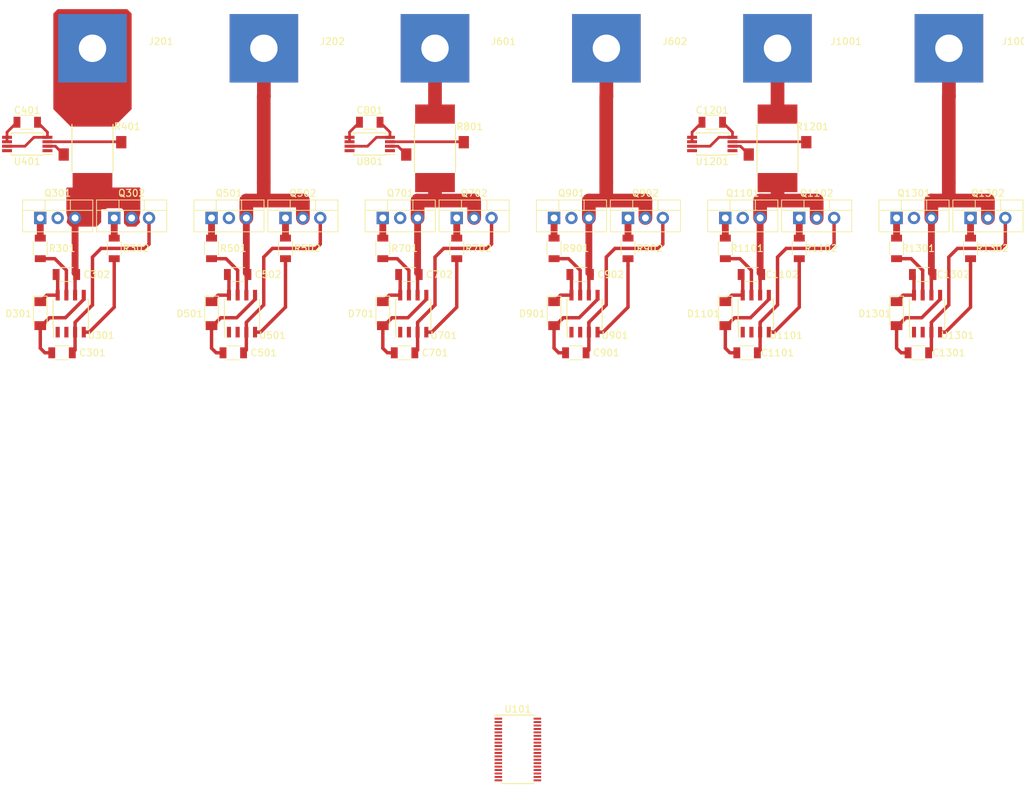
<source format=kicad_pcb>
(kicad_pcb (version 20171130) (host pcbnew "(5.0.0)")

  (general
    (thickness 1.6)
    (drawings 0)
    (tracks 294)
    (zones 0)
    (modules 64)
    (nets 86)
  )

  (page A4)
  (layers
    (0 F.Cu signal)
    (31 B.Cu signal)
    (32 B.Adhes user)
    (33 F.Adhes user)
    (34 B.Paste user)
    (35 F.Paste user)
    (36 B.SilkS user)
    (37 F.SilkS user hide)
    (38 B.Mask user)
    (39 F.Mask user)
    (40 Dwgs.User user)
    (41 Cmts.User user)
    (42 Eco1.User user)
    (43 Eco2.User user)
    (44 Edge.Cuts user)
    (45 Margin user)
    (46 B.CrtYd user)
    (47 F.CrtYd user)
    (48 B.Fab user)
    (49 F.Fab user hide)
  )

  (setup
    (last_trace_width 0.25)
    (user_trace_width 0.4)
    (user_trace_width 0.5)
    (user_trace_width 1)
    (user_trace_width 2)
    (trace_clearance 0.2)
    (zone_clearance 0.508)
    (zone_45_only no)
    (trace_min 0.2)
    (segment_width 0.2)
    (edge_width 0.15)
    (via_size 0.8)
    (via_drill 0.4)
    (via_min_size 0.6)
    (via_min_drill 0.3)
    (user_via 0.6 0.3)
    (user_via 1 0.5)
    (uvia_size 0.3)
    (uvia_drill 0.1)
    (uvias_allowed no)
    (uvia_min_size 0.2)
    (uvia_min_drill 0.1)
    (pcb_text_width 0.3)
    (pcb_text_size 1.5 1.5)
    (mod_edge_width 0.15)
    (mod_text_size 1 1)
    (mod_text_width 0.15)
    (pad_size 1.524 1.524)
    (pad_drill 0.762)
    (pad_to_mask_clearance 0.2)
    (solder_mask_min_width 0.25)
    (aux_axis_origin 0 0)
    (visible_elements 7FFFFF7F)
    (pcbplotparams
      (layerselection 0x010fc_ffffffff)
      (usegerberextensions false)
      (usegerberattributes false)
      (usegerberadvancedattributes false)
      (creategerberjobfile false)
      (excludeedgelayer true)
      (linewidth 0.100000)
      (plotframeref false)
      (viasonmask false)
      (mode 1)
      (useauxorigin false)
      (hpglpennumber 1)
      (hpglpenspeed 20)
      (hpglpendiameter 15.000000)
      (psnegative false)
      (psa4output false)
      (plotreference true)
      (plotvalue true)
      (plotinvisibletext false)
      (padsonsilk false)
      (subtractmaskfromsilk false)
      (outputformat 1)
      (mirror false)
      (drillshape 1)
      (scaleselection 1)
      (outputdirectory ""))
  )

  (net 0 "")
  (net 1 +15V)
  (net 2 "Net-(C302-Pad1)")
  (net 3 /Leg1/Sensor/IN)
  (net 4 +3V3)
  (net 5 /Leg2/Sensor/IN)
  (net 6 /Leg3/Sensor/IN)
  (net 7 "Net-(C902-Pad1)")
  (net 8 /Leg1/Sensor/OUT)
  (net 9 /Leg2/Sensor/OUT)
  (net 10 /Leg3/Sensor/OUT)
  (net 11 +VDC)
  (net 12 "Net-(Q301-Pad1)")
  (net 13 "Net-(Q302-Pad1)")
  (net 14 -VDC)
  (net 15 "Net-(Q901-Pad1)")
  (net 16 "Net-(Q902-Pad1)")
  (net 17 "Net-(R301-Pad1)")
  (net 18 "Net-(R302-Pad1)")
  (net 19 "Net-(R401-Pad2)")
  (net 20 "Net-(R401-Pad3)")
  (net 21 "Net-(R901-Pad1)")
  (net 22 "Net-(R902-Pad1)")
  (net 23 "Net-(U101-Pad1)")
  (net 24 "Net-(U101-Pad3)")
  (net 25 /Leg2/QH)
  (net 26 /Leg2/QL)
  (net 27 /Leg3/QH)
  (net 28 /Leg3/QL)
  (net 29 "Net-(U101-Pad9)")
  (net 30 "Net-(U101-Pad10)")
  (net 31 "Net-(U101-Pad11)")
  (net 32 "Net-(U101-Pad13)")
  (net 33 "Net-(U101-Pad14)")
  (net 34 "Net-(U101-Pad15)")
  (net 35 "Net-(U101-Pad16)")
  (net 36 "Net-(U101-Pad17)")
  (net 37 "Net-(U101-Pad18)")
  (net 38 /Leg3/Current)
  (net 39 /Leg2/Current)
  (net 40 /Leg1/Current)
  (net 41 "Net-(U101-Pad24)")
  (net 42 "Net-(U101-Pad25)")
  (net 43 "Net-(U101-Pad26)")
  (net 44 "Net-(U101-Pad27)")
  (net 45 "Net-(U101-Pad28)")
  (net 46 "Net-(U101-Pad29)")
  (net 47 "Net-(U101-Pad30)")
  (net 48 "Net-(U101-Pad31)")
  (net 49 "Net-(U101-Pad32)")
  (net 50 "Net-(U101-Pad33)")
  (net 51 "Net-(U101-Pad34)")
  (net 52 "Net-(U101-Pad35)")
  (net 53 /Leg1/QL)
  (net 54 /Leg1/QH)
  (net 55 "Net-(U101-Pad38)")
  (net 56 "Net-(U401-Pad1)")
  (net 57 "Net-(C502-Pad1)")
  (net 58 /Leg1/Power-/OUT)
  (net 59 "Net-(C702-Pad1)")
  (net 60 /Leg2/Power-/OUT)
  (net 61 "Net-(C1102-Pad1)")
  (net 62 /Leg3/Power-/OUT)
  (net 63 "Net-(C1302-Pad1)")
  (net 64 "Net-(Q501-Pad1)")
  (net 65 "Net-(Q502-Pad1)")
  (net 66 "Net-(Q701-Pad1)")
  (net 67 "Net-(Q702-Pad1)")
  (net 68 "Net-(Q1101-Pad1)")
  (net 69 "Net-(Q1102-Pad1)")
  (net 70 "Net-(Q1301-Pad1)")
  (net 71 "Net-(Q1302-Pad1)")
  (net 72 "Net-(R501-Pad1)")
  (net 73 "Net-(R502-Pad1)")
  (net 74 "Net-(R701-Pad1)")
  (net 75 "Net-(R702-Pad1)")
  (net 76 "Net-(R801-Pad3)")
  (net 77 "Net-(R801-Pad2)")
  (net 78 "Net-(R1101-Pad1)")
  (net 79 "Net-(R1102-Pad1)")
  (net 80 "Net-(R1201-Pad2)")
  (net 81 "Net-(R1201-Pad3)")
  (net 82 "Net-(R1301-Pad1)")
  (net 83 "Net-(R1302-Pad1)")
  (net 84 "Net-(U801-Pad1)")
  (net 85 "Net-(U1201-Pad1)")

  (net_class Default "This is the default net class."
    (clearance 0.2)
    (trace_width 0.25)
    (via_dia 0.8)
    (via_drill 0.4)
    (uvia_dia 0.3)
    (uvia_drill 0.1)
    (add_net +15V)
    (add_net +3V3)
    (add_net +VDC)
    (add_net -VDC)
    (add_net /Leg1/Current)
    (add_net /Leg1/Power-/OUT)
    (add_net /Leg1/QH)
    (add_net /Leg1/QL)
    (add_net /Leg1/Sensor/IN)
    (add_net /Leg1/Sensor/OUT)
    (add_net /Leg2/Current)
    (add_net /Leg2/Power-/OUT)
    (add_net /Leg2/QH)
    (add_net /Leg2/QL)
    (add_net /Leg2/Sensor/IN)
    (add_net /Leg2/Sensor/OUT)
    (add_net /Leg3/Current)
    (add_net /Leg3/Power-/OUT)
    (add_net /Leg3/QH)
    (add_net /Leg3/QL)
    (add_net /Leg3/Sensor/IN)
    (add_net /Leg3/Sensor/OUT)
    (add_net "Net-(C1102-Pad1)")
    (add_net "Net-(C1302-Pad1)")
    (add_net "Net-(C302-Pad1)")
    (add_net "Net-(C502-Pad1)")
    (add_net "Net-(C702-Pad1)")
    (add_net "Net-(C902-Pad1)")
    (add_net "Net-(Q1101-Pad1)")
    (add_net "Net-(Q1102-Pad1)")
    (add_net "Net-(Q1301-Pad1)")
    (add_net "Net-(Q1302-Pad1)")
    (add_net "Net-(Q301-Pad1)")
    (add_net "Net-(Q302-Pad1)")
    (add_net "Net-(Q501-Pad1)")
    (add_net "Net-(Q502-Pad1)")
    (add_net "Net-(Q701-Pad1)")
    (add_net "Net-(Q702-Pad1)")
    (add_net "Net-(Q901-Pad1)")
    (add_net "Net-(Q902-Pad1)")
    (add_net "Net-(R1101-Pad1)")
    (add_net "Net-(R1102-Pad1)")
    (add_net "Net-(R1201-Pad2)")
    (add_net "Net-(R1201-Pad3)")
    (add_net "Net-(R1301-Pad1)")
    (add_net "Net-(R1302-Pad1)")
    (add_net "Net-(R301-Pad1)")
    (add_net "Net-(R302-Pad1)")
    (add_net "Net-(R401-Pad2)")
    (add_net "Net-(R401-Pad3)")
    (add_net "Net-(R501-Pad1)")
    (add_net "Net-(R502-Pad1)")
    (add_net "Net-(R701-Pad1)")
    (add_net "Net-(R702-Pad1)")
    (add_net "Net-(R801-Pad2)")
    (add_net "Net-(R801-Pad3)")
    (add_net "Net-(R901-Pad1)")
    (add_net "Net-(R902-Pad1)")
    (add_net "Net-(U101-Pad1)")
    (add_net "Net-(U101-Pad10)")
    (add_net "Net-(U101-Pad11)")
    (add_net "Net-(U101-Pad13)")
    (add_net "Net-(U101-Pad14)")
    (add_net "Net-(U101-Pad15)")
    (add_net "Net-(U101-Pad16)")
    (add_net "Net-(U101-Pad17)")
    (add_net "Net-(U101-Pad18)")
    (add_net "Net-(U101-Pad24)")
    (add_net "Net-(U101-Pad25)")
    (add_net "Net-(U101-Pad26)")
    (add_net "Net-(U101-Pad27)")
    (add_net "Net-(U101-Pad28)")
    (add_net "Net-(U101-Pad29)")
    (add_net "Net-(U101-Pad3)")
    (add_net "Net-(U101-Pad30)")
    (add_net "Net-(U101-Pad31)")
    (add_net "Net-(U101-Pad32)")
    (add_net "Net-(U101-Pad33)")
    (add_net "Net-(U101-Pad34)")
    (add_net "Net-(U101-Pad35)")
    (add_net "Net-(U101-Pad38)")
    (add_net "Net-(U101-Pad9)")
    (add_net "Net-(U1201-Pad1)")
    (add_net "Net-(U401-Pad1)")
    (add_net "Net-(U801-Pad1)")
  )

  (module Passives:C1206M (layer F.Cu) (tedit 5A956631) (tstamp 5B77579B)
    (at 88.9 73.025)
    (descr "Capacitor SMD 1206, reflow soldering, AVX (see smccp.pdf)")
    (tags "capacitor 1206")
    (path /5B767FE4/5B767FF2/5B7685DA)
    (attr smd)
    (fp_text reference C301 (at 4.445 0) (layer F.SilkS)
      (effects (font (size 1 1) (thickness 0.15)))
    )
    (fp_text value 100n (at 0 2) (layer F.Fab) hide
      (effects (font (size 1 1) (thickness 0.15)))
    )
    (fp_line (start 2.25 1.05) (end -2.25 1.05) (layer F.CrtYd) (width 0.05))
    (fp_line (start 2.25 1.05) (end 2.25 -1.05) (layer F.CrtYd) (width 0.05))
    (fp_line (start -2.25 -1.05) (end -2.25 1.05) (layer F.CrtYd) (width 0.05))
    (fp_line (start -2.25 -1.05) (end 2.25 -1.05) (layer F.CrtYd) (width 0.05))
    (fp_line (start -1 1.02) (end 1 1.02) (layer F.SilkS) (width 0.12))
    (fp_line (start 1 -1.02) (end -1 -1.02) (layer F.SilkS) (width 0.12))
    (fp_line (start -1.6 -0.8) (end 1.6 -0.8) (layer F.Fab) (width 0.1))
    (fp_line (start 1.6 -0.8) (end 1.6 0.8) (layer F.Fab) (width 0.1))
    (fp_line (start 1.6 0.8) (end -1.6 0.8) (layer F.Fab) (width 0.1))
    (fp_line (start -1.6 0.8) (end -1.6 -0.8) (layer F.Fab) (width 0.1))
    (fp_text user %R (at 0 0) (layer F.Fab)
      (effects (font (size 0.5 0.5) (thickness 0.07)))
    )
    (pad 2 smd rect (at 1.5 0) (size 1 1.6) (layers F.Cu F.Paste F.Mask)
      (net 14 -VDC))
    (pad 1 smd rect (at -1.5 0) (size 1 1.6) (layers F.Cu F.Paste F.Mask)
      (net 1 +15V))
    (model ${KISYS3DMOD}/Capacitor_SMD.3dshapes/C_1206_3216Metric.wrl
      (at (xyz 0 0 0))
      (scale (xyz 1 1 1))
      (rotate (xyz 0 0 0))
    )
  )

  (module Passives:C1206M (layer F.Cu) (tedit 5A956631) (tstamp 5B773F7E)
    (at 89.535 61.595)
    (descr "Capacitor SMD 1206, reflow soldering, AVX (see smccp.pdf)")
    (tags "capacitor 1206")
    (path /5B767FE4/5B767FF2/5B7686C7)
    (attr smd)
    (fp_text reference C302 (at 4.445 0) (layer F.SilkS)
      (effects (font (size 1 1) (thickness 0.15)))
    )
    (fp_text value 100n (at 0 2) (layer F.Fab) hide
      (effects (font (size 1 1) (thickness 0.15)))
    )
    (fp_text user %R (at 0 0) (layer F.Fab)
      (effects (font (size 0.5 0.5) (thickness 0.07)))
    )
    (fp_line (start -1.6 0.8) (end -1.6 -0.8) (layer F.Fab) (width 0.1))
    (fp_line (start 1.6 0.8) (end -1.6 0.8) (layer F.Fab) (width 0.1))
    (fp_line (start 1.6 -0.8) (end 1.6 0.8) (layer F.Fab) (width 0.1))
    (fp_line (start -1.6 -0.8) (end 1.6 -0.8) (layer F.Fab) (width 0.1))
    (fp_line (start 1 -1.02) (end -1 -1.02) (layer F.SilkS) (width 0.12))
    (fp_line (start -1 1.02) (end 1 1.02) (layer F.SilkS) (width 0.12))
    (fp_line (start -2.25 -1.05) (end 2.25 -1.05) (layer F.CrtYd) (width 0.05))
    (fp_line (start -2.25 -1.05) (end -2.25 1.05) (layer F.CrtYd) (width 0.05))
    (fp_line (start 2.25 1.05) (end 2.25 -1.05) (layer F.CrtYd) (width 0.05))
    (fp_line (start 2.25 1.05) (end -2.25 1.05) (layer F.CrtYd) (width 0.05))
    (pad 1 smd rect (at -1.5 0) (size 1 1.6) (layers F.Cu F.Paste F.Mask)
      (net 2 "Net-(C302-Pad1)"))
    (pad 2 smd rect (at 1.5 0) (size 1 1.6) (layers F.Cu F.Paste F.Mask)
      (net 3 /Leg1/Sensor/IN))
    (model ${KISYS3DMOD}/Capacitor_SMD.3dshapes/C_1206_3216Metric.wrl
      (at (xyz 0 0 0))
      (scale (xyz 1 1 1))
      (rotate (xyz 0 0 0))
    )
  )

  (module Passives:C1206M (layer F.Cu) (tedit 5A956631) (tstamp 5B773F8F)
    (at 83.82 39.37)
    (descr "Capacitor SMD 1206, reflow soldering, AVX (see smccp.pdf)")
    (tags "capacitor 1206")
    (path /5B767FE4/5B767FF5/5B76C4AF)
    (attr smd)
    (fp_text reference C401 (at 0 -1.75) (layer F.SilkS)
      (effects (font (size 1 1) (thickness 0.15)))
    )
    (fp_text value C1206 (at 0 2) (layer F.Fab) hide
      (effects (font (size 1 1) (thickness 0.15)))
    )
    (fp_text user %R (at 0 0) (layer F.Fab)
      (effects (font (size 0.5 0.5) (thickness 0.07)))
    )
    (fp_line (start -1.6 0.8) (end -1.6 -0.8) (layer F.Fab) (width 0.1))
    (fp_line (start 1.6 0.8) (end -1.6 0.8) (layer F.Fab) (width 0.1))
    (fp_line (start 1.6 -0.8) (end 1.6 0.8) (layer F.Fab) (width 0.1))
    (fp_line (start -1.6 -0.8) (end 1.6 -0.8) (layer F.Fab) (width 0.1))
    (fp_line (start 1 -1.02) (end -1 -1.02) (layer F.SilkS) (width 0.12))
    (fp_line (start -1 1.02) (end 1 1.02) (layer F.SilkS) (width 0.12))
    (fp_line (start -2.25 -1.05) (end 2.25 -1.05) (layer F.CrtYd) (width 0.05))
    (fp_line (start -2.25 -1.05) (end -2.25 1.05) (layer F.CrtYd) (width 0.05))
    (fp_line (start 2.25 1.05) (end 2.25 -1.05) (layer F.CrtYd) (width 0.05))
    (fp_line (start 2.25 1.05) (end -2.25 1.05) (layer F.CrtYd) (width 0.05))
    (pad 1 smd rect (at -1.5 0) (size 1 1.6) (layers F.Cu F.Paste F.Mask)
      (net 4 +3V3))
    (pad 2 smd rect (at 1.5 0) (size 1 1.6) (layers F.Cu F.Paste F.Mask)
      (net 14 -VDC))
    (model ${KISYS3DMOD}/Capacitor_SMD.3dshapes/C_1206_3216Metric.wrl
      (at (xyz 0 0 0))
      (scale (xyz 1 1 1))
      (rotate (xyz 0 0 0))
    )
  )

  (module Passives:C1206M (layer F.Cu) (tedit 5A956631) (tstamp 5B773FA0)
    (at 113.9 73.025)
    (descr "Capacitor SMD 1206, reflow soldering, AVX (see smccp.pdf)")
    (tags "capacitor 1206")
    (path /5B767FE4/5B772791/5B7685DA)
    (attr smd)
    (fp_text reference C501 (at 4.445 0) (layer F.SilkS)
      (effects (font (size 1 1) (thickness 0.15)))
    )
    (fp_text value 100n (at 0 2) (layer F.Fab) hide
      (effects (font (size 1 1) (thickness 0.15)))
    )
    (fp_line (start 2.25 1.05) (end -2.25 1.05) (layer F.CrtYd) (width 0.05))
    (fp_line (start 2.25 1.05) (end 2.25 -1.05) (layer F.CrtYd) (width 0.05))
    (fp_line (start -2.25 -1.05) (end -2.25 1.05) (layer F.CrtYd) (width 0.05))
    (fp_line (start -2.25 -1.05) (end 2.25 -1.05) (layer F.CrtYd) (width 0.05))
    (fp_line (start -1 1.02) (end 1 1.02) (layer F.SilkS) (width 0.12))
    (fp_line (start 1 -1.02) (end -1 -1.02) (layer F.SilkS) (width 0.12))
    (fp_line (start -1.6 -0.8) (end 1.6 -0.8) (layer F.Fab) (width 0.1))
    (fp_line (start 1.6 -0.8) (end 1.6 0.8) (layer F.Fab) (width 0.1))
    (fp_line (start 1.6 0.8) (end -1.6 0.8) (layer F.Fab) (width 0.1))
    (fp_line (start -1.6 0.8) (end -1.6 -0.8) (layer F.Fab) (width 0.1))
    (fp_text user %R (at 0 0) (layer F.Fab)
      (effects (font (size 0.5 0.5) (thickness 0.07)))
    )
    (pad 2 smd rect (at 1.5 0) (size 1 1.6) (layers F.Cu F.Paste F.Mask)
      (net 14 -VDC))
    (pad 1 smd rect (at -1.5 0) (size 1 1.6) (layers F.Cu F.Paste F.Mask)
      (net 1 +15V))
    (model ${KISYS3DMOD}/Capacitor_SMD.3dshapes/C_1206_3216Metric.wrl
      (at (xyz 0 0 0))
      (scale (xyz 1 1 1))
      (rotate (xyz 0 0 0))
    )
  )

  (module Passives:C1206M (layer F.Cu) (tedit 5A956631) (tstamp 5B773FB1)
    (at 114.535 61.595)
    (descr "Capacitor SMD 1206, reflow soldering, AVX (see smccp.pdf)")
    (tags "capacitor 1206")
    (path /5B767FE4/5B772791/5B7686C7)
    (attr smd)
    (fp_text reference C502 (at 4.445 0) (layer F.SilkS)
      (effects (font (size 1 1) (thickness 0.15)))
    )
    (fp_text value 100n (at 0 2) (layer F.Fab) hide
      (effects (font (size 1 1) (thickness 0.15)))
    )
    (fp_text user %R (at 0 0) (layer F.Fab)
      (effects (font (size 0.5 0.5) (thickness 0.07)))
    )
    (fp_line (start -1.6 0.8) (end -1.6 -0.8) (layer F.Fab) (width 0.1))
    (fp_line (start 1.6 0.8) (end -1.6 0.8) (layer F.Fab) (width 0.1))
    (fp_line (start 1.6 -0.8) (end 1.6 0.8) (layer F.Fab) (width 0.1))
    (fp_line (start -1.6 -0.8) (end 1.6 -0.8) (layer F.Fab) (width 0.1))
    (fp_line (start 1 -1.02) (end -1 -1.02) (layer F.SilkS) (width 0.12))
    (fp_line (start -1 1.02) (end 1 1.02) (layer F.SilkS) (width 0.12))
    (fp_line (start -2.25 -1.05) (end 2.25 -1.05) (layer F.CrtYd) (width 0.05))
    (fp_line (start -2.25 -1.05) (end -2.25 1.05) (layer F.CrtYd) (width 0.05))
    (fp_line (start 2.25 1.05) (end 2.25 -1.05) (layer F.CrtYd) (width 0.05))
    (fp_line (start 2.25 1.05) (end -2.25 1.05) (layer F.CrtYd) (width 0.05))
    (pad 1 smd rect (at -1.5 0) (size 1 1.6) (layers F.Cu F.Paste F.Mask)
      (net 57 "Net-(C502-Pad1)"))
    (pad 2 smd rect (at 1.5 0) (size 1 1.6) (layers F.Cu F.Paste F.Mask)
      (net 58 /Leg1/Power-/OUT))
    (model ${KISYS3DMOD}/Capacitor_SMD.3dshapes/C_1206_3216Metric.wrl
      (at (xyz 0 0 0))
      (scale (xyz 1 1 1))
      (rotate (xyz 0 0 0))
    )
  )

  (module Passives:C1206M (layer F.Cu) (tedit 5A956631) (tstamp 5B773FC2)
    (at 138.9 73.025)
    (descr "Capacitor SMD 1206, reflow soldering, AVX (see smccp.pdf)")
    (tags "capacitor 1206")
    (path /5B76D023/5B767FF2/5B7685DA)
    (attr smd)
    (fp_text reference C701 (at 4.445 0) (layer F.SilkS)
      (effects (font (size 1 1) (thickness 0.15)))
    )
    (fp_text value 100n (at 0 2) (layer F.Fab) hide
      (effects (font (size 1 1) (thickness 0.15)))
    )
    (fp_text user %R (at 0 0) (layer F.Fab)
      (effects (font (size 0.5 0.5) (thickness 0.07)))
    )
    (fp_line (start -1.6 0.8) (end -1.6 -0.8) (layer F.Fab) (width 0.1))
    (fp_line (start 1.6 0.8) (end -1.6 0.8) (layer F.Fab) (width 0.1))
    (fp_line (start 1.6 -0.8) (end 1.6 0.8) (layer F.Fab) (width 0.1))
    (fp_line (start -1.6 -0.8) (end 1.6 -0.8) (layer F.Fab) (width 0.1))
    (fp_line (start 1 -1.02) (end -1 -1.02) (layer F.SilkS) (width 0.12))
    (fp_line (start -1 1.02) (end 1 1.02) (layer F.SilkS) (width 0.12))
    (fp_line (start -2.25 -1.05) (end 2.25 -1.05) (layer F.CrtYd) (width 0.05))
    (fp_line (start -2.25 -1.05) (end -2.25 1.05) (layer F.CrtYd) (width 0.05))
    (fp_line (start 2.25 1.05) (end 2.25 -1.05) (layer F.CrtYd) (width 0.05))
    (fp_line (start 2.25 1.05) (end -2.25 1.05) (layer F.CrtYd) (width 0.05))
    (pad 1 smd rect (at -1.5 0) (size 1 1.6) (layers F.Cu F.Paste F.Mask)
      (net 1 +15V))
    (pad 2 smd rect (at 1.5 0) (size 1 1.6) (layers F.Cu F.Paste F.Mask)
      (net 14 -VDC))
    (model ${KISYS3DMOD}/Capacitor_SMD.3dshapes/C_1206_3216Metric.wrl
      (at (xyz 0 0 0))
      (scale (xyz 1 1 1))
      (rotate (xyz 0 0 0))
    )
  )

  (module Passives:C1206M (layer F.Cu) (tedit 5A956631) (tstamp 5B773FD3)
    (at 139.535 61.595)
    (descr "Capacitor SMD 1206, reflow soldering, AVX (see smccp.pdf)")
    (tags "capacitor 1206")
    (path /5B76D023/5B767FF2/5B7686C7)
    (attr smd)
    (fp_text reference C702 (at 4.445 0) (layer F.SilkS)
      (effects (font (size 1 1) (thickness 0.15)))
    )
    (fp_text value 100n (at 0 2) (layer F.Fab) hide
      (effects (font (size 1 1) (thickness 0.15)))
    )
    (fp_line (start 2.25 1.05) (end -2.25 1.05) (layer F.CrtYd) (width 0.05))
    (fp_line (start 2.25 1.05) (end 2.25 -1.05) (layer F.CrtYd) (width 0.05))
    (fp_line (start -2.25 -1.05) (end -2.25 1.05) (layer F.CrtYd) (width 0.05))
    (fp_line (start -2.25 -1.05) (end 2.25 -1.05) (layer F.CrtYd) (width 0.05))
    (fp_line (start -1 1.02) (end 1 1.02) (layer F.SilkS) (width 0.12))
    (fp_line (start 1 -1.02) (end -1 -1.02) (layer F.SilkS) (width 0.12))
    (fp_line (start -1.6 -0.8) (end 1.6 -0.8) (layer F.Fab) (width 0.1))
    (fp_line (start 1.6 -0.8) (end 1.6 0.8) (layer F.Fab) (width 0.1))
    (fp_line (start 1.6 0.8) (end -1.6 0.8) (layer F.Fab) (width 0.1))
    (fp_line (start -1.6 0.8) (end -1.6 -0.8) (layer F.Fab) (width 0.1))
    (fp_text user %R (at 0 0) (layer F.Fab)
      (effects (font (size 0.5 0.5) (thickness 0.07)))
    )
    (pad 2 smd rect (at 1.5 0) (size 1 1.6) (layers F.Cu F.Paste F.Mask)
      (net 5 /Leg2/Sensor/IN))
    (pad 1 smd rect (at -1.5 0) (size 1 1.6) (layers F.Cu F.Paste F.Mask)
      (net 59 "Net-(C702-Pad1)"))
    (model ${KISYS3DMOD}/Capacitor_SMD.3dshapes/C_1206_3216Metric.wrl
      (at (xyz 0 0 0))
      (scale (xyz 1 1 1))
      (rotate (xyz 0 0 0))
    )
  )

  (module Passives:C1206M (layer F.Cu) (tedit 5A956631) (tstamp 5B773FE4)
    (at 133.82 39.37)
    (descr "Capacitor SMD 1206, reflow soldering, AVX (see smccp.pdf)")
    (tags "capacitor 1206")
    (path /5B76D023/5B767FF5/5B76C4AF)
    (attr smd)
    (fp_text reference C801 (at 0 -1.75) (layer F.SilkS)
      (effects (font (size 1 1) (thickness 0.15)))
    )
    (fp_text value C1206 (at 0 2) (layer F.Fab) hide
      (effects (font (size 1 1) (thickness 0.15)))
    )
    (fp_text user %R (at 0 0) (layer F.Fab)
      (effects (font (size 0.5 0.5) (thickness 0.07)))
    )
    (fp_line (start -1.6 0.8) (end -1.6 -0.8) (layer F.Fab) (width 0.1))
    (fp_line (start 1.6 0.8) (end -1.6 0.8) (layer F.Fab) (width 0.1))
    (fp_line (start 1.6 -0.8) (end 1.6 0.8) (layer F.Fab) (width 0.1))
    (fp_line (start -1.6 -0.8) (end 1.6 -0.8) (layer F.Fab) (width 0.1))
    (fp_line (start 1 -1.02) (end -1 -1.02) (layer F.SilkS) (width 0.12))
    (fp_line (start -1 1.02) (end 1 1.02) (layer F.SilkS) (width 0.12))
    (fp_line (start -2.25 -1.05) (end 2.25 -1.05) (layer F.CrtYd) (width 0.05))
    (fp_line (start -2.25 -1.05) (end -2.25 1.05) (layer F.CrtYd) (width 0.05))
    (fp_line (start 2.25 1.05) (end 2.25 -1.05) (layer F.CrtYd) (width 0.05))
    (fp_line (start 2.25 1.05) (end -2.25 1.05) (layer F.CrtYd) (width 0.05))
    (pad 1 smd rect (at -1.5 0) (size 1 1.6) (layers F.Cu F.Paste F.Mask)
      (net 4 +3V3))
    (pad 2 smd rect (at 1.5 0) (size 1 1.6) (layers F.Cu F.Paste F.Mask)
      (net 14 -VDC))
    (model ${KISYS3DMOD}/Capacitor_SMD.3dshapes/C_1206_3216Metric.wrl
      (at (xyz 0 0 0))
      (scale (xyz 1 1 1))
      (rotate (xyz 0 0 0))
    )
  )

  (module Passives:C1206M (layer F.Cu) (tedit 5A956631) (tstamp 5B773FF5)
    (at 163.9 73.025)
    (descr "Capacitor SMD 1206, reflow soldering, AVX (see smccp.pdf)")
    (tags "capacitor 1206")
    (path /5B76D023/5B772791/5B7685DA)
    (attr smd)
    (fp_text reference C901 (at 4.445 0) (layer F.SilkS)
      (effects (font (size 1 1) (thickness 0.15)))
    )
    (fp_text value 100n (at 0 2) (layer F.Fab) hide
      (effects (font (size 1 1) (thickness 0.15)))
    )
    (fp_line (start 2.25 1.05) (end -2.25 1.05) (layer F.CrtYd) (width 0.05))
    (fp_line (start 2.25 1.05) (end 2.25 -1.05) (layer F.CrtYd) (width 0.05))
    (fp_line (start -2.25 -1.05) (end -2.25 1.05) (layer F.CrtYd) (width 0.05))
    (fp_line (start -2.25 -1.05) (end 2.25 -1.05) (layer F.CrtYd) (width 0.05))
    (fp_line (start -1 1.02) (end 1 1.02) (layer F.SilkS) (width 0.12))
    (fp_line (start 1 -1.02) (end -1 -1.02) (layer F.SilkS) (width 0.12))
    (fp_line (start -1.6 -0.8) (end 1.6 -0.8) (layer F.Fab) (width 0.1))
    (fp_line (start 1.6 -0.8) (end 1.6 0.8) (layer F.Fab) (width 0.1))
    (fp_line (start 1.6 0.8) (end -1.6 0.8) (layer F.Fab) (width 0.1))
    (fp_line (start -1.6 0.8) (end -1.6 -0.8) (layer F.Fab) (width 0.1))
    (fp_text user %R (at 0 0) (layer F.Fab)
      (effects (font (size 0.5 0.5) (thickness 0.07)))
    )
    (pad 2 smd rect (at 1.5 0) (size 1 1.6) (layers F.Cu F.Paste F.Mask)
      (net 14 -VDC))
    (pad 1 smd rect (at -1.5 0) (size 1 1.6) (layers F.Cu F.Paste F.Mask)
      (net 1 +15V))
    (model ${KISYS3DMOD}/Capacitor_SMD.3dshapes/C_1206_3216Metric.wrl
      (at (xyz 0 0 0))
      (scale (xyz 1 1 1))
      (rotate (xyz 0 0 0))
    )
  )

  (module Passives:C1206M (layer F.Cu) (tedit 5A956631) (tstamp 5B774006)
    (at 164.535 61.595)
    (descr "Capacitor SMD 1206, reflow soldering, AVX (see smccp.pdf)")
    (tags "capacitor 1206")
    (path /5B76D023/5B772791/5B7686C7)
    (attr smd)
    (fp_text reference C902 (at 4.445 0) (layer F.SilkS)
      (effects (font (size 1 1) (thickness 0.15)))
    )
    (fp_text value 100n (at 0 2) (layer F.Fab) hide
      (effects (font (size 1 1) (thickness 0.15)))
    )
    (fp_text user %R (at 0 0) (layer F.Fab)
      (effects (font (size 0.5 0.5) (thickness 0.07)))
    )
    (fp_line (start -1.6 0.8) (end -1.6 -0.8) (layer F.Fab) (width 0.1))
    (fp_line (start 1.6 0.8) (end -1.6 0.8) (layer F.Fab) (width 0.1))
    (fp_line (start 1.6 -0.8) (end 1.6 0.8) (layer F.Fab) (width 0.1))
    (fp_line (start -1.6 -0.8) (end 1.6 -0.8) (layer F.Fab) (width 0.1))
    (fp_line (start 1 -1.02) (end -1 -1.02) (layer F.SilkS) (width 0.12))
    (fp_line (start -1 1.02) (end 1 1.02) (layer F.SilkS) (width 0.12))
    (fp_line (start -2.25 -1.05) (end 2.25 -1.05) (layer F.CrtYd) (width 0.05))
    (fp_line (start -2.25 -1.05) (end -2.25 1.05) (layer F.CrtYd) (width 0.05))
    (fp_line (start 2.25 1.05) (end 2.25 -1.05) (layer F.CrtYd) (width 0.05))
    (fp_line (start 2.25 1.05) (end -2.25 1.05) (layer F.CrtYd) (width 0.05))
    (pad 1 smd rect (at -1.5 0) (size 1 1.6) (layers F.Cu F.Paste F.Mask)
      (net 7 "Net-(C902-Pad1)"))
    (pad 2 smd rect (at 1.5 0) (size 1 1.6) (layers F.Cu F.Paste F.Mask)
      (net 60 /Leg2/Power-/OUT))
    (model ${KISYS3DMOD}/Capacitor_SMD.3dshapes/C_1206_3216Metric.wrl
      (at (xyz 0 0 0))
      (scale (xyz 1 1 1))
      (rotate (xyz 0 0 0))
    )
  )

  (module Passives:C1206M (layer F.Cu) (tedit 5A956631) (tstamp 5B774017)
    (at 188.9 73.025)
    (descr "Capacitor SMD 1206, reflow soldering, AVX (see smccp.pdf)")
    (tags "capacitor 1206")
    (path /5B76D031/5B767FF2/5B7685DA)
    (attr smd)
    (fp_text reference C1101 (at 4.445 0) (layer F.SilkS)
      (effects (font (size 1 1) (thickness 0.15)))
    )
    (fp_text value 100n (at 0 2) (layer F.Fab) hide
      (effects (font (size 1 1) (thickness 0.15)))
    )
    (fp_text user %R (at 0 0) (layer F.Fab)
      (effects (font (size 0.5 0.5) (thickness 0.07)))
    )
    (fp_line (start -1.6 0.8) (end -1.6 -0.8) (layer F.Fab) (width 0.1))
    (fp_line (start 1.6 0.8) (end -1.6 0.8) (layer F.Fab) (width 0.1))
    (fp_line (start 1.6 -0.8) (end 1.6 0.8) (layer F.Fab) (width 0.1))
    (fp_line (start -1.6 -0.8) (end 1.6 -0.8) (layer F.Fab) (width 0.1))
    (fp_line (start 1 -1.02) (end -1 -1.02) (layer F.SilkS) (width 0.12))
    (fp_line (start -1 1.02) (end 1 1.02) (layer F.SilkS) (width 0.12))
    (fp_line (start -2.25 -1.05) (end 2.25 -1.05) (layer F.CrtYd) (width 0.05))
    (fp_line (start -2.25 -1.05) (end -2.25 1.05) (layer F.CrtYd) (width 0.05))
    (fp_line (start 2.25 1.05) (end 2.25 -1.05) (layer F.CrtYd) (width 0.05))
    (fp_line (start 2.25 1.05) (end -2.25 1.05) (layer F.CrtYd) (width 0.05))
    (pad 1 smd rect (at -1.5 0) (size 1 1.6) (layers F.Cu F.Paste F.Mask)
      (net 1 +15V))
    (pad 2 smd rect (at 1.5 0) (size 1 1.6) (layers F.Cu F.Paste F.Mask)
      (net 14 -VDC))
    (model ${KISYS3DMOD}/Capacitor_SMD.3dshapes/C_1206_3216Metric.wrl
      (at (xyz 0 0 0))
      (scale (xyz 1 1 1))
      (rotate (xyz 0 0 0))
    )
  )

  (module Passives:C1206M (layer F.Cu) (tedit 5A956631) (tstamp 5B774028)
    (at 189.535 61.595)
    (descr "Capacitor SMD 1206, reflow soldering, AVX (see smccp.pdf)")
    (tags "capacitor 1206")
    (path /5B76D031/5B767FF2/5B7686C7)
    (attr smd)
    (fp_text reference C1102 (at 4.445 0) (layer F.SilkS)
      (effects (font (size 1 1) (thickness 0.15)))
    )
    (fp_text value 100n (at 0 2) (layer F.Fab) hide
      (effects (font (size 1 1) (thickness 0.15)))
    )
    (fp_line (start 2.25 1.05) (end -2.25 1.05) (layer F.CrtYd) (width 0.05))
    (fp_line (start 2.25 1.05) (end 2.25 -1.05) (layer F.CrtYd) (width 0.05))
    (fp_line (start -2.25 -1.05) (end -2.25 1.05) (layer F.CrtYd) (width 0.05))
    (fp_line (start -2.25 -1.05) (end 2.25 -1.05) (layer F.CrtYd) (width 0.05))
    (fp_line (start -1 1.02) (end 1 1.02) (layer F.SilkS) (width 0.12))
    (fp_line (start 1 -1.02) (end -1 -1.02) (layer F.SilkS) (width 0.12))
    (fp_line (start -1.6 -0.8) (end 1.6 -0.8) (layer F.Fab) (width 0.1))
    (fp_line (start 1.6 -0.8) (end 1.6 0.8) (layer F.Fab) (width 0.1))
    (fp_line (start 1.6 0.8) (end -1.6 0.8) (layer F.Fab) (width 0.1))
    (fp_line (start -1.6 0.8) (end -1.6 -0.8) (layer F.Fab) (width 0.1))
    (fp_text user %R (at 0 0) (layer F.Fab)
      (effects (font (size 0.5 0.5) (thickness 0.07)))
    )
    (pad 2 smd rect (at 1.5 0) (size 1 1.6) (layers F.Cu F.Paste F.Mask)
      (net 6 /Leg3/Sensor/IN))
    (pad 1 smd rect (at -1.5 0) (size 1 1.6) (layers F.Cu F.Paste F.Mask)
      (net 61 "Net-(C1102-Pad1)"))
    (model ${KISYS3DMOD}/Capacitor_SMD.3dshapes/C_1206_3216Metric.wrl
      (at (xyz 0 0 0))
      (scale (xyz 1 1 1))
      (rotate (xyz 0 0 0))
    )
  )

  (module Passives:C1206M (layer F.Cu) (tedit 5A956631) (tstamp 5B774039)
    (at 183.82 39.37)
    (descr "Capacitor SMD 1206, reflow soldering, AVX (see smccp.pdf)")
    (tags "capacitor 1206")
    (path /5B76D031/5B767FF5/5B76C4AF)
    (attr smd)
    (fp_text reference C1201 (at 0 -1.75) (layer F.SilkS)
      (effects (font (size 1 1) (thickness 0.15)))
    )
    (fp_text value C1206 (at 0 2) (layer F.Fab) hide
      (effects (font (size 1 1) (thickness 0.15)))
    )
    (fp_line (start 2.25 1.05) (end -2.25 1.05) (layer F.CrtYd) (width 0.05))
    (fp_line (start 2.25 1.05) (end 2.25 -1.05) (layer F.CrtYd) (width 0.05))
    (fp_line (start -2.25 -1.05) (end -2.25 1.05) (layer F.CrtYd) (width 0.05))
    (fp_line (start -2.25 -1.05) (end 2.25 -1.05) (layer F.CrtYd) (width 0.05))
    (fp_line (start -1 1.02) (end 1 1.02) (layer F.SilkS) (width 0.12))
    (fp_line (start 1 -1.02) (end -1 -1.02) (layer F.SilkS) (width 0.12))
    (fp_line (start -1.6 -0.8) (end 1.6 -0.8) (layer F.Fab) (width 0.1))
    (fp_line (start 1.6 -0.8) (end 1.6 0.8) (layer F.Fab) (width 0.1))
    (fp_line (start 1.6 0.8) (end -1.6 0.8) (layer F.Fab) (width 0.1))
    (fp_line (start -1.6 0.8) (end -1.6 -0.8) (layer F.Fab) (width 0.1))
    (fp_text user %R (at 0 0) (layer F.Fab)
      (effects (font (size 0.5 0.5) (thickness 0.07)))
    )
    (pad 2 smd rect (at 1.5 0) (size 1 1.6) (layers F.Cu F.Paste F.Mask)
      (net 14 -VDC))
    (pad 1 smd rect (at -1.5 0) (size 1 1.6) (layers F.Cu F.Paste F.Mask)
      (net 4 +3V3))
    (model ${KISYS3DMOD}/Capacitor_SMD.3dshapes/C_1206_3216Metric.wrl
      (at (xyz 0 0 0))
      (scale (xyz 1 1 1))
      (rotate (xyz 0 0 0))
    )
  )

  (module Passives:C1206M (layer F.Cu) (tedit 5A956631) (tstamp 5B77404A)
    (at 213.9 73.025)
    (descr "Capacitor SMD 1206, reflow soldering, AVX (see smccp.pdf)")
    (tags "capacitor 1206")
    (path /5B76D031/5B772791/5B7685DA)
    (attr smd)
    (fp_text reference C1301 (at 4.445 0) (layer F.SilkS)
      (effects (font (size 1 1) (thickness 0.15)))
    )
    (fp_text value 100n (at 0 2) (layer F.Fab) hide
      (effects (font (size 1 1) (thickness 0.15)))
    )
    (fp_text user %R (at 0 0) (layer F.Fab)
      (effects (font (size 0.5 0.5) (thickness 0.07)))
    )
    (fp_line (start -1.6 0.8) (end -1.6 -0.8) (layer F.Fab) (width 0.1))
    (fp_line (start 1.6 0.8) (end -1.6 0.8) (layer F.Fab) (width 0.1))
    (fp_line (start 1.6 -0.8) (end 1.6 0.8) (layer F.Fab) (width 0.1))
    (fp_line (start -1.6 -0.8) (end 1.6 -0.8) (layer F.Fab) (width 0.1))
    (fp_line (start 1 -1.02) (end -1 -1.02) (layer F.SilkS) (width 0.12))
    (fp_line (start -1 1.02) (end 1 1.02) (layer F.SilkS) (width 0.12))
    (fp_line (start -2.25 -1.05) (end 2.25 -1.05) (layer F.CrtYd) (width 0.05))
    (fp_line (start -2.25 -1.05) (end -2.25 1.05) (layer F.CrtYd) (width 0.05))
    (fp_line (start 2.25 1.05) (end 2.25 -1.05) (layer F.CrtYd) (width 0.05))
    (fp_line (start 2.25 1.05) (end -2.25 1.05) (layer F.CrtYd) (width 0.05))
    (pad 1 smd rect (at -1.5 0) (size 1 1.6) (layers F.Cu F.Paste F.Mask)
      (net 1 +15V))
    (pad 2 smd rect (at 1.5 0) (size 1 1.6) (layers F.Cu F.Paste F.Mask)
      (net 14 -VDC))
    (model ${KISYS3DMOD}/Capacitor_SMD.3dshapes/C_1206_3216Metric.wrl
      (at (xyz 0 0 0))
      (scale (xyz 1 1 1))
      (rotate (xyz 0 0 0))
    )
  )

  (module Passives:C1206M (layer F.Cu) (tedit 5A956631) (tstamp 5B77405B)
    (at 214.535 61.595)
    (descr "Capacitor SMD 1206, reflow soldering, AVX (see smccp.pdf)")
    (tags "capacitor 1206")
    (path /5B76D031/5B772791/5B7686C7)
    (attr smd)
    (fp_text reference C1302 (at 4.445 0) (layer F.SilkS)
      (effects (font (size 1 1) (thickness 0.15)))
    )
    (fp_text value 100n (at 0 2) (layer F.Fab) hide
      (effects (font (size 1 1) (thickness 0.15)))
    )
    (fp_line (start 2.25 1.05) (end -2.25 1.05) (layer F.CrtYd) (width 0.05))
    (fp_line (start 2.25 1.05) (end 2.25 -1.05) (layer F.CrtYd) (width 0.05))
    (fp_line (start -2.25 -1.05) (end -2.25 1.05) (layer F.CrtYd) (width 0.05))
    (fp_line (start -2.25 -1.05) (end 2.25 -1.05) (layer F.CrtYd) (width 0.05))
    (fp_line (start -1 1.02) (end 1 1.02) (layer F.SilkS) (width 0.12))
    (fp_line (start 1 -1.02) (end -1 -1.02) (layer F.SilkS) (width 0.12))
    (fp_line (start -1.6 -0.8) (end 1.6 -0.8) (layer F.Fab) (width 0.1))
    (fp_line (start 1.6 -0.8) (end 1.6 0.8) (layer F.Fab) (width 0.1))
    (fp_line (start 1.6 0.8) (end -1.6 0.8) (layer F.Fab) (width 0.1))
    (fp_line (start -1.6 0.8) (end -1.6 -0.8) (layer F.Fab) (width 0.1))
    (fp_text user %R (at 0 0) (layer F.Fab)
      (effects (font (size 0.5 0.5) (thickness 0.07)))
    )
    (pad 2 smd rect (at 1.5 0) (size 1 1.6) (layers F.Cu F.Paste F.Mask)
      (net 62 /Leg3/Power-/OUT))
    (pad 1 smd rect (at -1.5 0) (size 1 1.6) (layers F.Cu F.Paste F.Mask)
      (net 63 "Net-(C1302-Pad1)"))
    (model ${KISYS3DMOD}/Capacitor_SMD.3dshapes/C_1206_3216Metric.wrl
      (at (xyz 0 0 0))
      (scale (xyz 1 1 1))
      (rotate (xyz 0 0 0))
    )
  )

  (module Discretes:D_MiniMELF (layer F.Cu) (tedit 59F95434) (tstamp 5B774074)
    (at 85.725 67.31 270)
    (descr "Diode Mini-MELF")
    (tags "Diode Mini-MELF")
    (path /5B767FE4/5B767FF2/5B76A6F5)
    (attr smd)
    (fp_text reference D301 (at 0 3.175) (layer F.SilkS)
      (effects (font (size 1 1) (thickness 0.15)))
    )
    (fp_text value LL4148 (at 0 1.75 270) (layer F.Fab) hide
      (effects (font (size 1 1) (thickness 0.15)))
    )
    (fp_line (start -2.65 1.1) (end -2.65 -1.1) (layer F.CrtYd) (width 0.05))
    (fp_line (start 2.65 1.1) (end -2.65 1.1) (layer F.CrtYd) (width 0.05))
    (fp_line (start 2.65 -1.1) (end 2.65 1.1) (layer F.CrtYd) (width 0.05))
    (fp_line (start -2.65 -1.1) (end 2.65 -1.1) (layer F.CrtYd) (width 0.05))
    (fp_line (start -0.75 0) (end -0.35 0) (layer F.Fab) (width 0.1))
    (fp_line (start -0.35 0) (end -0.35 -0.55) (layer F.Fab) (width 0.1))
    (fp_line (start -0.35 0) (end -0.35 0.55) (layer F.Fab) (width 0.1))
    (fp_line (start -0.35 0) (end 0.25 -0.4) (layer F.Fab) (width 0.1))
    (fp_line (start 0.25 -0.4) (end 0.25 0.4) (layer F.Fab) (width 0.1))
    (fp_line (start 0.25 0.4) (end -0.35 0) (layer F.Fab) (width 0.1))
    (fp_line (start 0.25 0) (end 0.75 0) (layer F.Fab) (width 0.1))
    (fp_line (start -1.65 -0.8) (end 1.65 -0.8) (layer F.Fab) (width 0.1))
    (fp_line (start -1.65 0.8) (end -1.65 -0.8) (layer F.Fab) (width 0.1))
    (fp_line (start 1.65 0.8) (end -1.65 0.8) (layer F.Fab) (width 0.1))
    (fp_line (start 1.65 -0.8) (end 1.65 0.8) (layer F.Fab) (width 0.1))
    (fp_line (start -2.55 1) (end 1.75 1) (layer F.SilkS) (width 0.12))
    (fp_line (start -2.55 -1) (end -2.55 1) (layer F.SilkS) (width 0.12))
    (fp_line (start 1.75 -1) (end -2.55 -1) (layer F.SilkS) (width 0.12))
    (fp_text user %R (at 0 3.175) (layer F.Fab)
      (effects (font (size 1 1) (thickness 0.15)))
    )
    (pad 2 smd rect (at 1.75 0 270) (size 1.3 1.7) (layers F.Cu F.Paste F.Mask)
      (net 1 +15V))
    (pad 1 smd rect (at -1.75 0 270) (size 1.3 1.7) (layers F.Cu F.Paste F.Mask)
      (net 2 "Net-(C302-Pad1)"))
    (model ${KISYS3DMOD}/Diode_SMD.3dshapes/D_MiniMELF.wrl
      (at (xyz 0 0 0))
      (scale (xyz 1 1 1))
      (rotate (xyz 0 0 0))
    )
  )

  (module Discretes:D_MiniMELF (layer F.Cu) (tedit 59F95434) (tstamp 5B77408D)
    (at 110.725 67.31 270)
    (descr "Diode Mini-MELF")
    (tags "Diode Mini-MELF")
    (path /5B767FE4/5B772791/5B76A6F5)
    (attr smd)
    (fp_text reference D501 (at 0 3.175) (layer F.SilkS)
      (effects (font (size 1 1) (thickness 0.15)))
    )
    (fp_text value LL4148 (at 0 1.75 270) (layer F.Fab) hide
      (effects (font (size 1 1) (thickness 0.15)))
    )
    (fp_text user %R (at 0 3.175) (layer F.Fab)
      (effects (font (size 1 1) (thickness 0.15)))
    )
    (fp_line (start 1.75 -1) (end -2.55 -1) (layer F.SilkS) (width 0.12))
    (fp_line (start -2.55 -1) (end -2.55 1) (layer F.SilkS) (width 0.12))
    (fp_line (start -2.55 1) (end 1.75 1) (layer F.SilkS) (width 0.12))
    (fp_line (start 1.65 -0.8) (end 1.65 0.8) (layer F.Fab) (width 0.1))
    (fp_line (start 1.65 0.8) (end -1.65 0.8) (layer F.Fab) (width 0.1))
    (fp_line (start -1.65 0.8) (end -1.65 -0.8) (layer F.Fab) (width 0.1))
    (fp_line (start -1.65 -0.8) (end 1.65 -0.8) (layer F.Fab) (width 0.1))
    (fp_line (start 0.25 0) (end 0.75 0) (layer F.Fab) (width 0.1))
    (fp_line (start 0.25 0.4) (end -0.35 0) (layer F.Fab) (width 0.1))
    (fp_line (start 0.25 -0.4) (end 0.25 0.4) (layer F.Fab) (width 0.1))
    (fp_line (start -0.35 0) (end 0.25 -0.4) (layer F.Fab) (width 0.1))
    (fp_line (start -0.35 0) (end -0.35 0.55) (layer F.Fab) (width 0.1))
    (fp_line (start -0.35 0) (end -0.35 -0.55) (layer F.Fab) (width 0.1))
    (fp_line (start -0.75 0) (end -0.35 0) (layer F.Fab) (width 0.1))
    (fp_line (start -2.65 -1.1) (end 2.65 -1.1) (layer F.CrtYd) (width 0.05))
    (fp_line (start 2.65 -1.1) (end 2.65 1.1) (layer F.CrtYd) (width 0.05))
    (fp_line (start 2.65 1.1) (end -2.65 1.1) (layer F.CrtYd) (width 0.05))
    (fp_line (start -2.65 1.1) (end -2.65 -1.1) (layer F.CrtYd) (width 0.05))
    (pad 1 smd rect (at -1.75 0 270) (size 1.3 1.7) (layers F.Cu F.Paste F.Mask)
      (net 57 "Net-(C502-Pad1)"))
    (pad 2 smd rect (at 1.75 0 270) (size 1.3 1.7) (layers F.Cu F.Paste F.Mask)
      (net 1 +15V))
    (model ${KISYS3DMOD}/Diode_SMD.3dshapes/D_MiniMELF.wrl
      (at (xyz 0 0 0))
      (scale (xyz 1 1 1))
      (rotate (xyz 0 0 0))
    )
  )

  (module Discretes:D_MiniMELF (layer F.Cu) (tedit 59F95434) (tstamp 5B7740A6)
    (at 135.725 67.31 270)
    (descr "Diode Mini-MELF")
    (tags "Diode Mini-MELF")
    (path /5B76D023/5B767FF2/5B76A6F5)
    (attr smd)
    (fp_text reference D701 (at 0 3.175) (layer F.SilkS)
      (effects (font (size 1 1) (thickness 0.15)))
    )
    (fp_text value LL4148 (at 0 1.75 270) (layer F.Fab) hide
      (effects (font (size 1 1) (thickness 0.15)))
    )
    (fp_line (start -2.65 1.1) (end -2.65 -1.1) (layer F.CrtYd) (width 0.05))
    (fp_line (start 2.65 1.1) (end -2.65 1.1) (layer F.CrtYd) (width 0.05))
    (fp_line (start 2.65 -1.1) (end 2.65 1.1) (layer F.CrtYd) (width 0.05))
    (fp_line (start -2.65 -1.1) (end 2.65 -1.1) (layer F.CrtYd) (width 0.05))
    (fp_line (start -0.75 0) (end -0.35 0) (layer F.Fab) (width 0.1))
    (fp_line (start -0.35 0) (end -0.35 -0.55) (layer F.Fab) (width 0.1))
    (fp_line (start -0.35 0) (end -0.35 0.55) (layer F.Fab) (width 0.1))
    (fp_line (start -0.35 0) (end 0.25 -0.4) (layer F.Fab) (width 0.1))
    (fp_line (start 0.25 -0.4) (end 0.25 0.4) (layer F.Fab) (width 0.1))
    (fp_line (start 0.25 0.4) (end -0.35 0) (layer F.Fab) (width 0.1))
    (fp_line (start 0.25 0) (end 0.75 0) (layer F.Fab) (width 0.1))
    (fp_line (start -1.65 -0.8) (end 1.65 -0.8) (layer F.Fab) (width 0.1))
    (fp_line (start -1.65 0.8) (end -1.65 -0.8) (layer F.Fab) (width 0.1))
    (fp_line (start 1.65 0.8) (end -1.65 0.8) (layer F.Fab) (width 0.1))
    (fp_line (start 1.65 -0.8) (end 1.65 0.8) (layer F.Fab) (width 0.1))
    (fp_line (start -2.55 1) (end 1.75 1) (layer F.SilkS) (width 0.12))
    (fp_line (start -2.55 -1) (end -2.55 1) (layer F.SilkS) (width 0.12))
    (fp_line (start 1.75 -1) (end -2.55 -1) (layer F.SilkS) (width 0.12))
    (fp_text user %R (at 0 3.175) (layer F.Fab)
      (effects (font (size 1 1) (thickness 0.15)))
    )
    (pad 2 smd rect (at 1.75 0 270) (size 1.3 1.7) (layers F.Cu F.Paste F.Mask)
      (net 1 +15V))
    (pad 1 smd rect (at -1.75 0 270) (size 1.3 1.7) (layers F.Cu F.Paste F.Mask)
      (net 59 "Net-(C702-Pad1)"))
    (model ${KISYS3DMOD}/Diode_SMD.3dshapes/D_MiniMELF.wrl
      (at (xyz 0 0 0))
      (scale (xyz 1 1 1))
      (rotate (xyz 0 0 0))
    )
  )

  (module Discretes:D_MiniMELF (layer F.Cu) (tedit 59F95434) (tstamp 5B7740BF)
    (at 160.725 67.31 270)
    (descr "Diode Mini-MELF")
    (tags "Diode Mini-MELF")
    (path /5B76D023/5B772791/5B76A6F5)
    (attr smd)
    (fp_text reference D901 (at 0 3.175) (layer F.SilkS)
      (effects (font (size 1 1) (thickness 0.15)))
    )
    (fp_text value LL4148 (at 0 1.75 270) (layer F.Fab) hide
      (effects (font (size 1 1) (thickness 0.15)))
    )
    (fp_text user %R (at 0 3.175) (layer F.Fab)
      (effects (font (size 1 1) (thickness 0.15)))
    )
    (fp_line (start 1.75 -1) (end -2.55 -1) (layer F.SilkS) (width 0.12))
    (fp_line (start -2.55 -1) (end -2.55 1) (layer F.SilkS) (width 0.12))
    (fp_line (start -2.55 1) (end 1.75 1) (layer F.SilkS) (width 0.12))
    (fp_line (start 1.65 -0.8) (end 1.65 0.8) (layer F.Fab) (width 0.1))
    (fp_line (start 1.65 0.8) (end -1.65 0.8) (layer F.Fab) (width 0.1))
    (fp_line (start -1.65 0.8) (end -1.65 -0.8) (layer F.Fab) (width 0.1))
    (fp_line (start -1.65 -0.8) (end 1.65 -0.8) (layer F.Fab) (width 0.1))
    (fp_line (start 0.25 0) (end 0.75 0) (layer F.Fab) (width 0.1))
    (fp_line (start 0.25 0.4) (end -0.35 0) (layer F.Fab) (width 0.1))
    (fp_line (start 0.25 -0.4) (end 0.25 0.4) (layer F.Fab) (width 0.1))
    (fp_line (start -0.35 0) (end 0.25 -0.4) (layer F.Fab) (width 0.1))
    (fp_line (start -0.35 0) (end -0.35 0.55) (layer F.Fab) (width 0.1))
    (fp_line (start -0.35 0) (end -0.35 -0.55) (layer F.Fab) (width 0.1))
    (fp_line (start -0.75 0) (end -0.35 0) (layer F.Fab) (width 0.1))
    (fp_line (start -2.65 -1.1) (end 2.65 -1.1) (layer F.CrtYd) (width 0.05))
    (fp_line (start 2.65 -1.1) (end 2.65 1.1) (layer F.CrtYd) (width 0.05))
    (fp_line (start 2.65 1.1) (end -2.65 1.1) (layer F.CrtYd) (width 0.05))
    (fp_line (start -2.65 1.1) (end -2.65 -1.1) (layer F.CrtYd) (width 0.05))
    (pad 1 smd rect (at -1.75 0 270) (size 1.3 1.7) (layers F.Cu F.Paste F.Mask)
      (net 7 "Net-(C902-Pad1)"))
    (pad 2 smd rect (at 1.75 0 270) (size 1.3 1.7) (layers F.Cu F.Paste F.Mask)
      (net 1 +15V))
    (model ${KISYS3DMOD}/Diode_SMD.3dshapes/D_MiniMELF.wrl
      (at (xyz 0 0 0))
      (scale (xyz 1 1 1))
      (rotate (xyz 0 0 0))
    )
  )

  (module Discretes:D_MiniMELF (layer F.Cu) (tedit 59F95434) (tstamp 5B7740D8)
    (at 185.725 67.31 270)
    (descr "Diode Mini-MELF")
    (tags "Diode Mini-MELF")
    (path /5B76D031/5B767FF2/5B76A6F5)
    (attr smd)
    (fp_text reference D1101 (at 0 3.175) (layer F.SilkS)
      (effects (font (size 1 1) (thickness 0.15)))
    )
    (fp_text value LL4148 (at 0 1.75 270) (layer F.Fab) hide
      (effects (font (size 1 1) (thickness 0.15)))
    )
    (fp_line (start -2.65 1.1) (end -2.65 -1.1) (layer F.CrtYd) (width 0.05))
    (fp_line (start 2.65 1.1) (end -2.65 1.1) (layer F.CrtYd) (width 0.05))
    (fp_line (start 2.65 -1.1) (end 2.65 1.1) (layer F.CrtYd) (width 0.05))
    (fp_line (start -2.65 -1.1) (end 2.65 -1.1) (layer F.CrtYd) (width 0.05))
    (fp_line (start -0.75 0) (end -0.35 0) (layer F.Fab) (width 0.1))
    (fp_line (start -0.35 0) (end -0.35 -0.55) (layer F.Fab) (width 0.1))
    (fp_line (start -0.35 0) (end -0.35 0.55) (layer F.Fab) (width 0.1))
    (fp_line (start -0.35 0) (end 0.25 -0.4) (layer F.Fab) (width 0.1))
    (fp_line (start 0.25 -0.4) (end 0.25 0.4) (layer F.Fab) (width 0.1))
    (fp_line (start 0.25 0.4) (end -0.35 0) (layer F.Fab) (width 0.1))
    (fp_line (start 0.25 0) (end 0.75 0) (layer F.Fab) (width 0.1))
    (fp_line (start -1.65 -0.8) (end 1.65 -0.8) (layer F.Fab) (width 0.1))
    (fp_line (start -1.65 0.8) (end -1.65 -0.8) (layer F.Fab) (width 0.1))
    (fp_line (start 1.65 0.8) (end -1.65 0.8) (layer F.Fab) (width 0.1))
    (fp_line (start 1.65 -0.8) (end 1.65 0.8) (layer F.Fab) (width 0.1))
    (fp_line (start -2.55 1) (end 1.75 1) (layer F.SilkS) (width 0.12))
    (fp_line (start -2.55 -1) (end -2.55 1) (layer F.SilkS) (width 0.12))
    (fp_line (start 1.75 -1) (end -2.55 -1) (layer F.SilkS) (width 0.12))
    (fp_text user %R (at 0 3.175) (layer F.Fab)
      (effects (font (size 1 1) (thickness 0.15)))
    )
    (pad 2 smd rect (at 1.75 0 270) (size 1.3 1.7) (layers F.Cu F.Paste F.Mask)
      (net 1 +15V))
    (pad 1 smd rect (at -1.75 0 270) (size 1.3 1.7) (layers F.Cu F.Paste F.Mask)
      (net 61 "Net-(C1102-Pad1)"))
    (model ${KISYS3DMOD}/Diode_SMD.3dshapes/D_MiniMELF.wrl
      (at (xyz 0 0 0))
      (scale (xyz 1 1 1))
      (rotate (xyz 0 0 0))
    )
  )

  (module Discretes:D_MiniMELF (layer F.Cu) (tedit 59F95434) (tstamp 5B7740F1)
    (at 210.725 67.31 270)
    (descr "Diode Mini-MELF")
    (tags "Diode Mini-MELF")
    (path /5B76D031/5B772791/5B76A6F5)
    (attr smd)
    (fp_text reference D1301 (at 0 3.175) (layer F.SilkS)
      (effects (font (size 1 1) (thickness 0.15)))
    )
    (fp_text value LL4148 (at 0 1.75 270) (layer F.Fab) hide
      (effects (font (size 1 1) (thickness 0.15)))
    )
    (fp_text user %R (at 0 3.175) (layer F.Fab)
      (effects (font (size 1 1) (thickness 0.15)))
    )
    (fp_line (start 1.75 -1) (end -2.55 -1) (layer F.SilkS) (width 0.12))
    (fp_line (start -2.55 -1) (end -2.55 1) (layer F.SilkS) (width 0.12))
    (fp_line (start -2.55 1) (end 1.75 1) (layer F.SilkS) (width 0.12))
    (fp_line (start 1.65 -0.8) (end 1.65 0.8) (layer F.Fab) (width 0.1))
    (fp_line (start 1.65 0.8) (end -1.65 0.8) (layer F.Fab) (width 0.1))
    (fp_line (start -1.65 0.8) (end -1.65 -0.8) (layer F.Fab) (width 0.1))
    (fp_line (start -1.65 -0.8) (end 1.65 -0.8) (layer F.Fab) (width 0.1))
    (fp_line (start 0.25 0) (end 0.75 0) (layer F.Fab) (width 0.1))
    (fp_line (start 0.25 0.4) (end -0.35 0) (layer F.Fab) (width 0.1))
    (fp_line (start 0.25 -0.4) (end 0.25 0.4) (layer F.Fab) (width 0.1))
    (fp_line (start -0.35 0) (end 0.25 -0.4) (layer F.Fab) (width 0.1))
    (fp_line (start -0.35 0) (end -0.35 0.55) (layer F.Fab) (width 0.1))
    (fp_line (start -0.35 0) (end -0.35 -0.55) (layer F.Fab) (width 0.1))
    (fp_line (start -0.75 0) (end -0.35 0) (layer F.Fab) (width 0.1))
    (fp_line (start -2.65 -1.1) (end 2.65 -1.1) (layer F.CrtYd) (width 0.05))
    (fp_line (start 2.65 -1.1) (end 2.65 1.1) (layer F.CrtYd) (width 0.05))
    (fp_line (start 2.65 1.1) (end -2.65 1.1) (layer F.CrtYd) (width 0.05))
    (fp_line (start -2.65 1.1) (end -2.65 -1.1) (layer F.CrtYd) (width 0.05))
    (pad 1 smd rect (at -1.75 0 270) (size 1.3 1.7) (layers F.Cu F.Paste F.Mask)
      (net 63 "Net-(C1302-Pad1)"))
    (pad 2 smd rect (at 1.75 0 270) (size 1.3 1.7) (layers F.Cu F.Paste F.Mask)
      (net 1 +15V))
    (model ${KISYS3DMOD}/Diode_SMD.3dshapes/D_MiniMELF.wrl
      (at (xyz 0 0 0))
      (scale (xyz 1 1 1))
      (rotate (xyz 0 0 0))
    )
  )

  (module Connector:Pusa_4mm (layer F.Cu) (tedit 5A141F73) (tstamp 5B7740F9)
    (at 93.345 28.575)
    (path /5B767FE4/5B772913)
    (fp_text reference J201 (at 10 -1) (layer F.SilkS)
      (effects (font (size 1 1) (thickness 0.15)))
    )
    (fp_text value Pusa_4mm (at 12 1) (layer F.Fab) hide
      (effects (font (size 1 1) (thickness 0.15)))
    )
    (fp_circle (center 0 0) (end 7 0) (layer F.CrtYd) (width 0.1))
    (fp_circle (center 0 0) (end 7 0) (layer F.Fab) (width 0.1))
    (fp_circle (center 0 0) (end 2 0) (layer F.Fab) (width 0.1))
    (pad 1 thru_hole rect (at 0 0) (size 10 10) (drill 4) (layers *.Cu *.Mask)
      (net 8 /Leg1/Sensor/OUT))
    (model ${KISYS3DMOD}/Connector.3dshapes/Pusa_4mm.wrl
      (at (xyz 0 0 0))
      (scale (xyz 1 1 1))
      (rotate (xyz 0 0 0))
    )
  )

  (module Connector:Pusa_4mm (layer F.Cu) (tedit 5A141F73) (tstamp 5B774101)
    (at 118.364 28.575)
    (path /5B767FE4/5B77299E)
    (fp_text reference J202 (at 10 -1) (layer F.SilkS)
      (effects (font (size 1 1) (thickness 0.15)))
    )
    (fp_text value Pusa_4mm (at 12 1) (layer F.Fab) hide
      (effects (font (size 1 1) (thickness 0.15)))
    )
    (fp_circle (center 0 0) (end 2 0) (layer F.Fab) (width 0.1))
    (fp_circle (center 0 0) (end 7 0) (layer F.Fab) (width 0.1))
    (fp_circle (center 0 0) (end 7 0) (layer F.CrtYd) (width 0.1))
    (pad 1 thru_hole rect (at 0 0) (size 10 10) (drill 4) (layers *.Cu *.Mask)
      (net 58 /Leg1/Power-/OUT))
    (model ${KISYS3DMOD}/Connector.3dshapes/Pusa_4mm.wrl
      (at (xyz 0 0 0))
      (scale (xyz 1 1 1))
      (rotate (xyz 0 0 0))
    )
  )

  (module Connector:Pusa_4mm (layer F.Cu) (tedit 5A141F73) (tstamp 5B774109)
    (at 143.345 28.575)
    (path /5B76D023/5B772913)
    (fp_text reference J601 (at 10 -1) (layer F.SilkS)
      (effects (font (size 1 1) (thickness 0.15)))
    )
    (fp_text value Pusa_4mm (at 12 1) (layer F.Fab) hide
      (effects (font (size 1 1) (thickness 0.15)))
    )
    (fp_circle (center 0 0) (end 7 0) (layer F.CrtYd) (width 0.1))
    (fp_circle (center 0 0) (end 7 0) (layer F.Fab) (width 0.1))
    (fp_circle (center 0 0) (end 2 0) (layer F.Fab) (width 0.1))
    (pad 1 thru_hole rect (at 0 0) (size 10 10) (drill 4) (layers *.Cu *.Mask)
      (net 9 /Leg2/Sensor/OUT))
    (model ${KISYS3DMOD}/Connector.3dshapes/Pusa_4mm.wrl
      (at (xyz 0 0 0))
      (scale (xyz 1 1 1))
      (rotate (xyz 0 0 0))
    )
  )

  (module Connector:Pusa_4mm (layer F.Cu) (tedit 5A141F73) (tstamp 5B774111)
    (at 168.364 28.575)
    (path /5B76D023/5B77299E)
    (fp_text reference J602 (at 10 -1) (layer F.SilkS)
      (effects (font (size 1 1) (thickness 0.15)))
    )
    (fp_text value Pusa_4mm (at 12 1) (layer F.Fab) hide
      (effects (font (size 1 1) (thickness 0.15)))
    )
    (fp_circle (center 0 0) (end 2 0) (layer F.Fab) (width 0.1))
    (fp_circle (center 0 0) (end 7 0) (layer F.Fab) (width 0.1))
    (fp_circle (center 0 0) (end 7 0) (layer F.CrtYd) (width 0.1))
    (pad 1 thru_hole rect (at 0 0) (size 10 10) (drill 4) (layers *.Cu *.Mask)
      (net 60 /Leg2/Power-/OUT))
    (model ${KISYS3DMOD}/Connector.3dshapes/Pusa_4mm.wrl
      (at (xyz 0 0 0))
      (scale (xyz 1 1 1))
      (rotate (xyz 0 0 0))
    )
  )

  (module Connector:Pusa_4mm (layer F.Cu) (tedit 5A141F73) (tstamp 5B774119)
    (at 193.345 28.575)
    (path /5B76D031/5B772913)
    (fp_text reference J1001 (at 10 -1) (layer F.SilkS)
      (effects (font (size 1 1) (thickness 0.15)))
    )
    (fp_text value Pusa_4mm (at 12 1) (layer F.Fab) hide
      (effects (font (size 1 1) (thickness 0.15)))
    )
    (fp_circle (center 0 0) (end 7 0) (layer F.CrtYd) (width 0.1))
    (fp_circle (center 0 0) (end 7 0) (layer F.Fab) (width 0.1))
    (fp_circle (center 0 0) (end 2 0) (layer F.Fab) (width 0.1))
    (pad 1 thru_hole rect (at 0 0) (size 10 10) (drill 4) (layers *.Cu *.Mask)
      (net 10 /Leg3/Sensor/OUT))
    (model ${KISYS3DMOD}/Connector.3dshapes/Pusa_4mm.wrl
      (at (xyz 0 0 0))
      (scale (xyz 1 1 1))
      (rotate (xyz 0 0 0))
    )
  )

  (module Connector:Pusa_4mm (layer F.Cu) (tedit 5A141F73) (tstamp 5B774121)
    (at 218.364 28.575)
    (path /5B76D031/5B77299E)
    (fp_text reference J1002 (at 10 -1) (layer F.SilkS)
      (effects (font (size 1 1) (thickness 0.15)))
    )
    (fp_text value Pusa_4mm (at 12 1) (layer F.Fab) hide
      (effects (font (size 1 1) (thickness 0.15)))
    )
    (fp_circle (center 0 0) (end 2 0) (layer F.Fab) (width 0.1))
    (fp_circle (center 0 0) (end 7 0) (layer F.Fab) (width 0.1))
    (fp_circle (center 0 0) (end 7 0) (layer F.CrtYd) (width 0.1))
    (pad 1 thru_hole rect (at 0 0) (size 10 10) (drill 4) (layers *.Cu *.Mask)
      (net 62 /Leg3/Power-/OUT))
    (model ${KISYS3DMOD}/Connector.3dshapes/Pusa_4mm.wrl
      (at (xyz 0 0 0))
      (scale (xyz 1 1 1))
      (rotate (xyz 0 0 0))
    )
  )

  (module Discretes:TO-220 (layer F.Cu) (tedit 59E9DD4A) (tstamp 5B77413B)
    (at 85.725 53.34)
    (descr "TO-220-3, Vertical, RM 2.54mm")
    (tags "TO-220-3 Vertical RM 2.54mm")
    (path /5B767FE4/5B767FF2/5B768070)
    (fp_text reference Q301 (at 2.54 -3.62) (layer F.SilkS)
      (effects (font (size 1 1) (thickness 0.15)))
    )
    (fp_text value CSD19531KCS (at 2.54 3.92) (layer F.Fab) hide
      (effects (font (size 1 1) (thickness 0.15)))
    )
    (fp_line (start 7.79 -2.75) (end -2.71 -2.75) (layer F.CrtYd) (width 0.05))
    (fp_line (start 7.79 2.16) (end 7.79 -2.75) (layer F.CrtYd) (width 0.05))
    (fp_line (start -2.71 2.16) (end 7.79 2.16) (layer F.CrtYd) (width 0.05))
    (fp_line (start -2.71 -2.75) (end -2.71 2.16) (layer F.CrtYd) (width 0.05))
    (fp_line (start 4.391 -2.62) (end 4.391 -1.11) (layer F.SilkS) (width 0.12))
    (fp_line (start 0.69 -2.62) (end 0.69 -1.11) (layer F.SilkS) (width 0.12))
    (fp_line (start -2.58 -1.11) (end 7.66 -1.11) (layer F.SilkS) (width 0.12))
    (fp_line (start 7.66 -2.62) (end 7.66 2.021) (layer F.SilkS) (width 0.12))
    (fp_line (start -2.58 -2.62) (end -2.58 2.021) (layer F.SilkS) (width 0.12))
    (fp_line (start -2.58 2.021) (end 7.66 2.021) (layer F.SilkS) (width 0.12))
    (fp_line (start -2.58 -2.62) (end 7.66 -2.62) (layer F.SilkS) (width 0.12))
    (fp_line (start 4.39 -2.5) (end 4.39 -1.23) (layer F.Fab) (width 0.1))
    (fp_line (start 0.69 -2.5) (end 0.69 -1.23) (layer F.Fab) (width 0.1))
    (fp_line (start -2.46 -1.23) (end 7.54 -1.23) (layer F.Fab) (width 0.1))
    (fp_line (start 7.54 -2.5) (end -2.46 -2.5) (layer F.Fab) (width 0.1))
    (fp_line (start 7.54 1.9) (end 7.54 -2.5) (layer F.Fab) (width 0.1))
    (fp_line (start -2.46 1.9) (end 7.54 1.9) (layer F.Fab) (width 0.1))
    (fp_line (start -2.46 -2.5) (end -2.46 1.9) (layer F.Fab) (width 0.1))
    (fp_text user %R (at 2.54 -3.62) (layer F.Fab)
      (effects (font (size 1 1) (thickness 0.15)))
    )
    (pad 3 thru_hole oval (at 5.08 0) (size 1.8 1.8) (drill 1) (layers *.Cu *.Mask)
      (net 3 /Leg1/Sensor/IN))
    (pad 2 thru_hole oval (at 2.54 0) (size 1.8 1.8) (drill 1) (layers *.Cu *.Mask)
      (net 11 +VDC))
    (pad 1 thru_hole rect (at 0 0) (size 1.8 1.8) (drill 1) (layers *.Cu *.Mask)
      (net 12 "Net-(Q301-Pad1)"))
    (model ${KISYS3DMOD}/Package_TO_SOT_THT.3dshapes/TO-220-3_Vertical.wrl
      (at (xyz 0 0 0))
      (scale (xyz 1 1 1))
      (rotate (xyz 0 0 0))
    )
  )

  (module Discretes:TO-220 (layer F.Cu) (tedit 59E9DD4A) (tstamp 5B774155)
    (at 96.52 53.34)
    (descr "TO-220-3, Vertical, RM 2.54mm")
    (tags "TO-220-3 Vertical RM 2.54mm")
    (path /5B767FE4/5B767FF2/5B768110)
    (fp_text reference Q302 (at 2.54 -3.62) (layer F.SilkS)
      (effects (font (size 1 1) (thickness 0.15)))
    )
    (fp_text value CSD19531KCS (at 2.54 3.92) (layer F.Fab) hide
      (effects (font (size 1 1) (thickness 0.15)))
    )
    (fp_text user %R (at 2.54 -3.62) (layer F.Fab)
      (effects (font (size 1 1) (thickness 0.15)))
    )
    (fp_line (start -2.46 -2.5) (end -2.46 1.9) (layer F.Fab) (width 0.1))
    (fp_line (start -2.46 1.9) (end 7.54 1.9) (layer F.Fab) (width 0.1))
    (fp_line (start 7.54 1.9) (end 7.54 -2.5) (layer F.Fab) (width 0.1))
    (fp_line (start 7.54 -2.5) (end -2.46 -2.5) (layer F.Fab) (width 0.1))
    (fp_line (start -2.46 -1.23) (end 7.54 -1.23) (layer F.Fab) (width 0.1))
    (fp_line (start 0.69 -2.5) (end 0.69 -1.23) (layer F.Fab) (width 0.1))
    (fp_line (start 4.39 -2.5) (end 4.39 -1.23) (layer F.Fab) (width 0.1))
    (fp_line (start -2.58 -2.62) (end 7.66 -2.62) (layer F.SilkS) (width 0.12))
    (fp_line (start -2.58 2.021) (end 7.66 2.021) (layer F.SilkS) (width 0.12))
    (fp_line (start -2.58 -2.62) (end -2.58 2.021) (layer F.SilkS) (width 0.12))
    (fp_line (start 7.66 -2.62) (end 7.66 2.021) (layer F.SilkS) (width 0.12))
    (fp_line (start -2.58 -1.11) (end 7.66 -1.11) (layer F.SilkS) (width 0.12))
    (fp_line (start 0.69 -2.62) (end 0.69 -1.11) (layer F.SilkS) (width 0.12))
    (fp_line (start 4.391 -2.62) (end 4.391 -1.11) (layer F.SilkS) (width 0.12))
    (fp_line (start -2.71 -2.75) (end -2.71 2.16) (layer F.CrtYd) (width 0.05))
    (fp_line (start -2.71 2.16) (end 7.79 2.16) (layer F.CrtYd) (width 0.05))
    (fp_line (start 7.79 2.16) (end 7.79 -2.75) (layer F.CrtYd) (width 0.05))
    (fp_line (start 7.79 -2.75) (end -2.71 -2.75) (layer F.CrtYd) (width 0.05))
    (pad 1 thru_hole rect (at 0 0) (size 1.8 1.8) (drill 1) (layers *.Cu *.Mask)
      (net 13 "Net-(Q302-Pad1)"))
    (pad 2 thru_hole oval (at 2.54 0) (size 1.8 1.8) (drill 1) (layers *.Cu *.Mask)
      (net 3 /Leg1/Sensor/IN))
    (pad 3 thru_hole oval (at 5.08 0) (size 1.8 1.8) (drill 1) (layers *.Cu *.Mask)
      (net 14 -VDC))
    (model ${KISYS3DMOD}/Package_TO_SOT_THT.3dshapes/TO-220-3_Vertical.wrl
      (at (xyz 0 0 0))
      (scale (xyz 1 1 1))
      (rotate (xyz 0 0 0))
    )
  )

  (module Discretes:TO-220 (layer F.Cu) (tedit 59E9DD4A) (tstamp 5B77416F)
    (at 110.725 53.34)
    (descr "TO-220-3, Vertical, RM 2.54mm")
    (tags "TO-220-3 Vertical RM 2.54mm")
    (path /5B767FE4/5B772791/5B768070)
    (fp_text reference Q501 (at 2.54 -3.62) (layer F.SilkS)
      (effects (font (size 1 1) (thickness 0.15)))
    )
    (fp_text value CSD19531KCS (at 2.54 3.92) (layer F.Fab) hide
      (effects (font (size 1 1) (thickness 0.15)))
    )
    (fp_line (start 7.79 -2.75) (end -2.71 -2.75) (layer F.CrtYd) (width 0.05))
    (fp_line (start 7.79 2.16) (end 7.79 -2.75) (layer F.CrtYd) (width 0.05))
    (fp_line (start -2.71 2.16) (end 7.79 2.16) (layer F.CrtYd) (width 0.05))
    (fp_line (start -2.71 -2.75) (end -2.71 2.16) (layer F.CrtYd) (width 0.05))
    (fp_line (start 4.391 -2.62) (end 4.391 -1.11) (layer F.SilkS) (width 0.12))
    (fp_line (start 0.69 -2.62) (end 0.69 -1.11) (layer F.SilkS) (width 0.12))
    (fp_line (start -2.58 -1.11) (end 7.66 -1.11) (layer F.SilkS) (width 0.12))
    (fp_line (start 7.66 -2.62) (end 7.66 2.021) (layer F.SilkS) (width 0.12))
    (fp_line (start -2.58 -2.62) (end -2.58 2.021) (layer F.SilkS) (width 0.12))
    (fp_line (start -2.58 2.021) (end 7.66 2.021) (layer F.SilkS) (width 0.12))
    (fp_line (start -2.58 -2.62) (end 7.66 -2.62) (layer F.SilkS) (width 0.12))
    (fp_line (start 4.39 -2.5) (end 4.39 -1.23) (layer F.Fab) (width 0.1))
    (fp_line (start 0.69 -2.5) (end 0.69 -1.23) (layer F.Fab) (width 0.1))
    (fp_line (start -2.46 -1.23) (end 7.54 -1.23) (layer F.Fab) (width 0.1))
    (fp_line (start 7.54 -2.5) (end -2.46 -2.5) (layer F.Fab) (width 0.1))
    (fp_line (start 7.54 1.9) (end 7.54 -2.5) (layer F.Fab) (width 0.1))
    (fp_line (start -2.46 1.9) (end 7.54 1.9) (layer F.Fab) (width 0.1))
    (fp_line (start -2.46 -2.5) (end -2.46 1.9) (layer F.Fab) (width 0.1))
    (fp_text user %R (at 2.54 -3.62) (layer F.Fab)
      (effects (font (size 1 1) (thickness 0.15)))
    )
    (pad 3 thru_hole oval (at 5.08 0) (size 1.8 1.8) (drill 1) (layers *.Cu *.Mask)
      (net 58 /Leg1/Power-/OUT))
    (pad 2 thru_hole oval (at 2.54 0) (size 1.8 1.8) (drill 1) (layers *.Cu *.Mask)
      (net 11 +VDC))
    (pad 1 thru_hole rect (at 0 0) (size 1.8 1.8) (drill 1) (layers *.Cu *.Mask)
      (net 64 "Net-(Q501-Pad1)"))
    (model ${KISYS3DMOD}/Package_TO_SOT_THT.3dshapes/TO-220-3_Vertical.wrl
      (at (xyz 0 0 0))
      (scale (xyz 1 1 1))
      (rotate (xyz 0 0 0))
    )
  )

  (module Discretes:TO-220 (layer F.Cu) (tedit 59E9DD4A) (tstamp 5B774189)
    (at 121.52 53.34)
    (descr "TO-220-3, Vertical, RM 2.54mm")
    (tags "TO-220-3 Vertical RM 2.54mm")
    (path /5B767FE4/5B772791/5B768110)
    (fp_text reference Q502 (at 2.54 -3.62) (layer F.SilkS)
      (effects (font (size 1 1) (thickness 0.15)))
    )
    (fp_text value CSD19531KCS (at 2.54 3.92) (layer F.Fab) hide
      (effects (font (size 1 1) (thickness 0.15)))
    )
    (fp_text user %R (at 2.54 -3.62) (layer F.Fab)
      (effects (font (size 1 1) (thickness 0.15)))
    )
    (fp_line (start -2.46 -2.5) (end -2.46 1.9) (layer F.Fab) (width 0.1))
    (fp_line (start -2.46 1.9) (end 7.54 1.9) (layer F.Fab) (width 0.1))
    (fp_line (start 7.54 1.9) (end 7.54 -2.5) (layer F.Fab) (width 0.1))
    (fp_line (start 7.54 -2.5) (end -2.46 -2.5) (layer F.Fab) (width 0.1))
    (fp_line (start -2.46 -1.23) (end 7.54 -1.23) (layer F.Fab) (width 0.1))
    (fp_line (start 0.69 -2.5) (end 0.69 -1.23) (layer F.Fab) (width 0.1))
    (fp_line (start 4.39 -2.5) (end 4.39 -1.23) (layer F.Fab) (width 0.1))
    (fp_line (start -2.58 -2.62) (end 7.66 -2.62) (layer F.SilkS) (width 0.12))
    (fp_line (start -2.58 2.021) (end 7.66 2.021) (layer F.SilkS) (width 0.12))
    (fp_line (start -2.58 -2.62) (end -2.58 2.021) (layer F.SilkS) (width 0.12))
    (fp_line (start 7.66 -2.62) (end 7.66 2.021) (layer F.SilkS) (width 0.12))
    (fp_line (start -2.58 -1.11) (end 7.66 -1.11) (layer F.SilkS) (width 0.12))
    (fp_line (start 0.69 -2.62) (end 0.69 -1.11) (layer F.SilkS) (width 0.12))
    (fp_line (start 4.391 -2.62) (end 4.391 -1.11) (layer F.SilkS) (width 0.12))
    (fp_line (start -2.71 -2.75) (end -2.71 2.16) (layer F.CrtYd) (width 0.05))
    (fp_line (start -2.71 2.16) (end 7.79 2.16) (layer F.CrtYd) (width 0.05))
    (fp_line (start 7.79 2.16) (end 7.79 -2.75) (layer F.CrtYd) (width 0.05))
    (fp_line (start 7.79 -2.75) (end -2.71 -2.75) (layer F.CrtYd) (width 0.05))
    (pad 1 thru_hole rect (at 0 0) (size 1.8 1.8) (drill 1) (layers *.Cu *.Mask)
      (net 65 "Net-(Q502-Pad1)"))
    (pad 2 thru_hole oval (at 2.54 0) (size 1.8 1.8) (drill 1) (layers *.Cu *.Mask)
      (net 58 /Leg1/Power-/OUT))
    (pad 3 thru_hole oval (at 5.08 0) (size 1.8 1.8) (drill 1) (layers *.Cu *.Mask)
      (net 14 -VDC))
    (model ${KISYS3DMOD}/Package_TO_SOT_THT.3dshapes/TO-220-3_Vertical.wrl
      (at (xyz 0 0 0))
      (scale (xyz 1 1 1))
      (rotate (xyz 0 0 0))
    )
  )

  (module Discretes:TO-220 (layer F.Cu) (tedit 59E9DD4A) (tstamp 5B7741A3)
    (at 135.725 53.34)
    (descr "TO-220-3, Vertical, RM 2.54mm")
    (tags "TO-220-3 Vertical RM 2.54mm")
    (path /5B76D023/5B767FF2/5B768070)
    (fp_text reference Q701 (at 2.54 -3.62) (layer F.SilkS)
      (effects (font (size 1 1) (thickness 0.15)))
    )
    (fp_text value CSD19531KCS (at 2.54 3.92) (layer F.Fab) hide
      (effects (font (size 1 1) (thickness 0.15)))
    )
    (fp_text user %R (at 2.54 -3.62) (layer F.Fab)
      (effects (font (size 1 1) (thickness 0.15)))
    )
    (fp_line (start -2.46 -2.5) (end -2.46 1.9) (layer F.Fab) (width 0.1))
    (fp_line (start -2.46 1.9) (end 7.54 1.9) (layer F.Fab) (width 0.1))
    (fp_line (start 7.54 1.9) (end 7.54 -2.5) (layer F.Fab) (width 0.1))
    (fp_line (start 7.54 -2.5) (end -2.46 -2.5) (layer F.Fab) (width 0.1))
    (fp_line (start -2.46 -1.23) (end 7.54 -1.23) (layer F.Fab) (width 0.1))
    (fp_line (start 0.69 -2.5) (end 0.69 -1.23) (layer F.Fab) (width 0.1))
    (fp_line (start 4.39 -2.5) (end 4.39 -1.23) (layer F.Fab) (width 0.1))
    (fp_line (start -2.58 -2.62) (end 7.66 -2.62) (layer F.SilkS) (width 0.12))
    (fp_line (start -2.58 2.021) (end 7.66 2.021) (layer F.SilkS) (width 0.12))
    (fp_line (start -2.58 -2.62) (end -2.58 2.021) (layer F.SilkS) (width 0.12))
    (fp_line (start 7.66 -2.62) (end 7.66 2.021) (layer F.SilkS) (width 0.12))
    (fp_line (start -2.58 -1.11) (end 7.66 -1.11) (layer F.SilkS) (width 0.12))
    (fp_line (start 0.69 -2.62) (end 0.69 -1.11) (layer F.SilkS) (width 0.12))
    (fp_line (start 4.391 -2.62) (end 4.391 -1.11) (layer F.SilkS) (width 0.12))
    (fp_line (start -2.71 -2.75) (end -2.71 2.16) (layer F.CrtYd) (width 0.05))
    (fp_line (start -2.71 2.16) (end 7.79 2.16) (layer F.CrtYd) (width 0.05))
    (fp_line (start 7.79 2.16) (end 7.79 -2.75) (layer F.CrtYd) (width 0.05))
    (fp_line (start 7.79 -2.75) (end -2.71 -2.75) (layer F.CrtYd) (width 0.05))
    (pad 1 thru_hole rect (at 0 0) (size 1.8 1.8) (drill 1) (layers *.Cu *.Mask)
      (net 66 "Net-(Q701-Pad1)"))
    (pad 2 thru_hole oval (at 2.54 0) (size 1.8 1.8) (drill 1) (layers *.Cu *.Mask)
      (net 11 +VDC))
    (pad 3 thru_hole oval (at 5.08 0) (size 1.8 1.8) (drill 1) (layers *.Cu *.Mask)
      (net 5 /Leg2/Sensor/IN))
    (model ${KISYS3DMOD}/Package_TO_SOT_THT.3dshapes/TO-220-3_Vertical.wrl
      (at (xyz 0 0 0))
      (scale (xyz 1 1 1))
      (rotate (xyz 0 0 0))
    )
  )

  (module Discretes:TO-220 (layer F.Cu) (tedit 59E9DD4A) (tstamp 5B7741BD)
    (at 146.52 53.34)
    (descr "TO-220-3, Vertical, RM 2.54mm")
    (tags "TO-220-3 Vertical RM 2.54mm")
    (path /5B76D023/5B767FF2/5B768110)
    (fp_text reference Q702 (at 2.54 -3.62) (layer F.SilkS)
      (effects (font (size 1 1) (thickness 0.15)))
    )
    (fp_text value CSD19531KCS (at 2.54 3.92) (layer F.Fab) hide
      (effects (font (size 1 1) (thickness 0.15)))
    )
    (fp_line (start 7.79 -2.75) (end -2.71 -2.75) (layer F.CrtYd) (width 0.05))
    (fp_line (start 7.79 2.16) (end 7.79 -2.75) (layer F.CrtYd) (width 0.05))
    (fp_line (start -2.71 2.16) (end 7.79 2.16) (layer F.CrtYd) (width 0.05))
    (fp_line (start -2.71 -2.75) (end -2.71 2.16) (layer F.CrtYd) (width 0.05))
    (fp_line (start 4.391 -2.62) (end 4.391 -1.11) (layer F.SilkS) (width 0.12))
    (fp_line (start 0.69 -2.62) (end 0.69 -1.11) (layer F.SilkS) (width 0.12))
    (fp_line (start -2.58 -1.11) (end 7.66 -1.11) (layer F.SilkS) (width 0.12))
    (fp_line (start 7.66 -2.62) (end 7.66 2.021) (layer F.SilkS) (width 0.12))
    (fp_line (start -2.58 -2.62) (end -2.58 2.021) (layer F.SilkS) (width 0.12))
    (fp_line (start -2.58 2.021) (end 7.66 2.021) (layer F.SilkS) (width 0.12))
    (fp_line (start -2.58 -2.62) (end 7.66 -2.62) (layer F.SilkS) (width 0.12))
    (fp_line (start 4.39 -2.5) (end 4.39 -1.23) (layer F.Fab) (width 0.1))
    (fp_line (start 0.69 -2.5) (end 0.69 -1.23) (layer F.Fab) (width 0.1))
    (fp_line (start -2.46 -1.23) (end 7.54 -1.23) (layer F.Fab) (width 0.1))
    (fp_line (start 7.54 -2.5) (end -2.46 -2.5) (layer F.Fab) (width 0.1))
    (fp_line (start 7.54 1.9) (end 7.54 -2.5) (layer F.Fab) (width 0.1))
    (fp_line (start -2.46 1.9) (end 7.54 1.9) (layer F.Fab) (width 0.1))
    (fp_line (start -2.46 -2.5) (end -2.46 1.9) (layer F.Fab) (width 0.1))
    (fp_text user %R (at 2.54 -3.62) (layer F.Fab)
      (effects (font (size 1 1) (thickness 0.15)))
    )
    (pad 3 thru_hole oval (at 5.08 0) (size 1.8 1.8) (drill 1) (layers *.Cu *.Mask)
      (net 14 -VDC))
    (pad 2 thru_hole oval (at 2.54 0) (size 1.8 1.8) (drill 1) (layers *.Cu *.Mask)
      (net 5 /Leg2/Sensor/IN))
    (pad 1 thru_hole rect (at 0 0) (size 1.8 1.8) (drill 1) (layers *.Cu *.Mask)
      (net 67 "Net-(Q702-Pad1)"))
    (model ${KISYS3DMOD}/Package_TO_SOT_THT.3dshapes/TO-220-3_Vertical.wrl
      (at (xyz 0 0 0))
      (scale (xyz 1 1 1))
      (rotate (xyz 0 0 0))
    )
  )

  (module Discretes:TO-220 (layer F.Cu) (tedit 59E9DD4A) (tstamp 5B7741D7)
    (at 160.725 53.34)
    (descr "TO-220-3, Vertical, RM 2.54mm")
    (tags "TO-220-3 Vertical RM 2.54mm")
    (path /5B76D023/5B772791/5B768070)
    (fp_text reference Q901 (at 2.54 -3.62) (layer F.SilkS)
      (effects (font (size 1 1) (thickness 0.15)))
    )
    (fp_text value CSD19531KCS (at 2.54 3.92) (layer F.Fab) hide
      (effects (font (size 1 1) (thickness 0.15)))
    )
    (fp_text user %R (at 2.54 -3.62) (layer F.Fab)
      (effects (font (size 1 1) (thickness 0.15)))
    )
    (fp_line (start -2.46 -2.5) (end -2.46 1.9) (layer F.Fab) (width 0.1))
    (fp_line (start -2.46 1.9) (end 7.54 1.9) (layer F.Fab) (width 0.1))
    (fp_line (start 7.54 1.9) (end 7.54 -2.5) (layer F.Fab) (width 0.1))
    (fp_line (start 7.54 -2.5) (end -2.46 -2.5) (layer F.Fab) (width 0.1))
    (fp_line (start -2.46 -1.23) (end 7.54 -1.23) (layer F.Fab) (width 0.1))
    (fp_line (start 0.69 -2.5) (end 0.69 -1.23) (layer F.Fab) (width 0.1))
    (fp_line (start 4.39 -2.5) (end 4.39 -1.23) (layer F.Fab) (width 0.1))
    (fp_line (start -2.58 -2.62) (end 7.66 -2.62) (layer F.SilkS) (width 0.12))
    (fp_line (start -2.58 2.021) (end 7.66 2.021) (layer F.SilkS) (width 0.12))
    (fp_line (start -2.58 -2.62) (end -2.58 2.021) (layer F.SilkS) (width 0.12))
    (fp_line (start 7.66 -2.62) (end 7.66 2.021) (layer F.SilkS) (width 0.12))
    (fp_line (start -2.58 -1.11) (end 7.66 -1.11) (layer F.SilkS) (width 0.12))
    (fp_line (start 0.69 -2.62) (end 0.69 -1.11) (layer F.SilkS) (width 0.12))
    (fp_line (start 4.391 -2.62) (end 4.391 -1.11) (layer F.SilkS) (width 0.12))
    (fp_line (start -2.71 -2.75) (end -2.71 2.16) (layer F.CrtYd) (width 0.05))
    (fp_line (start -2.71 2.16) (end 7.79 2.16) (layer F.CrtYd) (width 0.05))
    (fp_line (start 7.79 2.16) (end 7.79 -2.75) (layer F.CrtYd) (width 0.05))
    (fp_line (start 7.79 -2.75) (end -2.71 -2.75) (layer F.CrtYd) (width 0.05))
    (pad 1 thru_hole rect (at 0 0) (size 1.8 1.8) (drill 1) (layers *.Cu *.Mask)
      (net 15 "Net-(Q901-Pad1)"))
    (pad 2 thru_hole oval (at 2.54 0) (size 1.8 1.8) (drill 1) (layers *.Cu *.Mask)
      (net 11 +VDC))
    (pad 3 thru_hole oval (at 5.08 0) (size 1.8 1.8) (drill 1) (layers *.Cu *.Mask)
      (net 60 /Leg2/Power-/OUT))
    (model ${KISYS3DMOD}/Package_TO_SOT_THT.3dshapes/TO-220-3_Vertical.wrl
      (at (xyz 0 0 0))
      (scale (xyz 1 1 1))
      (rotate (xyz 0 0 0))
    )
  )

  (module Discretes:TO-220 (layer F.Cu) (tedit 59E9DD4A) (tstamp 5B7741F1)
    (at 171.52 53.34)
    (descr "TO-220-3, Vertical, RM 2.54mm")
    (tags "TO-220-3 Vertical RM 2.54mm")
    (path /5B76D023/5B772791/5B768110)
    (fp_text reference Q902 (at 2.54 -3.62) (layer F.SilkS)
      (effects (font (size 1 1) (thickness 0.15)))
    )
    (fp_text value CSD19531KCS (at 2.54 3.92) (layer F.Fab) hide
      (effects (font (size 1 1) (thickness 0.15)))
    )
    (fp_text user %R (at 2.54 -3.62) (layer F.Fab)
      (effects (font (size 1 1) (thickness 0.15)))
    )
    (fp_line (start -2.46 -2.5) (end -2.46 1.9) (layer F.Fab) (width 0.1))
    (fp_line (start -2.46 1.9) (end 7.54 1.9) (layer F.Fab) (width 0.1))
    (fp_line (start 7.54 1.9) (end 7.54 -2.5) (layer F.Fab) (width 0.1))
    (fp_line (start 7.54 -2.5) (end -2.46 -2.5) (layer F.Fab) (width 0.1))
    (fp_line (start -2.46 -1.23) (end 7.54 -1.23) (layer F.Fab) (width 0.1))
    (fp_line (start 0.69 -2.5) (end 0.69 -1.23) (layer F.Fab) (width 0.1))
    (fp_line (start 4.39 -2.5) (end 4.39 -1.23) (layer F.Fab) (width 0.1))
    (fp_line (start -2.58 -2.62) (end 7.66 -2.62) (layer F.SilkS) (width 0.12))
    (fp_line (start -2.58 2.021) (end 7.66 2.021) (layer F.SilkS) (width 0.12))
    (fp_line (start -2.58 -2.62) (end -2.58 2.021) (layer F.SilkS) (width 0.12))
    (fp_line (start 7.66 -2.62) (end 7.66 2.021) (layer F.SilkS) (width 0.12))
    (fp_line (start -2.58 -1.11) (end 7.66 -1.11) (layer F.SilkS) (width 0.12))
    (fp_line (start 0.69 -2.62) (end 0.69 -1.11) (layer F.SilkS) (width 0.12))
    (fp_line (start 4.391 -2.62) (end 4.391 -1.11) (layer F.SilkS) (width 0.12))
    (fp_line (start -2.71 -2.75) (end -2.71 2.16) (layer F.CrtYd) (width 0.05))
    (fp_line (start -2.71 2.16) (end 7.79 2.16) (layer F.CrtYd) (width 0.05))
    (fp_line (start 7.79 2.16) (end 7.79 -2.75) (layer F.CrtYd) (width 0.05))
    (fp_line (start 7.79 -2.75) (end -2.71 -2.75) (layer F.CrtYd) (width 0.05))
    (pad 1 thru_hole rect (at 0 0) (size 1.8 1.8) (drill 1) (layers *.Cu *.Mask)
      (net 16 "Net-(Q902-Pad1)"))
    (pad 2 thru_hole oval (at 2.54 0) (size 1.8 1.8) (drill 1) (layers *.Cu *.Mask)
      (net 60 /Leg2/Power-/OUT))
    (pad 3 thru_hole oval (at 5.08 0) (size 1.8 1.8) (drill 1) (layers *.Cu *.Mask)
      (net 14 -VDC))
    (model ${KISYS3DMOD}/Package_TO_SOT_THT.3dshapes/TO-220-3_Vertical.wrl
      (at (xyz 0 0 0))
      (scale (xyz 1 1 1))
      (rotate (xyz 0 0 0))
    )
  )

  (module Discretes:TO-220 (layer F.Cu) (tedit 59E9DD4A) (tstamp 5B77420B)
    (at 185.725 53.34)
    (descr "TO-220-3, Vertical, RM 2.54mm")
    (tags "TO-220-3 Vertical RM 2.54mm")
    (path /5B76D031/5B767FF2/5B768070)
    (fp_text reference Q1101 (at 2.54 -3.62) (layer F.SilkS)
      (effects (font (size 1 1) (thickness 0.15)))
    )
    (fp_text value CSD19531KCS (at 2.54 3.92) (layer F.Fab) hide
      (effects (font (size 1 1) (thickness 0.15)))
    )
    (fp_line (start 7.79 -2.75) (end -2.71 -2.75) (layer F.CrtYd) (width 0.05))
    (fp_line (start 7.79 2.16) (end 7.79 -2.75) (layer F.CrtYd) (width 0.05))
    (fp_line (start -2.71 2.16) (end 7.79 2.16) (layer F.CrtYd) (width 0.05))
    (fp_line (start -2.71 -2.75) (end -2.71 2.16) (layer F.CrtYd) (width 0.05))
    (fp_line (start 4.391 -2.62) (end 4.391 -1.11) (layer F.SilkS) (width 0.12))
    (fp_line (start 0.69 -2.62) (end 0.69 -1.11) (layer F.SilkS) (width 0.12))
    (fp_line (start -2.58 -1.11) (end 7.66 -1.11) (layer F.SilkS) (width 0.12))
    (fp_line (start 7.66 -2.62) (end 7.66 2.021) (layer F.SilkS) (width 0.12))
    (fp_line (start -2.58 -2.62) (end -2.58 2.021) (layer F.SilkS) (width 0.12))
    (fp_line (start -2.58 2.021) (end 7.66 2.021) (layer F.SilkS) (width 0.12))
    (fp_line (start -2.58 -2.62) (end 7.66 -2.62) (layer F.SilkS) (width 0.12))
    (fp_line (start 4.39 -2.5) (end 4.39 -1.23) (layer F.Fab) (width 0.1))
    (fp_line (start 0.69 -2.5) (end 0.69 -1.23) (layer F.Fab) (width 0.1))
    (fp_line (start -2.46 -1.23) (end 7.54 -1.23) (layer F.Fab) (width 0.1))
    (fp_line (start 7.54 -2.5) (end -2.46 -2.5) (layer F.Fab) (width 0.1))
    (fp_line (start 7.54 1.9) (end 7.54 -2.5) (layer F.Fab) (width 0.1))
    (fp_line (start -2.46 1.9) (end 7.54 1.9) (layer F.Fab) (width 0.1))
    (fp_line (start -2.46 -2.5) (end -2.46 1.9) (layer F.Fab) (width 0.1))
    (fp_text user %R (at 2.54 -3.62) (layer F.Fab)
      (effects (font (size 1 1) (thickness 0.15)))
    )
    (pad 3 thru_hole oval (at 5.08 0) (size 1.8 1.8) (drill 1) (layers *.Cu *.Mask)
      (net 6 /Leg3/Sensor/IN))
    (pad 2 thru_hole oval (at 2.54 0) (size 1.8 1.8) (drill 1) (layers *.Cu *.Mask)
      (net 11 +VDC))
    (pad 1 thru_hole rect (at 0 0) (size 1.8 1.8) (drill 1) (layers *.Cu *.Mask)
      (net 68 "Net-(Q1101-Pad1)"))
    (model ${KISYS3DMOD}/Package_TO_SOT_THT.3dshapes/TO-220-3_Vertical.wrl
      (at (xyz 0 0 0))
      (scale (xyz 1 1 1))
      (rotate (xyz 0 0 0))
    )
  )

  (module Discretes:TO-220 (layer F.Cu) (tedit 59E9DD4A) (tstamp 5B774225)
    (at 196.52 53.34)
    (descr "TO-220-3, Vertical, RM 2.54mm")
    (tags "TO-220-3 Vertical RM 2.54mm")
    (path /5B76D031/5B767FF2/5B768110)
    (fp_text reference Q1102 (at 2.54 -3.62) (layer F.SilkS)
      (effects (font (size 1 1) (thickness 0.15)))
    )
    (fp_text value CSD19531KCS (at 2.54 3.92) (layer F.Fab) hide
      (effects (font (size 1 1) (thickness 0.15)))
    )
    (fp_text user %R (at 2.54 -3.62) (layer F.Fab)
      (effects (font (size 1 1) (thickness 0.15)))
    )
    (fp_line (start -2.46 -2.5) (end -2.46 1.9) (layer F.Fab) (width 0.1))
    (fp_line (start -2.46 1.9) (end 7.54 1.9) (layer F.Fab) (width 0.1))
    (fp_line (start 7.54 1.9) (end 7.54 -2.5) (layer F.Fab) (width 0.1))
    (fp_line (start 7.54 -2.5) (end -2.46 -2.5) (layer F.Fab) (width 0.1))
    (fp_line (start -2.46 -1.23) (end 7.54 -1.23) (layer F.Fab) (width 0.1))
    (fp_line (start 0.69 -2.5) (end 0.69 -1.23) (layer F.Fab) (width 0.1))
    (fp_line (start 4.39 -2.5) (end 4.39 -1.23) (layer F.Fab) (width 0.1))
    (fp_line (start -2.58 -2.62) (end 7.66 -2.62) (layer F.SilkS) (width 0.12))
    (fp_line (start -2.58 2.021) (end 7.66 2.021) (layer F.SilkS) (width 0.12))
    (fp_line (start -2.58 -2.62) (end -2.58 2.021) (layer F.SilkS) (width 0.12))
    (fp_line (start 7.66 -2.62) (end 7.66 2.021) (layer F.SilkS) (width 0.12))
    (fp_line (start -2.58 -1.11) (end 7.66 -1.11) (layer F.SilkS) (width 0.12))
    (fp_line (start 0.69 -2.62) (end 0.69 -1.11) (layer F.SilkS) (width 0.12))
    (fp_line (start 4.391 -2.62) (end 4.391 -1.11) (layer F.SilkS) (width 0.12))
    (fp_line (start -2.71 -2.75) (end -2.71 2.16) (layer F.CrtYd) (width 0.05))
    (fp_line (start -2.71 2.16) (end 7.79 2.16) (layer F.CrtYd) (width 0.05))
    (fp_line (start 7.79 2.16) (end 7.79 -2.75) (layer F.CrtYd) (width 0.05))
    (fp_line (start 7.79 -2.75) (end -2.71 -2.75) (layer F.CrtYd) (width 0.05))
    (pad 1 thru_hole rect (at 0 0) (size 1.8 1.8) (drill 1) (layers *.Cu *.Mask)
      (net 69 "Net-(Q1102-Pad1)"))
    (pad 2 thru_hole oval (at 2.54 0) (size 1.8 1.8) (drill 1) (layers *.Cu *.Mask)
      (net 6 /Leg3/Sensor/IN))
    (pad 3 thru_hole oval (at 5.08 0) (size 1.8 1.8) (drill 1) (layers *.Cu *.Mask)
      (net 14 -VDC))
    (model ${KISYS3DMOD}/Package_TO_SOT_THT.3dshapes/TO-220-3_Vertical.wrl
      (at (xyz 0 0 0))
      (scale (xyz 1 1 1))
      (rotate (xyz 0 0 0))
    )
  )

  (module Discretes:TO-220 (layer F.Cu) (tedit 59E9DD4A) (tstamp 5B77423F)
    (at 210.725 53.34)
    (descr "TO-220-3, Vertical, RM 2.54mm")
    (tags "TO-220-3 Vertical RM 2.54mm")
    (path /5B76D031/5B772791/5B768070)
    (fp_text reference Q1301 (at 2.54 -3.62) (layer F.SilkS)
      (effects (font (size 1 1) (thickness 0.15)))
    )
    (fp_text value CSD19531KCS (at 2.54 3.92) (layer F.Fab) hide
      (effects (font (size 1 1) (thickness 0.15)))
    )
    (fp_line (start 7.79 -2.75) (end -2.71 -2.75) (layer F.CrtYd) (width 0.05))
    (fp_line (start 7.79 2.16) (end 7.79 -2.75) (layer F.CrtYd) (width 0.05))
    (fp_line (start -2.71 2.16) (end 7.79 2.16) (layer F.CrtYd) (width 0.05))
    (fp_line (start -2.71 -2.75) (end -2.71 2.16) (layer F.CrtYd) (width 0.05))
    (fp_line (start 4.391 -2.62) (end 4.391 -1.11) (layer F.SilkS) (width 0.12))
    (fp_line (start 0.69 -2.62) (end 0.69 -1.11) (layer F.SilkS) (width 0.12))
    (fp_line (start -2.58 -1.11) (end 7.66 -1.11) (layer F.SilkS) (width 0.12))
    (fp_line (start 7.66 -2.62) (end 7.66 2.021) (layer F.SilkS) (width 0.12))
    (fp_line (start -2.58 -2.62) (end -2.58 2.021) (layer F.SilkS) (width 0.12))
    (fp_line (start -2.58 2.021) (end 7.66 2.021) (layer F.SilkS) (width 0.12))
    (fp_line (start -2.58 -2.62) (end 7.66 -2.62) (layer F.SilkS) (width 0.12))
    (fp_line (start 4.39 -2.5) (end 4.39 -1.23) (layer F.Fab) (width 0.1))
    (fp_line (start 0.69 -2.5) (end 0.69 -1.23) (layer F.Fab) (width 0.1))
    (fp_line (start -2.46 -1.23) (end 7.54 -1.23) (layer F.Fab) (width 0.1))
    (fp_line (start 7.54 -2.5) (end -2.46 -2.5) (layer F.Fab) (width 0.1))
    (fp_line (start 7.54 1.9) (end 7.54 -2.5) (layer F.Fab) (width 0.1))
    (fp_line (start -2.46 1.9) (end 7.54 1.9) (layer F.Fab) (width 0.1))
    (fp_line (start -2.46 -2.5) (end -2.46 1.9) (layer F.Fab) (width 0.1))
    (fp_text user %R (at 2.54 -3.62) (layer F.Fab)
      (effects (font (size 1 1) (thickness 0.15)))
    )
    (pad 3 thru_hole oval (at 5.08 0) (size 1.8 1.8) (drill 1) (layers *.Cu *.Mask)
      (net 62 /Leg3/Power-/OUT))
    (pad 2 thru_hole oval (at 2.54 0) (size 1.8 1.8) (drill 1) (layers *.Cu *.Mask)
      (net 11 +VDC))
    (pad 1 thru_hole rect (at 0 0) (size 1.8 1.8) (drill 1) (layers *.Cu *.Mask)
      (net 70 "Net-(Q1301-Pad1)"))
    (model ${KISYS3DMOD}/Package_TO_SOT_THT.3dshapes/TO-220-3_Vertical.wrl
      (at (xyz 0 0 0))
      (scale (xyz 1 1 1))
      (rotate (xyz 0 0 0))
    )
  )

  (module Discretes:TO-220 (layer F.Cu) (tedit 59E9DD4A) (tstamp 5B774259)
    (at 221.52 53.34)
    (descr "TO-220-3, Vertical, RM 2.54mm")
    (tags "TO-220-3 Vertical RM 2.54mm")
    (path /5B76D031/5B772791/5B768110)
    (fp_text reference Q1302 (at 2.54 -3.62) (layer F.SilkS)
      (effects (font (size 1 1) (thickness 0.15)))
    )
    (fp_text value CSD19531KCS (at 2.54 3.92) (layer F.Fab) hide
      (effects (font (size 1 1) (thickness 0.15)))
    )
    (fp_line (start 7.79 -2.75) (end -2.71 -2.75) (layer F.CrtYd) (width 0.05))
    (fp_line (start 7.79 2.16) (end 7.79 -2.75) (layer F.CrtYd) (width 0.05))
    (fp_line (start -2.71 2.16) (end 7.79 2.16) (layer F.CrtYd) (width 0.05))
    (fp_line (start -2.71 -2.75) (end -2.71 2.16) (layer F.CrtYd) (width 0.05))
    (fp_line (start 4.391 -2.62) (end 4.391 -1.11) (layer F.SilkS) (width 0.12))
    (fp_line (start 0.69 -2.62) (end 0.69 -1.11) (layer F.SilkS) (width 0.12))
    (fp_line (start -2.58 -1.11) (end 7.66 -1.11) (layer F.SilkS) (width 0.12))
    (fp_line (start 7.66 -2.62) (end 7.66 2.021) (layer F.SilkS) (width 0.12))
    (fp_line (start -2.58 -2.62) (end -2.58 2.021) (layer F.SilkS) (width 0.12))
    (fp_line (start -2.58 2.021) (end 7.66 2.021) (layer F.SilkS) (width 0.12))
    (fp_line (start -2.58 -2.62) (end 7.66 -2.62) (layer F.SilkS) (width 0.12))
    (fp_line (start 4.39 -2.5) (end 4.39 -1.23) (layer F.Fab) (width 0.1))
    (fp_line (start 0.69 -2.5) (end 0.69 -1.23) (layer F.Fab) (width 0.1))
    (fp_line (start -2.46 -1.23) (end 7.54 -1.23) (layer F.Fab) (width 0.1))
    (fp_line (start 7.54 -2.5) (end -2.46 -2.5) (layer F.Fab) (width 0.1))
    (fp_line (start 7.54 1.9) (end 7.54 -2.5) (layer F.Fab) (width 0.1))
    (fp_line (start -2.46 1.9) (end 7.54 1.9) (layer F.Fab) (width 0.1))
    (fp_line (start -2.46 -2.5) (end -2.46 1.9) (layer F.Fab) (width 0.1))
    (fp_text user %R (at 2.54 -3.62) (layer F.Fab)
      (effects (font (size 1 1) (thickness 0.15)))
    )
    (pad 3 thru_hole oval (at 5.08 0) (size 1.8 1.8) (drill 1) (layers *.Cu *.Mask)
      (net 14 -VDC))
    (pad 2 thru_hole oval (at 2.54 0) (size 1.8 1.8) (drill 1) (layers *.Cu *.Mask)
      (net 62 /Leg3/Power-/OUT))
    (pad 1 thru_hole rect (at 0 0) (size 1.8 1.8) (drill 1) (layers *.Cu *.Mask)
      (net 71 "Net-(Q1302-Pad1)"))
    (model ${KISYS3DMOD}/Package_TO_SOT_THT.3dshapes/TO-220-3_Vertical.wrl
      (at (xyz 0 0 0))
      (scale (xyz 1 1 1))
      (rotate (xyz 0 0 0))
    )
  )

  (module Passives:R1206M (layer F.Cu) (tedit 5A956603) (tstamp 5B77426A)
    (at 85.725 57.785 90)
    (descr "Capacitor SMD 1206, reflow soldering, AVX (see smccp.pdf)")
    (tags "capacitor 1206")
    (path /5B767FE4/5B767FF2/5B768234)
    (attr smd)
    (fp_text reference R301 (at 0 3.175 180) (layer F.SilkS)
      (effects (font (size 1 1) (thickness 0.15)))
    )
    (fp_text value 22R (at 0 2 90) (layer F.Fab) hide
      (effects (font (size 1 1) (thickness 0.15)))
    )
    (fp_text user %R (at 0 0 90) (layer F.Fab)
      (effects (font (size 0.5 0.5) (thickness 0.07)))
    )
    (fp_line (start -1.6 0.8) (end -1.6 -0.8) (layer F.Fab) (width 0.1))
    (fp_line (start 1.6 0.8) (end -1.6 0.8) (layer F.Fab) (width 0.1))
    (fp_line (start 1.6 -0.8) (end 1.6 0.8) (layer F.Fab) (width 0.1))
    (fp_line (start -1.6 -0.8) (end 1.6 -0.8) (layer F.Fab) (width 0.1))
    (fp_line (start 1 -1.02) (end -1 -1.02) (layer F.SilkS) (width 0.12))
    (fp_line (start -1 1.02) (end 1 1.02) (layer F.SilkS) (width 0.12))
    (fp_line (start -2.25 -1.05) (end 2.25 -1.05) (layer F.CrtYd) (width 0.05))
    (fp_line (start -2.25 -1.05) (end -2.25 1.05) (layer F.CrtYd) (width 0.05))
    (fp_line (start 2.25 1.05) (end 2.25 -1.05) (layer F.CrtYd) (width 0.05))
    (fp_line (start 2.25 1.05) (end -2.25 1.05) (layer F.CrtYd) (width 0.05))
    (pad 1 smd rect (at -1.5 0 90) (size 1 1.6) (layers F.Cu F.Paste F.Mask)
      (net 17 "Net-(R301-Pad1)"))
    (pad 2 smd rect (at 1.5 0 90) (size 1 1.6) (layers F.Cu F.Paste F.Mask)
      (net 12 "Net-(Q301-Pad1)"))
    (model ${KISYS3DMOD}/Resistor_SMD.3dshapes/R_1206_3216Metric.wrl
      (at (xyz 0 0 0))
      (scale (xyz 1 1 1))
      (rotate (xyz 0 0 0))
    )
  )

  (module Passives:R1206M (layer F.Cu) (tedit 5A956603) (tstamp 5B77427B)
    (at 96.52 57.785 90)
    (descr "Capacitor SMD 1206, reflow soldering, AVX (see smccp.pdf)")
    (tags "capacitor 1206")
    (path /5B767FE4/5B767FF2/5B7682C5)
    (attr smd)
    (fp_text reference R302 (at 0 3.175 180) (layer F.SilkS)
      (effects (font (size 1 1) (thickness 0.15)))
    )
    (fp_text value 22R (at 0 2 90) (layer F.Fab) hide
      (effects (font (size 1 1) (thickness 0.15)))
    )
    (fp_line (start 2.25 1.05) (end -2.25 1.05) (layer F.CrtYd) (width 0.05))
    (fp_line (start 2.25 1.05) (end 2.25 -1.05) (layer F.CrtYd) (width 0.05))
    (fp_line (start -2.25 -1.05) (end -2.25 1.05) (layer F.CrtYd) (width 0.05))
    (fp_line (start -2.25 -1.05) (end 2.25 -1.05) (layer F.CrtYd) (width 0.05))
    (fp_line (start -1 1.02) (end 1 1.02) (layer F.SilkS) (width 0.12))
    (fp_line (start 1 -1.02) (end -1 -1.02) (layer F.SilkS) (width 0.12))
    (fp_line (start -1.6 -0.8) (end 1.6 -0.8) (layer F.Fab) (width 0.1))
    (fp_line (start 1.6 -0.8) (end 1.6 0.8) (layer F.Fab) (width 0.1))
    (fp_line (start 1.6 0.8) (end -1.6 0.8) (layer F.Fab) (width 0.1))
    (fp_line (start -1.6 0.8) (end -1.6 -0.8) (layer F.Fab) (width 0.1))
    (fp_text user %R (at 0 0 90) (layer F.Fab)
      (effects (font (size 0.5 0.5) (thickness 0.07)))
    )
    (pad 2 smd rect (at 1.5 0 90) (size 1 1.6) (layers F.Cu F.Paste F.Mask)
      (net 13 "Net-(Q302-Pad1)"))
    (pad 1 smd rect (at -1.5 0 90) (size 1 1.6) (layers F.Cu F.Paste F.Mask)
      (net 18 "Net-(R302-Pad1)"))
    (model ${KISYS3DMOD}/Resistor_SMD.3dshapes/R_1206_3216Metric.wrl
      (at (xyz 0 0 0))
      (scale (xyz 1 1 1))
      (rotate (xyz 0 0 0))
    )
  )

  (module Passives:RM (layer F.Cu) (tedit 5B768871) (tstamp 5B7753CB)
    (at 93.345 43.18 270)
    (path /5B767FE4/5B767FF5/5B76BD36)
    (attr smd)
    (fp_text reference R401 (at -3.175 -5.08) (layer F.SilkS)
      (effects (font (size 1 1) (thickness 0.15)))
    )
    (fp_text value R_Shunt (at 0 -1.5 270) (layer F.Fab) hide
      (effects (font (size 1 1) (thickness 0.15)))
    )
    (fp_line (start -1.5 -4.5) (end -1.5 -3) (layer F.Fab) (width 0.15))
    (fp_line (start -1.5 -3) (end -0.5 -3) (layer F.Fab) (width 0.15))
    (fp_line (start -0.5 -3) (end -0.5 -4.5) (layer F.Fab) (width 0.15))
    (fp_line (start -0.5 -4.5) (end -1.5 -4.5) (layer F.Fab) (width 0.15))
    (fp_line (start 0.5 3) (end 0.5 4.5) (layer F.Fab) (width 0.15))
    (fp_line (start 0.5 4.5) (end 1.5 4.5) (layer F.Fab) (width 0.15))
    (fp_line (start 1.5 4.5) (end 1.5 3) (layer F.Fab) (width 0.15))
    (fp_line (start 1.5 3) (end 0.5 3) (layer F.Fab) (width 0.15))
    (fp_line (start 0 -3) (end -5 -3) (layer F.Fab) (width 0.15))
    (fp_line (start -5 -3) (end -5 3) (layer F.Fab) (width 0.15))
    (fp_line (start -5 3) (end 5 3) (layer F.Fab) (width 0.15))
    (fp_line (start 5 3) (end 5 -3) (layer F.Fab) (width 0.15))
    (fp_line (start 5 -3) (end 0 -3) (layer F.Fab) (width 0.15))
    (fp_line (start -5 -3) (end -5.5 -3) (layer F.Fab) (width 0.15))
    (fp_line (start -5.5 -3) (end -5.5 3) (layer F.Fab) (width 0.15))
    (fp_line (start -5.5 3) (end -5 3) (layer F.Fab) (width 0.15))
    (fp_line (start 5 -3) (end 5.5 -3) (layer F.Fab) (width 0.15))
    (fp_line (start 5.5 -3) (end 5.5 3) (layer F.Fab) (width 0.15))
    (fp_line (start 5.5 3) (end 5 3) (layer F.Fab) (width 0.15))
    (fp_line (start -6.5 -5) (end -6.5 5) (layer F.CrtYd) (width 0.15))
    (fp_line (start -6.5 5) (end 6.5 5) (layer F.CrtYd) (width 0.15))
    (fp_line (start 6.5 5) (end 6.5 -5) (layer F.CrtYd) (width 0.15))
    (fp_line (start 6.5 -5) (end -6.5 -5) (layer F.CrtYd) (width 0.15))
    (fp_line (start -3.5 -3) (end 3.5 -3) (layer F.SilkS) (width 0.15))
    (fp_line (start 3.5 3) (end -3.5 3) (layer F.SilkS) (width 0.15))
    (fp_text user %R (at 0 0.5) (layer F.Fab)
      (effects (font (size 1 1) (thickness 0.15)))
    )
    (pad 1 smd rect (at -5 0 270) (size 2.8 5.8) (layers F.Cu F.Paste F.Mask)
      (net 8 /Leg1/Sensor/OUT))
    (pad 4 smd rect (at 5 0 270) (size 2.8 5.8) (layers F.Cu F.Paste F.Mask)
      (net 3 /Leg1/Sensor/IN))
    (pad 2 smd rect (at -0.9 -4.2 270) (size 1.8 1.5) (layers F.Cu F.Paste F.Mask)
      (net 19 "Net-(R401-Pad2)"))
    (pad 3 smd rect (at 0.9 4.2 270) (size 1.8 1.5) (layers F.Cu F.Paste F.Mask)
      (net 20 "Net-(R401-Pad3)"))
  )

  (module Passives:R1206M (layer F.Cu) (tedit 5A956603) (tstamp 5B7742AE)
    (at 110.725 57.785 90)
    (descr "Capacitor SMD 1206, reflow soldering, AVX (see smccp.pdf)")
    (tags "capacitor 1206")
    (path /5B767FE4/5B772791/5B768234)
    (attr smd)
    (fp_text reference R501 (at 0 3.175 180) (layer F.SilkS)
      (effects (font (size 1 1) (thickness 0.15)))
    )
    (fp_text value 22R (at 0 2 90) (layer F.Fab) hide
      (effects (font (size 1 1) (thickness 0.15)))
    )
    (fp_text user %R (at 0 0 90) (layer F.Fab)
      (effects (font (size 0.5 0.5) (thickness 0.07)))
    )
    (fp_line (start -1.6 0.8) (end -1.6 -0.8) (layer F.Fab) (width 0.1))
    (fp_line (start 1.6 0.8) (end -1.6 0.8) (layer F.Fab) (width 0.1))
    (fp_line (start 1.6 -0.8) (end 1.6 0.8) (layer F.Fab) (width 0.1))
    (fp_line (start -1.6 -0.8) (end 1.6 -0.8) (layer F.Fab) (width 0.1))
    (fp_line (start 1 -1.02) (end -1 -1.02) (layer F.SilkS) (width 0.12))
    (fp_line (start -1 1.02) (end 1 1.02) (layer F.SilkS) (width 0.12))
    (fp_line (start -2.25 -1.05) (end 2.25 -1.05) (layer F.CrtYd) (width 0.05))
    (fp_line (start -2.25 -1.05) (end -2.25 1.05) (layer F.CrtYd) (width 0.05))
    (fp_line (start 2.25 1.05) (end 2.25 -1.05) (layer F.CrtYd) (width 0.05))
    (fp_line (start 2.25 1.05) (end -2.25 1.05) (layer F.CrtYd) (width 0.05))
    (pad 1 smd rect (at -1.5 0 90) (size 1 1.6) (layers F.Cu F.Paste F.Mask)
      (net 72 "Net-(R501-Pad1)"))
    (pad 2 smd rect (at 1.5 0 90) (size 1 1.6) (layers F.Cu F.Paste F.Mask)
      (net 64 "Net-(Q501-Pad1)"))
    (model ${KISYS3DMOD}/Resistor_SMD.3dshapes/R_1206_3216Metric.wrl
      (at (xyz 0 0 0))
      (scale (xyz 1 1 1))
      (rotate (xyz 0 0 0))
    )
  )

  (module Passives:R1206M (layer F.Cu) (tedit 5A956603) (tstamp 5B7742BF)
    (at 121.52 57.785 90)
    (descr "Capacitor SMD 1206, reflow soldering, AVX (see smccp.pdf)")
    (tags "capacitor 1206")
    (path /5B767FE4/5B772791/5B7682C5)
    (attr smd)
    (fp_text reference R502 (at 0 3.175 180) (layer F.SilkS)
      (effects (font (size 1 1) (thickness 0.15)))
    )
    (fp_text value 22R (at 0 2 90) (layer F.Fab) hide
      (effects (font (size 1 1) (thickness 0.15)))
    )
    (fp_line (start 2.25 1.05) (end -2.25 1.05) (layer F.CrtYd) (width 0.05))
    (fp_line (start 2.25 1.05) (end 2.25 -1.05) (layer F.CrtYd) (width 0.05))
    (fp_line (start -2.25 -1.05) (end -2.25 1.05) (layer F.CrtYd) (width 0.05))
    (fp_line (start -2.25 -1.05) (end 2.25 -1.05) (layer F.CrtYd) (width 0.05))
    (fp_line (start -1 1.02) (end 1 1.02) (layer F.SilkS) (width 0.12))
    (fp_line (start 1 -1.02) (end -1 -1.02) (layer F.SilkS) (width 0.12))
    (fp_line (start -1.6 -0.8) (end 1.6 -0.8) (layer F.Fab) (width 0.1))
    (fp_line (start 1.6 -0.8) (end 1.6 0.8) (layer F.Fab) (width 0.1))
    (fp_line (start 1.6 0.8) (end -1.6 0.8) (layer F.Fab) (width 0.1))
    (fp_line (start -1.6 0.8) (end -1.6 -0.8) (layer F.Fab) (width 0.1))
    (fp_text user %R (at 0 0 90) (layer F.Fab)
      (effects (font (size 0.5 0.5) (thickness 0.07)))
    )
    (pad 2 smd rect (at 1.5 0 90) (size 1 1.6) (layers F.Cu F.Paste F.Mask)
      (net 65 "Net-(Q502-Pad1)"))
    (pad 1 smd rect (at -1.5 0 90) (size 1 1.6) (layers F.Cu F.Paste F.Mask)
      (net 73 "Net-(R502-Pad1)"))
    (model ${KISYS3DMOD}/Resistor_SMD.3dshapes/R_1206_3216Metric.wrl
      (at (xyz 0 0 0))
      (scale (xyz 1 1 1))
      (rotate (xyz 0 0 0))
    )
  )

  (module Passives:R1206M (layer F.Cu) (tedit 5A956603) (tstamp 5B7742D0)
    (at 135.725 57.785 90)
    (descr "Capacitor SMD 1206, reflow soldering, AVX (see smccp.pdf)")
    (tags "capacitor 1206")
    (path /5B76D023/5B767FF2/5B768234)
    (attr smd)
    (fp_text reference R701 (at 0 3.175 180) (layer F.SilkS)
      (effects (font (size 1 1) (thickness 0.15)))
    )
    (fp_text value 22R (at 0 2 90) (layer F.Fab) hide
      (effects (font (size 1 1) (thickness 0.15)))
    )
    (fp_text user %R (at 0 0 90) (layer F.Fab)
      (effects (font (size 0.5 0.5) (thickness 0.07)))
    )
    (fp_line (start -1.6 0.8) (end -1.6 -0.8) (layer F.Fab) (width 0.1))
    (fp_line (start 1.6 0.8) (end -1.6 0.8) (layer F.Fab) (width 0.1))
    (fp_line (start 1.6 -0.8) (end 1.6 0.8) (layer F.Fab) (width 0.1))
    (fp_line (start -1.6 -0.8) (end 1.6 -0.8) (layer F.Fab) (width 0.1))
    (fp_line (start 1 -1.02) (end -1 -1.02) (layer F.SilkS) (width 0.12))
    (fp_line (start -1 1.02) (end 1 1.02) (layer F.SilkS) (width 0.12))
    (fp_line (start -2.25 -1.05) (end 2.25 -1.05) (layer F.CrtYd) (width 0.05))
    (fp_line (start -2.25 -1.05) (end -2.25 1.05) (layer F.CrtYd) (width 0.05))
    (fp_line (start 2.25 1.05) (end 2.25 -1.05) (layer F.CrtYd) (width 0.05))
    (fp_line (start 2.25 1.05) (end -2.25 1.05) (layer F.CrtYd) (width 0.05))
    (pad 1 smd rect (at -1.5 0 90) (size 1 1.6) (layers F.Cu F.Paste F.Mask)
      (net 74 "Net-(R701-Pad1)"))
    (pad 2 smd rect (at 1.5 0 90) (size 1 1.6) (layers F.Cu F.Paste F.Mask)
      (net 66 "Net-(Q701-Pad1)"))
    (model ${KISYS3DMOD}/Resistor_SMD.3dshapes/R_1206_3216Metric.wrl
      (at (xyz 0 0 0))
      (scale (xyz 1 1 1))
      (rotate (xyz 0 0 0))
    )
  )

  (module Passives:R1206M (layer F.Cu) (tedit 5A956603) (tstamp 5B7742E1)
    (at 146.52 57.785 90)
    (descr "Capacitor SMD 1206, reflow soldering, AVX (see smccp.pdf)")
    (tags "capacitor 1206")
    (path /5B76D023/5B767FF2/5B7682C5)
    (attr smd)
    (fp_text reference R702 (at 0 3.175 180) (layer F.SilkS)
      (effects (font (size 1 1) (thickness 0.15)))
    )
    (fp_text value 22R (at 0 2 90) (layer F.Fab) hide
      (effects (font (size 1 1) (thickness 0.15)))
    )
    (fp_line (start 2.25 1.05) (end -2.25 1.05) (layer F.CrtYd) (width 0.05))
    (fp_line (start 2.25 1.05) (end 2.25 -1.05) (layer F.CrtYd) (width 0.05))
    (fp_line (start -2.25 -1.05) (end -2.25 1.05) (layer F.CrtYd) (width 0.05))
    (fp_line (start -2.25 -1.05) (end 2.25 -1.05) (layer F.CrtYd) (width 0.05))
    (fp_line (start -1 1.02) (end 1 1.02) (layer F.SilkS) (width 0.12))
    (fp_line (start 1 -1.02) (end -1 -1.02) (layer F.SilkS) (width 0.12))
    (fp_line (start -1.6 -0.8) (end 1.6 -0.8) (layer F.Fab) (width 0.1))
    (fp_line (start 1.6 -0.8) (end 1.6 0.8) (layer F.Fab) (width 0.1))
    (fp_line (start 1.6 0.8) (end -1.6 0.8) (layer F.Fab) (width 0.1))
    (fp_line (start -1.6 0.8) (end -1.6 -0.8) (layer F.Fab) (width 0.1))
    (fp_text user %R (at 0 0 90) (layer F.Fab)
      (effects (font (size 0.5 0.5) (thickness 0.07)))
    )
    (pad 2 smd rect (at 1.5 0 90) (size 1 1.6) (layers F.Cu F.Paste F.Mask)
      (net 67 "Net-(Q702-Pad1)"))
    (pad 1 smd rect (at -1.5 0 90) (size 1 1.6) (layers F.Cu F.Paste F.Mask)
      (net 75 "Net-(R702-Pad1)"))
    (model ${KISYS3DMOD}/Resistor_SMD.3dshapes/R_1206_3216Metric.wrl
      (at (xyz 0 0 0))
      (scale (xyz 1 1 1))
      (rotate (xyz 0 0 0))
    )
  )

  (module Passives:RM (layer F.Cu) (tedit 5B768871) (tstamp 5B774303)
    (at 143.345 43.18 270)
    (path /5B76D023/5B767FF5/5B76BD36)
    (attr smd)
    (fp_text reference R801 (at -3.175 -5.08) (layer F.SilkS)
      (effects (font (size 1 1) (thickness 0.15)))
    )
    (fp_text value R_Shunt (at 0 -1.5 270) (layer F.Fab) hide
      (effects (font (size 1 1) (thickness 0.15)))
    )
    (fp_text user %R (at 0 0.5) (layer F.Fab)
      (effects (font (size 1 1) (thickness 0.15)))
    )
    (fp_line (start 3.5 3) (end -3.5 3) (layer F.SilkS) (width 0.15))
    (fp_line (start -3.5 -3) (end 3.5 -3) (layer F.SilkS) (width 0.15))
    (fp_line (start 6.5 -5) (end -6.5 -5) (layer F.CrtYd) (width 0.15))
    (fp_line (start 6.5 5) (end 6.5 -5) (layer F.CrtYd) (width 0.15))
    (fp_line (start -6.5 5) (end 6.5 5) (layer F.CrtYd) (width 0.15))
    (fp_line (start -6.5 -5) (end -6.5 5) (layer F.CrtYd) (width 0.15))
    (fp_line (start 5.5 3) (end 5 3) (layer F.Fab) (width 0.15))
    (fp_line (start 5.5 -3) (end 5.5 3) (layer F.Fab) (width 0.15))
    (fp_line (start 5 -3) (end 5.5 -3) (layer F.Fab) (width 0.15))
    (fp_line (start -5.5 3) (end -5 3) (layer F.Fab) (width 0.15))
    (fp_line (start -5.5 -3) (end -5.5 3) (layer F.Fab) (width 0.15))
    (fp_line (start -5 -3) (end -5.5 -3) (layer F.Fab) (width 0.15))
    (fp_line (start 5 -3) (end 0 -3) (layer F.Fab) (width 0.15))
    (fp_line (start 5 3) (end 5 -3) (layer F.Fab) (width 0.15))
    (fp_line (start -5 3) (end 5 3) (layer F.Fab) (width 0.15))
    (fp_line (start -5 -3) (end -5 3) (layer F.Fab) (width 0.15))
    (fp_line (start 0 -3) (end -5 -3) (layer F.Fab) (width 0.15))
    (fp_line (start 1.5 3) (end 0.5 3) (layer F.Fab) (width 0.15))
    (fp_line (start 1.5 4.5) (end 1.5 3) (layer F.Fab) (width 0.15))
    (fp_line (start 0.5 4.5) (end 1.5 4.5) (layer F.Fab) (width 0.15))
    (fp_line (start 0.5 3) (end 0.5 4.5) (layer F.Fab) (width 0.15))
    (fp_line (start -0.5 -4.5) (end -1.5 -4.5) (layer F.Fab) (width 0.15))
    (fp_line (start -0.5 -3) (end -0.5 -4.5) (layer F.Fab) (width 0.15))
    (fp_line (start -1.5 -3) (end -0.5 -3) (layer F.Fab) (width 0.15))
    (fp_line (start -1.5 -4.5) (end -1.5 -3) (layer F.Fab) (width 0.15))
    (pad 3 smd rect (at 0.9 4.2 270) (size 1.8 1.5) (layers F.Cu F.Paste F.Mask)
      (net 76 "Net-(R801-Pad3)"))
    (pad 2 smd rect (at -0.9 -4.2 270) (size 1.8 1.5) (layers F.Cu F.Paste F.Mask)
      (net 77 "Net-(R801-Pad2)"))
    (pad 4 smd rect (at 5 0 270) (size 2.8 5.8) (layers F.Cu F.Paste F.Mask)
      (net 5 /Leg2/Sensor/IN))
    (pad 1 smd rect (at -5 0 270) (size 2.8 5.8) (layers F.Cu F.Paste F.Mask)
      (net 9 /Leg2/Sensor/OUT))
  )

  (module Passives:R1206M (layer F.Cu) (tedit 5A956603) (tstamp 5B774314)
    (at 160.725 57.785 90)
    (descr "Capacitor SMD 1206, reflow soldering, AVX (see smccp.pdf)")
    (tags "capacitor 1206")
    (path /5B76D023/5B772791/5B768234)
    (attr smd)
    (fp_text reference R901 (at 0 3.175 180) (layer F.SilkS)
      (effects (font (size 1 1) (thickness 0.15)))
    )
    (fp_text value 22R (at 0 2 90) (layer F.Fab) hide
      (effects (font (size 1 1) (thickness 0.15)))
    )
    (fp_line (start 2.25 1.05) (end -2.25 1.05) (layer F.CrtYd) (width 0.05))
    (fp_line (start 2.25 1.05) (end 2.25 -1.05) (layer F.CrtYd) (width 0.05))
    (fp_line (start -2.25 -1.05) (end -2.25 1.05) (layer F.CrtYd) (width 0.05))
    (fp_line (start -2.25 -1.05) (end 2.25 -1.05) (layer F.CrtYd) (width 0.05))
    (fp_line (start -1 1.02) (end 1 1.02) (layer F.SilkS) (width 0.12))
    (fp_line (start 1 -1.02) (end -1 -1.02) (layer F.SilkS) (width 0.12))
    (fp_line (start -1.6 -0.8) (end 1.6 -0.8) (layer F.Fab) (width 0.1))
    (fp_line (start 1.6 -0.8) (end 1.6 0.8) (layer F.Fab) (width 0.1))
    (fp_line (start 1.6 0.8) (end -1.6 0.8) (layer F.Fab) (width 0.1))
    (fp_line (start -1.6 0.8) (end -1.6 -0.8) (layer F.Fab) (width 0.1))
    (fp_text user %R (at 0 0 90) (layer F.Fab)
      (effects (font (size 0.5 0.5) (thickness 0.07)))
    )
    (pad 2 smd rect (at 1.5 0 90) (size 1 1.6) (layers F.Cu F.Paste F.Mask)
      (net 15 "Net-(Q901-Pad1)"))
    (pad 1 smd rect (at -1.5 0 90) (size 1 1.6) (layers F.Cu F.Paste F.Mask)
      (net 21 "Net-(R901-Pad1)"))
    (model ${KISYS3DMOD}/Resistor_SMD.3dshapes/R_1206_3216Metric.wrl
      (at (xyz 0 0 0))
      (scale (xyz 1 1 1))
      (rotate (xyz 0 0 0))
    )
  )

  (module Passives:R1206M (layer F.Cu) (tedit 5A956603) (tstamp 5B774325)
    (at 171.52 57.785 90)
    (descr "Capacitor SMD 1206, reflow soldering, AVX (see smccp.pdf)")
    (tags "capacitor 1206")
    (path /5B76D023/5B772791/5B7682C5)
    (attr smd)
    (fp_text reference R902 (at 0 3.175 180) (layer F.SilkS)
      (effects (font (size 1 1) (thickness 0.15)))
    )
    (fp_text value 22R (at 0 2 90) (layer F.Fab) hide
      (effects (font (size 1 1) (thickness 0.15)))
    )
    (fp_text user %R (at 0 0 90) (layer F.Fab)
      (effects (font (size 0.5 0.5) (thickness 0.07)))
    )
    (fp_line (start -1.6 0.8) (end -1.6 -0.8) (layer F.Fab) (width 0.1))
    (fp_line (start 1.6 0.8) (end -1.6 0.8) (layer F.Fab) (width 0.1))
    (fp_line (start 1.6 -0.8) (end 1.6 0.8) (layer F.Fab) (width 0.1))
    (fp_line (start -1.6 -0.8) (end 1.6 -0.8) (layer F.Fab) (width 0.1))
    (fp_line (start 1 -1.02) (end -1 -1.02) (layer F.SilkS) (width 0.12))
    (fp_line (start -1 1.02) (end 1 1.02) (layer F.SilkS) (width 0.12))
    (fp_line (start -2.25 -1.05) (end 2.25 -1.05) (layer F.CrtYd) (width 0.05))
    (fp_line (start -2.25 -1.05) (end -2.25 1.05) (layer F.CrtYd) (width 0.05))
    (fp_line (start 2.25 1.05) (end 2.25 -1.05) (layer F.CrtYd) (width 0.05))
    (fp_line (start 2.25 1.05) (end -2.25 1.05) (layer F.CrtYd) (width 0.05))
    (pad 1 smd rect (at -1.5 0 90) (size 1 1.6) (layers F.Cu F.Paste F.Mask)
      (net 22 "Net-(R902-Pad1)"))
    (pad 2 smd rect (at 1.5 0 90) (size 1 1.6) (layers F.Cu F.Paste F.Mask)
      (net 16 "Net-(Q902-Pad1)"))
    (model ${KISYS3DMOD}/Resistor_SMD.3dshapes/R_1206_3216Metric.wrl
      (at (xyz 0 0 0))
      (scale (xyz 1 1 1))
      (rotate (xyz 0 0 0))
    )
  )

  (module Passives:R1206M (layer F.Cu) (tedit 5A956603) (tstamp 5B774336)
    (at 185.725 57.785 90)
    (descr "Capacitor SMD 1206, reflow soldering, AVX (see smccp.pdf)")
    (tags "capacitor 1206")
    (path /5B76D031/5B767FF2/5B768234)
    (attr smd)
    (fp_text reference R1101 (at 0 3.175 180) (layer F.SilkS)
      (effects (font (size 1 1) (thickness 0.15)))
    )
    (fp_text value 22R (at 0 2 90) (layer F.Fab) hide
      (effects (font (size 1 1) (thickness 0.15)))
    )
    (fp_text user %R (at 0 0 90) (layer F.Fab)
      (effects (font (size 0.5 0.5) (thickness 0.07)))
    )
    (fp_line (start -1.6 0.8) (end -1.6 -0.8) (layer F.Fab) (width 0.1))
    (fp_line (start 1.6 0.8) (end -1.6 0.8) (layer F.Fab) (width 0.1))
    (fp_line (start 1.6 -0.8) (end 1.6 0.8) (layer F.Fab) (width 0.1))
    (fp_line (start -1.6 -0.8) (end 1.6 -0.8) (layer F.Fab) (width 0.1))
    (fp_line (start 1 -1.02) (end -1 -1.02) (layer F.SilkS) (width 0.12))
    (fp_line (start -1 1.02) (end 1 1.02) (layer F.SilkS) (width 0.12))
    (fp_line (start -2.25 -1.05) (end 2.25 -1.05) (layer F.CrtYd) (width 0.05))
    (fp_line (start -2.25 -1.05) (end -2.25 1.05) (layer F.CrtYd) (width 0.05))
    (fp_line (start 2.25 1.05) (end 2.25 -1.05) (layer F.CrtYd) (width 0.05))
    (fp_line (start 2.25 1.05) (end -2.25 1.05) (layer F.CrtYd) (width 0.05))
    (pad 1 smd rect (at -1.5 0 90) (size 1 1.6) (layers F.Cu F.Paste F.Mask)
      (net 78 "Net-(R1101-Pad1)"))
    (pad 2 smd rect (at 1.5 0 90) (size 1 1.6) (layers F.Cu F.Paste F.Mask)
      (net 68 "Net-(Q1101-Pad1)"))
    (model ${KISYS3DMOD}/Resistor_SMD.3dshapes/R_1206_3216Metric.wrl
      (at (xyz 0 0 0))
      (scale (xyz 1 1 1))
      (rotate (xyz 0 0 0))
    )
  )

  (module Passives:R1206M (layer F.Cu) (tedit 5A956603) (tstamp 5B774347)
    (at 196.52 57.785 90)
    (descr "Capacitor SMD 1206, reflow soldering, AVX (see smccp.pdf)")
    (tags "capacitor 1206")
    (path /5B76D031/5B767FF2/5B7682C5)
    (attr smd)
    (fp_text reference R1102 (at 0 3.175 180) (layer F.SilkS)
      (effects (font (size 1 1) (thickness 0.15)))
    )
    (fp_text value 22R (at 0 2 90) (layer F.Fab) hide
      (effects (font (size 1 1) (thickness 0.15)))
    )
    (fp_line (start 2.25 1.05) (end -2.25 1.05) (layer F.CrtYd) (width 0.05))
    (fp_line (start 2.25 1.05) (end 2.25 -1.05) (layer F.CrtYd) (width 0.05))
    (fp_line (start -2.25 -1.05) (end -2.25 1.05) (layer F.CrtYd) (width 0.05))
    (fp_line (start -2.25 -1.05) (end 2.25 -1.05) (layer F.CrtYd) (width 0.05))
    (fp_line (start -1 1.02) (end 1 1.02) (layer F.SilkS) (width 0.12))
    (fp_line (start 1 -1.02) (end -1 -1.02) (layer F.SilkS) (width 0.12))
    (fp_line (start -1.6 -0.8) (end 1.6 -0.8) (layer F.Fab) (width 0.1))
    (fp_line (start 1.6 -0.8) (end 1.6 0.8) (layer F.Fab) (width 0.1))
    (fp_line (start 1.6 0.8) (end -1.6 0.8) (layer F.Fab) (width 0.1))
    (fp_line (start -1.6 0.8) (end -1.6 -0.8) (layer F.Fab) (width 0.1))
    (fp_text user %R (at 0 0 90) (layer F.Fab)
      (effects (font (size 0.5 0.5) (thickness 0.07)))
    )
    (pad 2 smd rect (at 1.5 0 90) (size 1 1.6) (layers F.Cu F.Paste F.Mask)
      (net 69 "Net-(Q1102-Pad1)"))
    (pad 1 smd rect (at -1.5 0 90) (size 1 1.6) (layers F.Cu F.Paste F.Mask)
      (net 79 "Net-(R1102-Pad1)"))
    (model ${KISYS3DMOD}/Resistor_SMD.3dshapes/R_1206_3216Metric.wrl
      (at (xyz 0 0 0))
      (scale (xyz 1 1 1))
      (rotate (xyz 0 0 0))
    )
  )

  (module Passives:RM (layer F.Cu) (tedit 5B768871) (tstamp 5B774369)
    (at 193.345 43.18 270)
    (path /5B76D031/5B767FF5/5B76BD36)
    (attr smd)
    (fp_text reference R1201 (at -3.175 -5.08) (layer F.SilkS)
      (effects (font (size 1 1) (thickness 0.15)))
    )
    (fp_text value R_Shunt (at 0 -1.5 270) (layer F.Fab) hide
      (effects (font (size 1 1) (thickness 0.15)))
    )
    (fp_line (start -1.5 -4.5) (end -1.5 -3) (layer F.Fab) (width 0.15))
    (fp_line (start -1.5 -3) (end -0.5 -3) (layer F.Fab) (width 0.15))
    (fp_line (start -0.5 -3) (end -0.5 -4.5) (layer F.Fab) (width 0.15))
    (fp_line (start -0.5 -4.5) (end -1.5 -4.5) (layer F.Fab) (width 0.15))
    (fp_line (start 0.5 3) (end 0.5 4.5) (layer F.Fab) (width 0.15))
    (fp_line (start 0.5 4.5) (end 1.5 4.5) (layer F.Fab) (width 0.15))
    (fp_line (start 1.5 4.5) (end 1.5 3) (layer F.Fab) (width 0.15))
    (fp_line (start 1.5 3) (end 0.5 3) (layer F.Fab) (width 0.15))
    (fp_line (start 0 -3) (end -5 -3) (layer F.Fab) (width 0.15))
    (fp_line (start -5 -3) (end -5 3) (layer F.Fab) (width 0.15))
    (fp_line (start -5 3) (end 5 3) (layer F.Fab) (width 0.15))
    (fp_line (start 5 3) (end 5 -3) (layer F.Fab) (width 0.15))
    (fp_line (start 5 -3) (end 0 -3) (layer F.Fab) (width 0.15))
    (fp_line (start -5 -3) (end -5.5 -3) (layer F.Fab) (width 0.15))
    (fp_line (start -5.5 -3) (end -5.5 3) (layer F.Fab) (width 0.15))
    (fp_line (start -5.5 3) (end -5 3) (layer F.Fab) (width 0.15))
    (fp_line (start 5 -3) (end 5.5 -3) (layer F.Fab) (width 0.15))
    (fp_line (start 5.5 -3) (end 5.5 3) (layer F.Fab) (width 0.15))
    (fp_line (start 5.5 3) (end 5 3) (layer F.Fab) (width 0.15))
    (fp_line (start -6.5 -5) (end -6.5 5) (layer F.CrtYd) (width 0.15))
    (fp_line (start -6.5 5) (end 6.5 5) (layer F.CrtYd) (width 0.15))
    (fp_line (start 6.5 5) (end 6.5 -5) (layer F.CrtYd) (width 0.15))
    (fp_line (start 6.5 -5) (end -6.5 -5) (layer F.CrtYd) (width 0.15))
    (fp_line (start -3.5 -3) (end 3.5 -3) (layer F.SilkS) (width 0.15))
    (fp_line (start 3.5 3) (end -3.5 3) (layer F.SilkS) (width 0.15))
    (fp_text user %R (at 0 0.5) (layer F.Fab)
      (effects (font (size 1 1) (thickness 0.15)))
    )
    (pad 1 smd rect (at -5 0 270) (size 2.8 5.8) (layers F.Cu F.Paste F.Mask)
      (net 10 /Leg3/Sensor/OUT))
    (pad 4 smd rect (at 5 0 270) (size 2.8 5.8) (layers F.Cu F.Paste F.Mask)
      (net 6 /Leg3/Sensor/IN))
    (pad 2 smd rect (at -0.9 -4.2 270) (size 1.8 1.5) (layers F.Cu F.Paste F.Mask)
      (net 80 "Net-(R1201-Pad2)"))
    (pad 3 smd rect (at 0.9 4.2 270) (size 1.8 1.5) (layers F.Cu F.Paste F.Mask)
      (net 81 "Net-(R1201-Pad3)"))
  )

  (module Passives:R1206M (layer F.Cu) (tedit 5A956603) (tstamp 5B77437A)
    (at 210.725 57.785 90)
    (descr "Capacitor SMD 1206, reflow soldering, AVX (see smccp.pdf)")
    (tags "capacitor 1206")
    (path /5B76D031/5B772791/5B768234)
    (attr smd)
    (fp_text reference R1301 (at 0 3.175 180) (layer F.SilkS)
      (effects (font (size 1 1) (thickness 0.15)))
    )
    (fp_text value 22R (at 0 2 90) (layer F.Fab) hide
      (effects (font (size 1 1) (thickness 0.15)))
    )
    (fp_line (start 2.25 1.05) (end -2.25 1.05) (layer F.CrtYd) (width 0.05))
    (fp_line (start 2.25 1.05) (end 2.25 -1.05) (layer F.CrtYd) (width 0.05))
    (fp_line (start -2.25 -1.05) (end -2.25 1.05) (layer F.CrtYd) (width 0.05))
    (fp_line (start -2.25 -1.05) (end 2.25 -1.05) (layer F.CrtYd) (width 0.05))
    (fp_line (start -1 1.02) (end 1 1.02) (layer F.SilkS) (width 0.12))
    (fp_line (start 1 -1.02) (end -1 -1.02) (layer F.SilkS) (width 0.12))
    (fp_line (start -1.6 -0.8) (end 1.6 -0.8) (layer F.Fab) (width 0.1))
    (fp_line (start 1.6 -0.8) (end 1.6 0.8) (layer F.Fab) (width 0.1))
    (fp_line (start 1.6 0.8) (end -1.6 0.8) (layer F.Fab) (width 0.1))
    (fp_line (start -1.6 0.8) (end -1.6 -0.8) (layer F.Fab) (width 0.1))
    (fp_text user %R (at 0 0 90) (layer F.Fab)
      (effects (font (size 0.5 0.5) (thickness 0.07)))
    )
    (pad 2 smd rect (at 1.5 0 90) (size 1 1.6) (layers F.Cu F.Paste F.Mask)
      (net 70 "Net-(Q1301-Pad1)"))
    (pad 1 smd rect (at -1.5 0 90) (size 1 1.6) (layers F.Cu F.Paste F.Mask)
      (net 82 "Net-(R1301-Pad1)"))
    (model ${KISYS3DMOD}/Resistor_SMD.3dshapes/R_1206_3216Metric.wrl
      (at (xyz 0 0 0))
      (scale (xyz 1 1 1))
      (rotate (xyz 0 0 0))
    )
  )

  (module Passives:R1206M (layer F.Cu) (tedit 5A956603) (tstamp 5B77438B)
    (at 221.52 57.785 90)
    (descr "Capacitor SMD 1206, reflow soldering, AVX (see smccp.pdf)")
    (tags "capacitor 1206")
    (path /5B76D031/5B772791/5B7682C5)
    (attr smd)
    (fp_text reference R1302 (at 0 3.175 180) (layer F.SilkS)
      (effects (font (size 1 1) (thickness 0.15)))
    )
    (fp_text value 22R (at 0 2 90) (layer F.Fab) hide
      (effects (font (size 1 1) (thickness 0.15)))
    )
    (fp_text user %R (at 0 0 90) (layer F.Fab)
      (effects (font (size 0.5 0.5) (thickness 0.07)))
    )
    (fp_line (start -1.6 0.8) (end -1.6 -0.8) (layer F.Fab) (width 0.1))
    (fp_line (start 1.6 0.8) (end -1.6 0.8) (layer F.Fab) (width 0.1))
    (fp_line (start 1.6 -0.8) (end 1.6 0.8) (layer F.Fab) (width 0.1))
    (fp_line (start -1.6 -0.8) (end 1.6 -0.8) (layer F.Fab) (width 0.1))
    (fp_line (start 1 -1.02) (end -1 -1.02) (layer F.SilkS) (width 0.12))
    (fp_line (start -1 1.02) (end 1 1.02) (layer F.SilkS) (width 0.12))
    (fp_line (start -2.25 -1.05) (end 2.25 -1.05) (layer F.CrtYd) (width 0.05))
    (fp_line (start -2.25 -1.05) (end -2.25 1.05) (layer F.CrtYd) (width 0.05))
    (fp_line (start 2.25 1.05) (end 2.25 -1.05) (layer F.CrtYd) (width 0.05))
    (fp_line (start 2.25 1.05) (end -2.25 1.05) (layer F.CrtYd) (width 0.05))
    (pad 1 smd rect (at -1.5 0 90) (size 1 1.6) (layers F.Cu F.Paste F.Mask)
      (net 83 "Net-(R1302-Pad1)"))
    (pad 2 smd rect (at 1.5 0 90) (size 1 1.6) (layers F.Cu F.Paste F.Mask)
      (net 71 "Net-(Q1302-Pad1)"))
    (model ${KISYS3DMOD}/Resistor_SMD.3dshapes/R_1206_3216Metric.wrl
      (at (xyz 0 0 0))
      (scale (xyz 1 1 1))
      (rotate (xyz 0 0 0))
    )
  )

  (module Package_SO:TSSOP-38_4.4x9.7mm_P0.5mm (layer F.Cu) (tedit 5A02F25C) (tstamp 5B7743C4)
    (at 155.440001 130.935001)
    (descr "TSSOP38: plastic thin shrink small outline package; 38 leads; body width 4.4 mm (see NXP SSOP-TSSOP-VSO-REFLOW.pdf and sot510-1_po.pdf)")
    (tags "SSOP 0.5")
    (path /5B767F29)
    (attr smd)
    (fp_text reference U101 (at 0 -5.9) (layer F.SilkS)
      (effects (font (size 1 1) (thickness 0.15)))
    )
    (fp_text value TMS320F28027DA (at 0 5.9) (layer F.Fab)
      (effects (font (size 1 1) (thickness 0.15)))
    )
    (fp_line (start -1.2 -4.85) (end 2.2 -4.85) (layer F.Fab) (width 0.15))
    (fp_line (start 2.2 -4.85) (end 2.2 4.85) (layer F.Fab) (width 0.15))
    (fp_line (start 2.2 4.85) (end -2.2 4.85) (layer F.Fab) (width 0.15))
    (fp_line (start -2.2 4.85) (end -2.2 -3.85) (layer F.Fab) (width 0.15))
    (fp_line (start -2.2 -3.85) (end -1.2 -4.85) (layer F.Fab) (width 0.15))
    (fp_line (start -3.65 -5.15) (end -3.65 5.15) (layer F.CrtYd) (width 0.05))
    (fp_line (start 3.65 -5.15) (end 3.65 5.15) (layer F.CrtYd) (width 0.05))
    (fp_line (start -3.65 -5.15) (end 3.65 -5.15) (layer F.CrtYd) (width 0.05))
    (fp_line (start -3.65 5.15) (end 3.65 5.15) (layer F.CrtYd) (width 0.05))
    (fp_line (start 2.325 -4.975) (end 2.325 -4.8675) (layer F.SilkS) (width 0.15))
    (fp_line (start 2.325 4.975) (end 2.325 4.8675) (layer F.SilkS) (width 0.15))
    (fp_line (start -2.325 4.975) (end -2.325 4.8675) (layer F.SilkS) (width 0.15))
    (fp_line (start -3.4 -5.025) (end 2.325 -5.025) (layer F.SilkS) (width 0.15))
    (fp_line (start -2.325 4.975) (end 2.325 4.975) (layer F.SilkS) (width 0.15))
    (fp_text user %R (at 0 0) (layer F.Fab)
      (effects (font (size 0.8 0.8) (thickness 0.15)))
    )
    (pad 1 smd rect (at -2.85 -4.5) (size 1.1 0.285) (layers F.Cu F.Paste F.Mask)
      (net 23 "Net-(U101-Pad1)"))
    (pad 2 smd rect (at -2.85 -4) (size 1.1 0.285) (layers F.Cu F.Paste F.Mask)
      (net 14 -VDC))
    (pad 3 smd rect (at -2.85 -3.5) (size 1.1 0.285) (layers F.Cu F.Paste F.Mask)
      (net 24 "Net-(U101-Pad3)"))
    (pad 4 smd rect (at -2.85 -3) (size 1.1 0.285) (layers F.Cu F.Paste F.Mask)
      (net 4 +3V3))
    (pad 5 smd rect (at -2.85 -2.5) (size 1.1 0.285) (layers F.Cu F.Paste F.Mask)
      (net 25 /Leg2/QH))
    (pad 6 smd rect (at -2.85 -2) (size 1.1 0.285) (layers F.Cu F.Paste F.Mask)
      (net 26 /Leg2/QL))
    (pad 7 smd rect (at -2.85 -1.5) (size 1.1 0.285) (layers F.Cu F.Paste F.Mask)
      (net 27 /Leg3/QH))
    (pad 8 smd rect (at -2.85 -1) (size 1.1 0.285) (layers F.Cu F.Paste F.Mask)
      (net 28 /Leg3/QL))
    (pad 9 smd rect (at -2.85 -0.5) (size 1.1 0.285) (layers F.Cu F.Paste F.Mask)
      (net 29 "Net-(U101-Pad9)"))
    (pad 10 smd rect (at -2.85 0) (size 1.1 0.285) (layers F.Cu F.Paste F.Mask)
      (net 30 "Net-(U101-Pad10)"))
    (pad 11 smd rect (at -2.85 0.5) (size 1.1 0.285) (layers F.Cu F.Paste F.Mask)
      (net 31 "Net-(U101-Pad11)"))
    (pad 12 smd rect (at -2.85 1) (size 1.1 0.285) (layers F.Cu F.Paste F.Mask)
      (net 14 -VDC))
    (pad 13 smd rect (at -2.85 1.5) (size 1.1 0.285) (layers F.Cu F.Paste F.Mask)
      (net 32 "Net-(U101-Pad13)"))
    (pad 14 smd rect (at -2.85 2) (size 1.1 0.285) (layers F.Cu F.Paste F.Mask)
      (net 33 "Net-(U101-Pad14)"))
    (pad 15 smd rect (at -2.85 2.5) (size 1.1 0.285) (layers F.Cu F.Paste F.Mask)
      (net 34 "Net-(U101-Pad15)"))
    (pad 16 smd rect (at -2.85 3) (size 1.1 0.285) (layers F.Cu F.Paste F.Mask)
      (net 35 "Net-(U101-Pad16)"))
    (pad 17 smd rect (at -2.85 3.5) (size 1.1 0.285) (layers F.Cu F.Paste F.Mask)
      (net 36 "Net-(U101-Pad17)"))
    (pad 18 smd rect (at -2.85 4) (size 1.1 0.285) (layers F.Cu F.Paste F.Mask)
      (net 37 "Net-(U101-Pad18)"))
    (pad 19 smd rect (at -2.85 4.5) (size 1.1 0.285) (layers F.Cu F.Paste F.Mask)
      (net 38 /Leg3/Current))
    (pad 20 smd rect (at 2.85 4.5) (size 1.1 0.285) (layers F.Cu F.Paste F.Mask)
      (net 39 /Leg2/Current))
    (pad 21 smd rect (at 2.85 4) (size 1.1 0.285) (layers F.Cu F.Paste F.Mask)
      (net 40 /Leg1/Current))
    (pad 22 smd rect (at 2.85 3.5) (size 1.1 0.285) (layers F.Cu F.Paste F.Mask)
      (net 4 +3V3))
    (pad 23 smd rect (at 2.85 3) (size 1.1 0.285) (layers F.Cu F.Paste F.Mask)
      (net 14 -VDC))
    (pad 24 smd rect (at 2.85 2.5) (size 1.1 0.285) (layers F.Cu F.Paste F.Mask)
      (net 41 "Net-(U101-Pad24)"))
    (pad 25 smd rect (at 2.85 2) (size 1.1 0.285) (layers F.Cu F.Paste F.Mask)
      (net 42 "Net-(U101-Pad25)"))
    (pad 26 smd rect (at 2.85 1.5) (size 1.1 0.285) (layers F.Cu F.Paste F.Mask)
      (net 43 "Net-(U101-Pad26)"))
    (pad 27 smd rect (at 2.85 1) (size 1.1 0.285) (layers F.Cu F.Paste F.Mask)
      (net 44 "Net-(U101-Pad27)"))
    (pad 28 smd rect (at 2.85 0.5) (size 1.1 0.285) (layers F.Cu F.Paste F.Mask)
      (net 45 "Net-(U101-Pad28)"))
    (pad 29 smd rect (at 2.85 0) (size 1.1 0.285) (layers F.Cu F.Paste F.Mask)
      (net 46 "Net-(U101-Pad29)"))
    (pad 30 smd rect (at 2.85 -0.5) (size 1.1 0.285) (layers F.Cu F.Paste F.Mask)
      (net 47 "Net-(U101-Pad30)"))
    (pad 31 smd rect (at 2.85 -1) (size 1.1 0.285) (layers F.Cu F.Paste F.Mask)
      (net 48 "Net-(U101-Pad31)"))
    (pad 32 smd rect (at 2.85 -1.5) (size 1.1 0.285) (layers F.Cu F.Paste F.Mask)
      (net 49 "Net-(U101-Pad32)"))
    (pad 33 smd rect (at 2.85 -2) (size 1.1 0.285) (layers F.Cu F.Paste F.Mask)
      (net 50 "Net-(U101-Pad33)"))
    (pad 34 smd rect (at 2.85 -2.5) (size 1.1 0.285) (layers F.Cu F.Paste F.Mask)
      (net 51 "Net-(U101-Pad34)"))
    (pad 35 smd rect (at 2.85 -3) (size 1.1 0.285) (layers F.Cu F.Paste F.Mask)
      (net 52 "Net-(U101-Pad35)"))
    (pad 36 smd rect (at 2.85 -3.5) (size 1.1 0.285) (layers F.Cu F.Paste F.Mask)
      (net 53 /Leg1/QL))
    (pad 37 smd rect (at 2.85 -4) (size 1.1 0.285) (layers F.Cu F.Paste F.Mask)
      (net 54 /Leg1/QH))
    (pad 38 smd rect (at 2.85 -4.5) (size 1.1 0.285) (layers F.Cu F.Paste F.Mask)
      (net 55 "Net-(U101-Pad38)"))
    (model ${KISYS3DMOD}/Package_SO.3dshapes/TSSOP-38_4.4x9.7mm_P0.5mm.wrl
      (at (xyz 0 0 0))
      (scale (xyz 1 1 1))
      (rotate (xyz 0 0 0))
    )
  )

  (module Package_SO:SO8 (layer F.Cu) (tedit 5B768FC1) (tstamp 5B7743E1)
    (at 90.17 67.31 90)
    (descr "8-Lead Plastic Small Outline (SN) - Narrow, 3.90 mm Body [SOIC] (see Microchip Packaging Specification 00000049BS.pdf)")
    (tags "SOIC 1.27")
    (path /5B767FE4/5B767FF2/5B768171)
    (attr smd)
    (fp_text reference U301 (at -3.175 4.445 180) (layer F.SilkS)
      (effects (font (size 1 1) (thickness 0.15)))
    )
    (fp_text value IR2181 (at 0 3.5 90) (layer F.Fab) hide
      (effects (font (size 1 1) (thickness 0.15)))
    )
    (fp_text user %R (at 0 0 180) (layer F.Fab)
      (effects (font (size 1 1) (thickness 0.15)))
    )
    (fp_line (start -0.95 -2.45) (end 1.95 -2.45) (layer F.Fab) (width 0.1))
    (fp_line (start 1.95 -2.45) (end 1.95 2.45) (layer F.Fab) (width 0.1))
    (fp_line (start 1.95 2.45) (end -1.95 2.45) (layer F.Fab) (width 0.1))
    (fp_line (start -1.95 2.45) (end -1.95 -1.45) (layer F.Fab) (width 0.1))
    (fp_line (start -1.95 -1.45) (end -0.95 -2.45) (layer F.Fab) (width 0.1))
    (fp_line (start -3.73 -2.7) (end -3.73 2.7) (layer F.CrtYd) (width 0.05))
    (fp_line (start 3.73 -2.7) (end 3.73 2.7) (layer F.CrtYd) (width 0.05))
    (fp_line (start -3.73 -2.7) (end 3.73 -2.7) (layer F.CrtYd) (width 0.05))
    (fp_line (start -3.73 2.7) (end 3.73 2.7) (layer F.CrtYd) (width 0.05))
    (fp_line (start -2.075 -2.575) (end -2.075 -2.525) (layer F.SilkS) (width 0.15))
    (fp_line (start 2.075 -2.575) (end 2.075 -2.43) (layer F.SilkS) (width 0.15))
    (fp_line (start 2.075 2.575) (end 2.075 2.43) (layer F.SilkS) (width 0.15))
    (fp_line (start -2.075 2.575) (end -2.075 2.43) (layer F.SilkS) (width 0.15))
    (fp_line (start -2.075 -2.575) (end 2.075 -2.575) (layer F.SilkS) (width 0.15))
    (fp_line (start -2.075 2.575) (end 2.075 2.575) (layer F.SilkS) (width 0.15))
    (fp_line (start -2.075 -2.525) (end -3.475 -2.525) (layer F.SilkS) (width 0.15))
    (pad 1 smd rect (at -2.7 -1.905 90) (size 1.55 0.6) (layers F.Cu F.Paste F.Mask)
      (net 54 /Leg1/QH))
    (pad 2 smd rect (at -2.7 -0.635 90) (size 1.55 0.6) (layers F.Cu F.Paste F.Mask)
      (net 53 /Leg1/QL))
    (pad 3 smd rect (at -2.7 0.635 90) (size 1.55 0.6) (layers F.Cu F.Paste F.Mask)
      (net 14 -VDC))
    (pad 4 smd rect (at -2.7 1.905 90) (size 1.55 0.6) (layers F.Cu F.Paste F.Mask)
      (net 18 "Net-(R302-Pad1)"))
    (pad 5 smd rect (at 2.7 1.905 90) (size 1.55 0.6) (layers F.Cu F.Paste F.Mask)
      (net 1 +15V))
    (pad 6 smd rect (at 2.7 0.635 90) (size 1.55 0.6) (layers F.Cu F.Paste F.Mask)
      (net 3 /Leg1/Sensor/IN))
    (pad 7 smd rect (at 2.7 -0.635 90) (size 1.55 0.6) (layers F.Cu F.Paste F.Mask)
      (net 17 "Net-(R301-Pad1)"))
    (pad 8 smd rect (at 2.7 -1.905 90) (size 1.55 0.6) (layers F.Cu F.Paste F.Mask)
      (net 2 "Net-(C302-Pad1)"))
    (model ${KISYS3DMOD}/Package_SO.3dshapes/SOIC-8_3.9x4.9mm_P1.27mm.wrl
      (at (xyz 0 0 0))
      (scale (xyz 1 1 1))
      (rotate (xyz 0 0 0))
    )
  )

  (module Package_SO:TSSOP-8_4.4x3mm_P0.65mm (layer F.Cu) (tedit 5B7723E5) (tstamp 5B7743FE)
    (at 83.82 42.545 180)
    (descr "8-Lead Plastic Thin Shrink Small Outline (ST)-4.4 mm Body [TSSOP] (see Microchip Packaging Specification 00000049BS.pdf)")
    (tags "SSOP 0.65")
    (path /5B767FE4/5B767FF5/5B76BDE6)
    (attr smd)
    (fp_text reference U401 (at 0 -2.55 180) (layer F.SilkS)
      (effects (font (size 1 1) (thickness 0.15)))
    )
    (fp_text value INA240 (at 0 2.55 180) (layer F.Fab) hide
      (effects (font (size 1 1) (thickness 0.15)))
    )
    (fp_text user %R (at 0 0 180) (layer F.Fab)
      (effects (font (size 0.7 0.7) (thickness 0.15)))
    )
    (fp_line (start -2.325 -1.525) (end -3.675 -1.525) (layer F.SilkS) (width 0.15))
    (fp_line (start -2.325 1.625) (end 2.325 1.625) (layer F.SilkS) (width 0.15))
    (fp_line (start -2.325 -1.625) (end 2.325 -1.625) (layer F.SilkS) (width 0.15))
    (fp_line (start -2.325 1.625) (end -2.325 1.425) (layer F.SilkS) (width 0.15))
    (fp_line (start 2.325 1.625) (end 2.325 1.425) (layer F.SilkS) (width 0.15))
    (fp_line (start 2.325 -1.625) (end 2.325 -1.425) (layer F.SilkS) (width 0.15))
    (fp_line (start -2.325 -1.625) (end -2.325 -1.525) (layer F.SilkS) (width 0.15))
    (fp_line (start -3.95 1.8) (end 3.95 1.8) (layer F.CrtYd) (width 0.05))
    (fp_line (start -3.95 -1.8) (end 3.95 -1.8) (layer F.CrtYd) (width 0.05))
    (fp_line (start 3.95 -1.8) (end 3.95 1.8) (layer F.CrtYd) (width 0.05))
    (fp_line (start -3.95 -1.8) (end -3.95 1.8) (layer F.CrtYd) (width 0.05))
    (fp_line (start -2.2 -0.5) (end -1.2 -1.5) (layer F.Fab) (width 0.15))
    (fp_line (start -2.2 1.5) (end -2.2 -0.5) (layer F.Fab) (width 0.15))
    (fp_line (start 2.2 1.5) (end -2.2 1.5) (layer F.Fab) (width 0.15))
    (fp_line (start 2.2 -1.5) (end 2.2 1.5) (layer F.Fab) (width 0.15))
    (fp_line (start -1.2 -1.5) (end 2.2 -1.5) (layer F.Fab) (width 0.15))
    (pad 8 smd rect (at 2.95 -0.975 180) (size 1.45 0.45) (layers F.Cu F.Paste F.Mask)
      (net 40 /Leg1/Current))
    (pad 7 smd rect (at 2.95 -0.325 180) (size 1.45 0.45) (layers F.Cu F.Paste F.Mask)
      (net 14 -VDC))
    (pad 6 smd rect (at 2.95 0.325 180) (size 1.45 0.45) (layers F.Cu F.Paste F.Mask)
      (net 4 +3V3))
    (pad 5 smd rect (at 2.95 0.975 180) (size 1.45 0.45) (layers F.Cu F.Paste F.Mask)
      (net 4 +3V3))
    (pad 4 smd rect (at -2.95 0.975 180) (size 1.45 0.45) (layers F.Cu F.Paste F.Mask)
      (net 14 -VDC))
    (pad 3 smd rect (at -2.95 0.325 180) (size 1.45 0.45) (layers F.Cu F.Paste F.Mask)
      (net 19 "Net-(R401-Pad2)"))
    (pad 2 smd rect (at -2.95 -0.325 180) (size 1.45 0.45) (layers F.Cu F.Paste F.Mask)
      (net 20 "Net-(R401-Pad3)"))
    (pad 1 smd rect (at -2.95 -0.975 180) (size 1.45 0.45) (layers F.Cu F.Paste F.Mask)
      (net 56 "Net-(U401-Pad1)"))
    (model ${KISYS3DMOD}/Package_SO.3dshapes/TSSOP-8_4.4x3mm_P0.65mm.wrl
      (at (xyz 0 0 0))
      (scale (xyz 1 1 1))
      (rotate (xyz 0 0 0))
    )
  )

  (module Package_SO:SO8 (layer F.Cu) (tedit 5B768FC1) (tstamp 5B77441B)
    (at 115.17 67.31 90)
    (descr "8-Lead Plastic Small Outline (SN) - Narrow, 3.90 mm Body [SOIC] (see Microchip Packaging Specification 00000049BS.pdf)")
    (tags "SOIC 1.27")
    (path /5B767FE4/5B772791/5B768171)
    (attr smd)
    (fp_text reference U501 (at -3.175 4.445 180) (layer F.SilkS)
      (effects (font (size 1 1) (thickness 0.15)))
    )
    (fp_text value IR2181 (at 0 3.5 90) (layer F.Fab) hide
      (effects (font (size 1 1) (thickness 0.15)))
    )
    (fp_line (start -2.075 -2.525) (end -3.475 -2.525) (layer F.SilkS) (width 0.15))
    (fp_line (start -2.075 2.575) (end 2.075 2.575) (layer F.SilkS) (width 0.15))
    (fp_line (start -2.075 -2.575) (end 2.075 -2.575) (layer F.SilkS) (width 0.15))
    (fp_line (start -2.075 2.575) (end -2.075 2.43) (layer F.SilkS) (width 0.15))
    (fp_line (start 2.075 2.575) (end 2.075 2.43) (layer F.SilkS) (width 0.15))
    (fp_line (start 2.075 -2.575) (end 2.075 -2.43) (layer F.SilkS) (width 0.15))
    (fp_line (start -2.075 -2.575) (end -2.075 -2.525) (layer F.SilkS) (width 0.15))
    (fp_line (start -3.73 2.7) (end 3.73 2.7) (layer F.CrtYd) (width 0.05))
    (fp_line (start -3.73 -2.7) (end 3.73 -2.7) (layer F.CrtYd) (width 0.05))
    (fp_line (start 3.73 -2.7) (end 3.73 2.7) (layer F.CrtYd) (width 0.05))
    (fp_line (start -3.73 -2.7) (end -3.73 2.7) (layer F.CrtYd) (width 0.05))
    (fp_line (start -1.95 -1.45) (end -0.95 -2.45) (layer F.Fab) (width 0.1))
    (fp_line (start -1.95 2.45) (end -1.95 -1.45) (layer F.Fab) (width 0.1))
    (fp_line (start 1.95 2.45) (end -1.95 2.45) (layer F.Fab) (width 0.1))
    (fp_line (start 1.95 -2.45) (end 1.95 2.45) (layer F.Fab) (width 0.1))
    (fp_line (start -0.95 -2.45) (end 1.95 -2.45) (layer F.Fab) (width 0.1))
    (fp_text user %R (at 0 0 180) (layer F.Fab)
      (effects (font (size 1 1) (thickness 0.15)))
    )
    (pad 8 smd rect (at 2.7 -1.905 90) (size 1.55 0.6) (layers F.Cu F.Paste F.Mask)
      (net 57 "Net-(C502-Pad1)"))
    (pad 7 smd rect (at 2.7 -0.635 90) (size 1.55 0.6) (layers F.Cu F.Paste F.Mask)
      (net 72 "Net-(R501-Pad1)"))
    (pad 6 smd rect (at 2.7 0.635 90) (size 1.55 0.6) (layers F.Cu F.Paste F.Mask)
      (net 58 /Leg1/Power-/OUT))
    (pad 5 smd rect (at 2.7 1.905 90) (size 1.55 0.6) (layers F.Cu F.Paste F.Mask)
      (net 1 +15V))
    (pad 4 smd rect (at -2.7 1.905 90) (size 1.55 0.6) (layers F.Cu F.Paste F.Mask)
      (net 73 "Net-(R502-Pad1)"))
    (pad 3 smd rect (at -2.7 0.635 90) (size 1.55 0.6) (layers F.Cu F.Paste F.Mask)
      (net 14 -VDC))
    (pad 2 smd rect (at -2.7 -0.635 90) (size 1.55 0.6) (layers F.Cu F.Paste F.Mask)
      (net 54 /Leg1/QH))
    (pad 1 smd rect (at -2.7 -1.905 90) (size 1.55 0.6) (layers F.Cu F.Paste F.Mask)
      (net 53 /Leg1/QL))
    (model ${KISYS3DMOD}/Package_SO.3dshapes/SOIC-8_3.9x4.9mm_P1.27mm.wrl
      (at (xyz 0 0 0))
      (scale (xyz 1 1 1))
      (rotate (xyz 0 0 0))
    )
  )

  (module Package_SO:SO8 (layer F.Cu) (tedit 5B768FC1) (tstamp 5B774438)
    (at 140.17 67.31 90)
    (descr "8-Lead Plastic Small Outline (SN) - Narrow, 3.90 mm Body [SOIC] (see Microchip Packaging Specification 00000049BS.pdf)")
    (tags "SOIC 1.27")
    (path /5B76D023/5B767FF2/5B768171)
    (attr smd)
    (fp_text reference U701 (at -3.175 4.445 180) (layer F.SilkS)
      (effects (font (size 1 1) (thickness 0.15)))
    )
    (fp_text value IR2181 (at 0 3.5 90) (layer F.Fab) hide
      (effects (font (size 1 1) (thickness 0.15)))
    )
    (fp_line (start -2.075 -2.525) (end -3.475 -2.525) (layer F.SilkS) (width 0.15))
    (fp_line (start -2.075 2.575) (end 2.075 2.575) (layer F.SilkS) (width 0.15))
    (fp_line (start -2.075 -2.575) (end 2.075 -2.575) (layer F.SilkS) (width 0.15))
    (fp_line (start -2.075 2.575) (end -2.075 2.43) (layer F.SilkS) (width 0.15))
    (fp_line (start 2.075 2.575) (end 2.075 2.43) (layer F.SilkS) (width 0.15))
    (fp_line (start 2.075 -2.575) (end 2.075 -2.43) (layer F.SilkS) (width 0.15))
    (fp_line (start -2.075 -2.575) (end -2.075 -2.525) (layer F.SilkS) (width 0.15))
    (fp_line (start -3.73 2.7) (end 3.73 2.7) (layer F.CrtYd) (width 0.05))
    (fp_line (start -3.73 -2.7) (end 3.73 -2.7) (layer F.CrtYd) (width 0.05))
    (fp_line (start 3.73 -2.7) (end 3.73 2.7) (layer F.CrtYd) (width 0.05))
    (fp_line (start -3.73 -2.7) (end -3.73 2.7) (layer F.CrtYd) (width 0.05))
    (fp_line (start -1.95 -1.45) (end -0.95 -2.45) (layer F.Fab) (width 0.1))
    (fp_line (start -1.95 2.45) (end -1.95 -1.45) (layer F.Fab) (width 0.1))
    (fp_line (start 1.95 2.45) (end -1.95 2.45) (layer F.Fab) (width 0.1))
    (fp_line (start 1.95 -2.45) (end 1.95 2.45) (layer F.Fab) (width 0.1))
    (fp_line (start -0.95 -2.45) (end 1.95 -2.45) (layer F.Fab) (width 0.1))
    (fp_text user %R (at 0 0 180) (layer F.Fab)
      (effects (font (size 1 1) (thickness 0.15)))
    )
    (pad 8 smd rect (at 2.7 -1.905 90) (size 1.55 0.6) (layers F.Cu F.Paste F.Mask)
      (net 59 "Net-(C702-Pad1)"))
    (pad 7 smd rect (at 2.7 -0.635 90) (size 1.55 0.6) (layers F.Cu F.Paste F.Mask)
      (net 74 "Net-(R701-Pad1)"))
    (pad 6 smd rect (at 2.7 0.635 90) (size 1.55 0.6) (layers F.Cu F.Paste F.Mask)
      (net 5 /Leg2/Sensor/IN))
    (pad 5 smd rect (at 2.7 1.905 90) (size 1.55 0.6) (layers F.Cu F.Paste F.Mask)
      (net 1 +15V))
    (pad 4 smd rect (at -2.7 1.905 90) (size 1.55 0.6) (layers F.Cu F.Paste F.Mask)
      (net 75 "Net-(R702-Pad1)"))
    (pad 3 smd rect (at -2.7 0.635 90) (size 1.55 0.6) (layers F.Cu F.Paste F.Mask)
      (net 14 -VDC))
    (pad 2 smd rect (at -2.7 -0.635 90) (size 1.55 0.6) (layers F.Cu F.Paste F.Mask)
      (net 26 /Leg2/QL))
    (pad 1 smd rect (at -2.7 -1.905 90) (size 1.55 0.6) (layers F.Cu F.Paste F.Mask)
      (net 25 /Leg2/QH))
    (model ${KISYS3DMOD}/Package_SO.3dshapes/SOIC-8_3.9x4.9mm_P1.27mm.wrl
      (at (xyz 0 0 0))
      (scale (xyz 1 1 1))
      (rotate (xyz 0 0 0))
    )
  )

  (module Package_SO:TSSOP-8_4.4x3mm_P0.65mm (layer F.Cu) (tedit 5A02F25C) (tstamp 5B774455)
    (at 133.82 42.545 180)
    (descr "8-Lead Plastic Thin Shrink Small Outline (ST)-4.4 mm Body [TSSOP] (see Microchip Packaging Specification 00000049BS.pdf)")
    (tags "SSOP 0.65")
    (path /5B76D023/5B767FF5/5B76BDE6)
    (attr smd)
    (fp_text reference U801 (at 0 -2.55 180) (layer F.SilkS)
      (effects (font (size 1 1) (thickness 0.15)))
    )
    (fp_text value INA240 (at 0 2.55 180) (layer F.Fab) hide
      (effects (font (size 1 1) (thickness 0.15)))
    )
    (fp_line (start -1.2 -1.5) (end 2.2 -1.5) (layer F.Fab) (width 0.15))
    (fp_line (start 2.2 -1.5) (end 2.2 1.5) (layer F.Fab) (width 0.15))
    (fp_line (start 2.2 1.5) (end -2.2 1.5) (layer F.Fab) (width 0.15))
    (fp_line (start -2.2 1.5) (end -2.2 -0.5) (layer F.Fab) (width 0.15))
    (fp_line (start -2.2 -0.5) (end -1.2 -1.5) (layer F.Fab) (width 0.15))
    (fp_line (start -3.95 -1.8) (end -3.95 1.8) (layer F.CrtYd) (width 0.05))
    (fp_line (start 3.95 -1.8) (end 3.95 1.8) (layer F.CrtYd) (width 0.05))
    (fp_line (start -3.95 -1.8) (end 3.95 -1.8) (layer F.CrtYd) (width 0.05))
    (fp_line (start -3.95 1.8) (end 3.95 1.8) (layer F.CrtYd) (width 0.05))
    (fp_line (start -2.325 -1.625) (end -2.325 -1.525) (layer F.SilkS) (width 0.15))
    (fp_line (start 2.325 -1.625) (end 2.325 -1.425) (layer F.SilkS) (width 0.15))
    (fp_line (start 2.325 1.625) (end 2.325 1.425) (layer F.SilkS) (width 0.15))
    (fp_line (start -2.325 1.625) (end -2.325 1.425) (layer F.SilkS) (width 0.15))
    (fp_line (start -2.325 -1.625) (end 2.325 -1.625) (layer F.SilkS) (width 0.15))
    (fp_line (start -2.325 1.625) (end 2.325 1.625) (layer F.SilkS) (width 0.15))
    (fp_line (start -2.325 -1.525) (end -3.675 -1.525) (layer F.SilkS) (width 0.15))
    (fp_text user %R (at 0 0 180) (layer F.Fab)
      (effects (font (size 0.7 0.7) (thickness 0.15)))
    )
    (pad 1 smd rect (at -2.95 -0.975 180) (size 1.45 0.45) (layers F.Cu F.Paste F.Mask)
      (net 84 "Net-(U801-Pad1)"))
    (pad 2 smd rect (at -2.95 -0.325 180) (size 1.45 0.45) (layers F.Cu F.Paste F.Mask)
      (net 76 "Net-(R801-Pad3)"))
    (pad 3 smd rect (at -2.95 0.325 180) (size 1.45 0.45) (layers F.Cu F.Paste F.Mask)
      (net 77 "Net-(R801-Pad2)"))
    (pad 4 smd rect (at -2.95 0.975 180) (size 1.45 0.45) (layers F.Cu F.Paste F.Mask)
      (net 14 -VDC))
    (pad 5 smd rect (at 2.95 0.975 180) (size 1.45 0.45) (layers F.Cu F.Paste F.Mask)
      (net 4 +3V3))
    (pad 6 smd rect (at 2.95 0.325 180) (size 1.45 0.45) (layers F.Cu F.Paste F.Mask)
      (net 4 +3V3))
    (pad 7 smd rect (at 2.95 -0.325 180) (size 1.45 0.45) (layers F.Cu F.Paste F.Mask)
      (net 14 -VDC))
    (pad 8 smd rect (at 2.95 -0.975 180) (size 1.45 0.45) (layers F.Cu F.Paste F.Mask)
      (net 39 /Leg2/Current))
    (model ${KISYS3DMOD}/Package_SO.3dshapes/TSSOP-8_4.4x3mm_P0.65mm.wrl
      (at (xyz 0 0 0))
      (scale (xyz 1 1 1))
      (rotate (xyz 0 0 0))
    )
  )

  (module Package_SO:SO8 (layer F.Cu) (tedit 5B768FC1) (tstamp 5B774472)
    (at 165.17 67.31 90)
    (descr "8-Lead Plastic Small Outline (SN) - Narrow, 3.90 mm Body [SOIC] (see Microchip Packaging Specification 00000049BS.pdf)")
    (tags "SOIC 1.27")
    (path /5B76D023/5B772791/5B768171)
    (attr smd)
    (fp_text reference U901 (at -3.175 4.445 180) (layer F.SilkS)
      (effects (font (size 1 1) (thickness 0.15)))
    )
    (fp_text value IR2181 (at 0 3.5 90) (layer F.Fab) hide
      (effects (font (size 1 1) (thickness 0.15)))
    )
    (fp_text user %R (at 0 0 180) (layer F.Fab)
      (effects (font (size 1 1) (thickness 0.15)))
    )
    (fp_line (start -0.95 -2.45) (end 1.95 -2.45) (layer F.Fab) (width 0.1))
    (fp_line (start 1.95 -2.45) (end 1.95 2.45) (layer F.Fab) (width 0.1))
    (fp_line (start 1.95 2.45) (end -1.95 2.45) (layer F.Fab) (width 0.1))
    (fp_line (start -1.95 2.45) (end -1.95 -1.45) (layer F.Fab) (width 0.1))
    (fp_line (start -1.95 -1.45) (end -0.95 -2.45) (layer F.Fab) (width 0.1))
    (fp_line (start -3.73 -2.7) (end -3.73 2.7) (layer F.CrtYd) (width 0.05))
    (fp_line (start 3.73 -2.7) (end 3.73 2.7) (layer F.CrtYd) (width 0.05))
    (fp_line (start -3.73 -2.7) (end 3.73 -2.7) (layer F.CrtYd) (width 0.05))
    (fp_line (start -3.73 2.7) (end 3.73 2.7) (layer F.CrtYd) (width 0.05))
    (fp_line (start -2.075 -2.575) (end -2.075 -2.525) (layer F.SilkS) (width 0.15))
    (fp_line (start 2.075 -2.575) (end 2.075 -2.43) (layer F.SilkS) (width 0.15))
    (fp_line (start 2.075 2.575) (end 2.075 2.43) (layer F.SilkS) (width 0.15))
    (fp_line (start -2.075 2.575) (end -2.075 2.43) (layer F.SilkS) (width 0.15))
    (fp_line (start -2.075 -2.575) (end 2.075 -2.575) (layer F.SilkS) (width 0.15))
    (fp_line (start -2.075 2.575) (end 2.075 2.575) (layer F.SilkS) (width 0.15))
    (fp_line (start -2.075 -2.525) (end -3.475 -2.525) (layer F.SilkS) (width 0.15))
    (pad 1 smd rect (at -2.7 -1.905 90) (size 1.55 0.6) (layers F.Cu F.Paste F.Mask)
      (net 26 /Leg2/QL))
    (pad 2 smd rect (at -2.7 -0.635 90) (size 1.55 0.6) (layers F.Cu F.Paste F.Mask)
      (net 25 /Leg2/QH))
    (pad 3 smd rect (at -2.7 0.635 90) (size 1.55 0.6) (layers F.Cu F.Paste F.Mask)
      (net 14 -VDC))
    (pad 4 smd rect (at -2.7 1.905 90) (size 1.55 0.6) (layers F.Cu F.Paste F.Mask)
      (net 22 "Net-(R902-Pad1)"))
    (pad 5 smd rect (at 2.7 1.905 90) (size 1.55 0.6) (layers F.Cu F.Paste F.Mask)
      (net 1 +15V))
    (pad 6 smd rect (at 2.7 0.635 90) (size 1.55 0.6) (layers F.Cu F.Paste F.Mask)
      (net 60 /Leg2/Power-/OUT))
    (pad 7 smd rect (at 2.7 -0.635 90) (size 1.55 0.6) (layers F.Cu F.Paste F.Mask)
      (net 21 "Net-(R901-Pad1)"))
    (pad 8 smd rect (at 2.7 -1.905 90) (size 1.55 0.6) (layers F.Cu F.Paste F.Mask)
      (net 7 "Net-(C902-Pad1)"))
    (model ${KISYS3DMOD}/Package_SO.3dshapes/SOIC-8_3.9x4.9mm_P1.27mm.wrl
      (at (xyz 0 0 0))
      (scale (xyz 1 1 1))
      (rotate (xyz 0 0 0))
    )
  )

  (module Package_SO:SO8 (layer F.Cu) (tedit 5B768FC1) (tstamp 5B77448F)
    (at 190.17 67.31 90)
    (descr "8-Lead Plastic Small Outline (SN) - Narrow, 3.90 mm Body [SOIC] (see Microchip Packaging Specification 00000049BS.pdf)")
    (tags "SOIC 1.27")
    (path /5B76D031/5B767FF2/5B768171)
    (attr smd)
    (fp_text reference U1101 (at -3.175 4.445 180) (layer F.SilkS)
      (effects (font (size 1 1) (thickness 0.15)))
    )
    (fp_text value IR2181 (at 0 3.5 90) (layer F.Fab) hide
      (effects (font (size 1 1) (thickness 0.15)))
    )
    (fp_text user %R (at 0 0 180) (layer F.Fab)
      (effects (font (size 1 1) (thickness 0.15)))
    )
    (fp_line (start -0.95 -2.45) (end 1.95 -2.45) (layer F.Fab) (width 0.1))
    (fp_line (start 1.95 -2.45) (end 1.95 2.45) (layer F.Fab) (width 0.1))
    (fp_line (start 1.95 2.45) (end -1.95 2.45) (layer F.Fab) (width 0.1))
    (fp_line (start -1.95 2.45) (end -1.95 -1.45) (layer F.Fab) (width 0.1))
    (fp_line (start -1.95 -1.45) (end -0.95 -2.45) (layer F.Fab) (width 0.1))
    (fp_line (start -3.73 -2.7) (end -3.73 2.7) (layer F.CrtYd) (width 0.05))
    (fp_line (start 3.73 -2.7) (end 3.73 2.7) (layer F.CrtYd) (width 0.05))
    (fp_line (start -3.73 -2.7) (end 3.73 -2.7) (layer F.CrtYd) (width 0.05))
    (fp_line (start -3.73 2.7) (end 3.73 2.7) (layer F.CrtYd) (width 0.05))
    (fp_line (start -2.075 -2.575) (end -2.075 -2.525) (layer F.SilkS) (width 0.15))
    (fp_line (start 2.075 -2.575) (end 2.075 -2.43) (layer F.SilkS) (width 0.15))
    (fp_line (start 2.075 2.575) (end 2.075 2.43) (layer F.SilkS) (width 0.15))
    (fp_line (start -2.075 2.575) (end -2.075 2.43) (layer F.SilkS) (width 0.15))
    (fp_line (start -2.075 -2.575) (end 2.075 -2.575) (layer F.SilkS) (width 0.15))
    (fp_line (start -2.075 2.575) (end 2.075 2.575) (layer F.SilkS) (width 0.15))
    (fp_line (start -2.075 -2.525) (end -3.475 -2.525) (layer F.SilkS) (width 0.15))
    (pad 1 smd rect (at -2.7 -1.905 90) (size 1.55 0.6) (layers F.Cu F.Paste F.Mask)
      (net 27 /Leg3/QH))
    (pad 2 smd rect (at -2.7 -0.635 90) (size 1.55 0.6) (layers F.Cu F.Paste F.Mask)
      (net 28 /Leg3/QL))
    (pad 3 smd rect (at -2.7 0.635 90) (size 1.55 0.6) (layers F.Cu F.Paste F.Mask)
      (net 14 -VDC))
    (pad 4 smd rect (at -2.7 1.905 90) (size 1.55 0.6) (layers F.Cu F.Paste F.Mask)
      (net 79 "Net-(R1102-Pad1)"))
    (pad 5 smd rect (at 2.7 1.905 90) (size 1.55 0.6) (layers F.Cu F.Paste F.Mask)
      (net 1 +15V))
    (pad 6 smd rect (at 2.7 0.635 90) (size 1.55 0.6) (layers F.Cu F.Paste F.Mask)
      (net 6 /Leg3/Sensor/IN))
    (pad 7 smd rect (at 2.7 -0.635 90) (size 1.55 0.6) (layers F.Cu F.Paste F.Mask)
      (net 78 "Net-(R1101-Pad1)"))
    (pad 8 smd rect (at 2.7 -1.905 90) (size 1.55 0.6) (layers F.Cu F.Paste F.Mask)
      (net 61 "Net-(C1102-Pad1)"))
    (model ${KISYS3DMOD}/Package_SO.3dshapes/SOIC-8_3.9x4.9mm_P1.27mm.wrl
      (at (xyz 0 0 0))
      (scale (xyz 1 1 1))
      (rotate (xyz 0 0 0))
    )
  )

  (module Package_SO:TSSOP-8_4.4x3mm_P0.65mm (layer F.Cu) (tedit 5A02F25C) (tstamp 5B7744AC)
    (at 183.82 42.545 180)
    (descr "8-Lead Plastic Thin Shrink Small Outline (ST)-4.4 mm Body [TSSOP] (see Microchip Packaging Specification 00000049BS.pdf)")
    (tags "SSOP 0.65")
    (path /5B76D031/5B767FF5/5B76BDE6)
    (attr smd)
    (fp_text reference U1201 (at 0 -2.55 180) (layer F.SilkS)
      (effects (font (size 1 1) (thickness 0.15)))
    )
    (fp_text value INA240 (at 0 2.55 180) (layer F.Fab) hide
      (effects (font (size 1 1) (thickness 0.15)))
    )
    (fp_line (start -1.2 -1.5) (end 2.2 -1.5) (layer F.Fab) (width 0.15))
    (fp_line (start 2.2 -1.5) (end 2.2 1.5) (layer F.Fab) (width 0.15))
    (fp_line (start 2.2 1.5) (end -2.2 1.5) (layer F.Fab) (width 0.15))
    (fp_line (start -2.2 1.5) (end -2.2 -0.5) (layer F.Fab) (width 0.15))
    (fp_line (start -2.2 -0.5) (end -1.2 -1.5) (layer F.Fab) (width 0.15))
    (fp_line (start -3.95 -1.8) (end -3.95 1.8) (layer F.CrtYd) (width 0.05))
    (fp_line (start 3.95 -1.8) (end 3.95 1.8) (layer F.CrtYd) (width 0.05))
    (fp_line (start -3.95 -1.8) (end 3.95 -1.8) (layer F.CrtYd) (width 0.05))
    (fp_line (start -3.95 1.8) (end 3.95 1.8) (layer F.CrtYd) (width 0.05))
    (fp_line (start -2.325 -1.625) (end -2.325 -1.525) (layer F.SilkS) (width 0.15))
    (fp_line (start 2.325 -1.625) (end 2.325 -1.425) (layer F.SilkS) (width 0.15))
    (fp_line (start 2.325 1.625) (end 2.325 1.425) (layer F.SilkS) (width 0.15))
    (fp_line (start -2.325 1.625) (end -2.325 1.425) (layer F.SilkS) (width 0.15))
    (fp_line (start -2.325 -1.625) (end 2.325 -1.625) (layer F.SilkS) (width 0.15))
    (fp_line (start -2.325 1.625) (end 2.325 1.625) (layer F.SilkS) (width 0.15))
    (fp_line (start -2.325 -1.525) (end -3.675 -1.525) (layer F.SilkS) (width 0.15))
    (fp_text user %R (at 0 0 180) (layer F.Fab)
      (effects (font (size 0.7 0.7) (thickness 0.15)))
    )
    (pad 1 smd rect (at -2.95 -0.975 180) (size 1.45 0.45) (layers F.Cu F.Paste F.Mask)
      (net 85 "Net-(U1201-Pad1)"))
    (pad 2 smd rect (at -2.95 -0.325 180) (size 1.45 0.45) (layers F.Cu F.Paste F.Mask)
      (net 81 "Net-(R1201-Pad3)"))
    (pad 3 smd rect (at -2.95 0.325 180) (size 1.45 0.45) (layers F.Cu F.Paste F.Mask)
      (net 80 "Net-(R1201-Pad2)"))
    (pad 4 smd rect (at -2.95 0.975 180) (size 1.45 0.45) (layers F.Cu F.Paste F.Mask)
      (net 14 -VDC))
    (pad 5 smd rect (at 2.95 0.975 180) (size 1.45 0.45) (layers F.Cu F.Paste F.Mask)
      (net 4 +3V3))
    (pad 6 smd rect (at 2.95 0.325 180) (size 1.45 0.45) (layers F.Cu F.Paste F.Mask)
      (net 4 +3V3))
    (pad 7 smd rect (at 2.95 -0.325 180) (size 1.45 0.45) (layers F.Cu F.Paste F.Mask)
      (net 14 -VDC))
    (pad 8 smd rect (at 2.95 -0.975 180) (size 1.45 0.45) (layers F.Cu F.Paste F.Mask)
      (net 38 /Leg3/Current))
    (model ${KISYS3DMOD}/Package_SO.3dshapes/TSSOP-8_4.4x3mm_P0.65mm.wrl
      (at (xyz 0 0 0))
      (scale (xyz 1 1 1))
      (rotate (xyz 0 0 0))
    )
  )

  (module Package_SO:SO8 (layer F.Cu) (tedit 5B768FC1) (tstamp 5B7744C9)
    (at 215.17 67.31 90)
    (descr "8-Lead Plastic Small Outline (SN) - Narrow, 3.90 mm Body [SOIC] (see Microchip Packaging Specification 00000049BS.pdf)")
    (tags "SOIC 1.27")
    (path /5B76D031/5B772791/5B768171)
    (attr smd)
    (fp_text reference U1301 (at -3.175 4.445 180) (layer F.SilkS)
      (effects (font (size 1 1) (thickness 0.15)))
    )
    (fp_text value IR2181 (at 0 3.5 90) (layer F.Fab) hide
      (effects (font (size 1 1) (thickness 0.15)))
    )
    (fp_line (start -2.075 -2.525) (end -3.475 -2.525) (layer F.SilkS) (width 0.15))
    (fp_line (start -2.075 2.575) (end 2.075 2.575) (layer F.SilkS) (width 0.15))
    (fp_line (start -2.075 -2.575) (end 2.075 -2.575) (layer F.SilkS) (width 0.15))
    (fp_line (start -2.075 2.575) (end -2.075 2.43) (layer F.SilkS) (width 0.15))
    (fp_line (start 2.075 2.575) (end 2.075 2.43) (layer F.SilkS) (width 0.15))
    (fp_line (start 2.075 -2.575) (end 2.075 -2.43) (layer F.SilkS) (width 0.15))
    (fp_line (start -2.075 -2.575) (end -2.075 -2.525) (layer F.SilkS) (width 0.15))
    (fp_line (start -3.73 2.7) (end 3.73 2.7) (layer F.CrtYd) (width 0.05))
    (fp_line (start -3.73 -2.7) (end 3.73 -2.7) (layer F.CrtYd) (width 0.05))
    (fp_line (start 3.73 -2.7) (end 3.73 2.7) (layer F.CrtYd) (width 0.05))
    (fp_line (start -3.73 -2.7) (end -3.73 2.7) (layer F.CrtYd) (width 0.05))
    (fp_line (start -1.95 -1.45) (end -0.95 -2.45) (layer F.Fab) (width 0.1))
    (fp_line (start -1.95 2.45) (end -1.95 -1.45) (layer F.Fab) (width 0.1))
    (fp_line (start 1.95 2.45) (end -1.95 2.45) (layer F.Fab) (width 0.1))
    (fp_line (start 1.95 -2.45) (end 1.95 2.45) (layer F.Fab) (width 0.1))
    (fp_line (start -0.95 -2.45) (end 1.95 -2.45) (layer F.Fab) (width 0.1))
    (fp_text user %R (at 0 0 180) (layer F.Fab)
      (effects (font (size 1 1) (thickness 0.15)))
    )
    (pad 8 smd rect (at 2.7 -1.905 90) (size 1.55 0.6) (layers F.Cu F.Paste F.Mask)
      (net 63 "Net-(C1302-Pad1)"))
    (pad 7 smd rect (at 2.7 -0.635 90) (size 1.55 0.6) (layers F.Cu F.Paste F.Mask)
      (net 82 "Net-(R1301-Pad1)"))
    (pad 6 smd rect (at 2.7 0.635 90) (size 1.55 0.6) (layers F.Cu F.Paste F.Mask)
      (net 62 /Leg3/Power-/OUT))
    (pad 5 smd rect (at 2.7 1.905 90) (size 1.55 0.6) (layers F.Cu F.Paste F.Mask)
      (net 1 +15V))
    (pad 4 smd rect (at -2.7 1.905 90) (size 1.55 0.6) (layers F.Cu F.Paste F.Mask)
      (net 83 "Net-(R1302-Pad1)"))
    (pad 3 smd rect (at -2.7 0.635 90) (size 1.55 0.6) (layers F.Cu F.Paste F.Mask)
      (net 14 -VDC))
    (pad 2 smd rect (at -2.7 -0.635 90) (size 1.55 0.6) (layers F.Cu F.Paste F.Mask)
      (net 27 /Leg3/QH))
    (pad 1 smd rect (at -2.7 -1.905 90) (size 1.55 0.6) (layers F.Cu F.Paste F.Mask)
      (net 28 /Leg3/QL))
    (model ${KISYS3DMOD}/Package_SO.3dshapes/SOIC-8_3.9x4.9mm_P1.27mm.wrl
      (at (xyz 0 0 0))
      (scale (xyz 1 1 1))
      (rotate (xyz 0 0 0))
    )
  )

  (segment (start 221.52 60.285) (end 221.52 59.285) (width 0.5) (layer F.Cu) (net 83))
  (segment (start 221.52 66.365) (end 221.52 60.285) (width 0.5) (layer F.Cu) (net 83))
  (segment (start 217.075 70.01) (end 217.875 70.01) (width 0.5) (layer F.Cu) (net 83))
  (segment (start 217.875 70.01) (end 221.52 66.365) (width 0.5) (layer F.Cu) (net 83))
  (segment (start 212.025 59.285) (end 210.725 59.285) (width 0.5) (layer F.Cu) (net 82))
  (segment (start 212.835002 59.285) (end 212.025 59.285) (width 0.5) (layer F.Cu) (net 82))
  (segment (start 214.535 64.61) (end 214.535 60.984998) (width 0.5) (layer F.Cu) (net 82))
  (segment (start 214.535 60.984998) (end 212.835002 59.285) (width 0.5) (layer F.Cu) (net 82))
  (segment (start 221.52 53.34) (end 221.52 56.285) (width 1) (layer F.Cu) (net 71))
  (segment (start 210.725 53.34) (end 210.725 56.285) (width 1) (layer F.Cu) (net 70))
  (segment (start 218.364 28.575) (end 218.364 35.575) (width 2) (layer F.Cu) (net 62))
  (segment (start 218.364 35.575) (end 218.345 35.594) (width 2) (layer F.Cu) (net 62))
  (segment (start 218.345 35.594) (end 218.345 48.18) (width 2) (layer F.Cu) (net 62))
  (segment (start 224.06 53.34) (end 224.06 50.8) (width 2) (layer F.Cu) (net 62))
  (segment (start 215.805 50.8) (end 215.805 53.34) (width 2) (layer F.Cu) (net 62))
  (segment (start 218.345 48.18) (end 218.345 50.8) (width 2) (layer F.Cu) (net 62))
  (segment (start 224.06 50.8) (end 218.345 50.8) (width 2) (layer F.Cu) (net 62))
  (segment (start 218.345 50.8) (end 215.805 50.8) (width 2) (layer F.Cu) (net 62))
  (segment (start 215.805 61.365) (end 216.035 61.595) (width 1) (layer F.Cu) (net 62))
  (segment (start 215.805 53.34) (end 215.805 61.365) (width 1) (layer F.Cu) (net 62))
  (segment (start 215.805 61.825) (end 216.035 61.595) (width 0.5) (layer F.Cu) (net 62))
  (segment (start 215.805 64.61) (end 215.805 61.825) (width 0.5) (layer F.Cu) (net 62))
  (segment (start 213.265 61.825) (end 213.035 61.595) (width 0.5) (layer F.Cu) (net 63))
  (segment (start 213.265 64.61) (end 213.265 61.825) (width 0.5) (layer F.Cu) (net 63))
  (segment (start 211.675 64.61) (end 210.725 65.56) (width 0.5) (layer F.Cu) (net 63))
  (segment (start 213.265 64.61) (end 211.675 64.61) (width 0.5) (layer F.Cu) (net 63))
  (segment (start 186.77 42.87) (end 187.935 42.87) (width 0.4) (layer F.Cu) (net 81))
  (segment (start 187.935 42.87) (end 189.145 44.08) (width 0.4) (layer F.Cu) (net 81))
  (segment (start 186.77 42.22) (end 197.485 42.22) (width 0.4) (layer F.Cu) (net 80))
  (segment (start 197.485 42.22) (end 197.545 42.28) (width 0.4) (layer F.Cu) (net 80))
  (segment (start 192.875 70.01) (end 196.52 66.365) (width 0.5) (layer F.Cu) (net 79))
  (segment (start 192.075 70.01) (end 192.875 70.01) (width 0.5) (layer F.Cu) (net 79))
  (segment (start 196.52 66.365) (end 196.52 60.285) (width 0.5) (layer F.Cu) (net 79))
  (segment (start 196.52 60.285) (end 196.52 59.285) (width 0.5) (layer F.Cu) (net 79))
  (segment (start 189.535 60.984998) (end 187.835002 59.285) (width 0.5) (layer F.Cu) (net 78))
  (segment (start 189.535 64.61) (end 189.535 60.984998) (width 0.5) (layer F.Cu) (net 78))
  (segment (start 187.835002 59.285) (end 187.025 59.285) (width 0.5) (layer F.Cu) (net 78))
  (segment (start 187.025 59.285) (end 185.725 59.285) (width 0.5) (layer F.Cu) (net 78))
  (segment (start 190.805 70.01) (end 190.805 72.62) (width 0.5) (layer F.Cu) (net 14))
  (segment (start 190.805 72.62) (end 190.4 73.025) (width 0.5) (layer F.Cu) (net 14))
  (segment (start 193.345 66.04) (end 190.805 68.58) (width 0.5) (layer F.Cu) (net 14))
  (segment (start 193.345 59.055) (end 193.345 66.04) (width 0.5) (layer F.Cu) (net 14))
  (segment (start 190.805 68.58) (end 190.805 68.735) (width 0.5) (layer F.Cu) (net 14))
  (segment (start 190.805 68.735) (end 190.805 70.01) (width 0.5) (layer F.Cu) (net 14))
  (segment (start 194.615 57.785) (end 193.345 59.055) (width 0.5) (layer F.Cu) (net 14))
  (segment (start 200.965 57.785) (end 194.615 57.785) (width 0.5) (layer F.Cu) (net 14))
  (segment (start 201.6 57.15) (end 200.965 57.785) (width 0.5) (layer F.Cu) (net 14))
  (segment (start 201.6 53.34) (end 201.6 57.15) (width 0.5) (layer F.Cu) (net 14))
  (segment (start 183.495 42.87) (end 184.795 41.57) (width 0.4) (layer F.Cu) (net 14))
  (segment (start 184.795 41.57) (end 186.77 41.57) (width 0.4) (layer F.Cu) (net 14))
  (segment (start 180.87 42.87) (end 183.495 42.87) (width 0.4) (layer F.Cu) (net 14))
  (segment (start 186.77 41.57) (end 186.77 40.82) (width 0.4) (layer F.Cu) (net 14))
  (segment (start 186.77 40.82) (end 185.32 39.37) (width 0.4) (layer F.Cu) (net 14))
  (segment (start 226.6 53.34) (end 226.6 57.15) (width 0.5) (layer F.Cu) (net 14))
  (segment (start 226.6 57.15) (end 225.965 57.785) (width 0.5) (layer F.Cu) (net 14))
  (segment (start 225.965 57.785) (end 219.615 57.785) (width 0.5) (layer F.Cu) (net 14))
  (segment (start 219.615 57.785) (end 218.345 59.055) (width 0.5) (layer F.Cu) (net 14))
  (segment (start 215.805 68.735) (end 215.805 70.01) (width 0.5) (layer F.Cu) (net 14))
  (segment (start 215.805 68.58) (end 215.805 68.735) (width 0.5) (layer F.Cu) (net 14))
  (segment (start 218.345 59.055) (end 218.345 66.04) (width 0.5) (layer F.Cu) (net 14))
  (segment (start 218.345 66.04) (end 215.805 68.58) (width 0.5) (layer F.Cu) (net 14))
  (segment (start 215.805 72.62) (end 215.4 73.025) (width 0.5) (layer F.Cu) (net 14))
  (segment (start 215.805 70.01) (end 215.805 72.62) (width 0.5) (layer F.Cu) (net 14))
  (segment (start 196.52 53.34) (end 196.52 56.285) (width 1) (layer F.Cu) (net 69))
  (segment (start 185.725 53.34) (end 185.725 56.285) (width 1) (layer F.Cu) (net 68))
  (segment (start 193.345 28.575) (end 193.345 38.18) (width 2) (layer F.Cu) (net 10))
  (segment (start 180.87 41.57) (end 180.87 40.82) (width 0.4) (layer F.Cu) (net 4))
  (segment (start 180.87 40.82) (end 182.32 39.37) (width 0.4) (layer F.Cu) (net 4))
  (segment (start 180.87 41.57) (end 180.87 42.22) (width 0.4) (layer F.Cu) (net 4))
  (segment (start 190.805 64.61) (end 190.805 61.825) (width 0.5) (layer F.Cu) (net 6))
  (segment (start 190.805 61.825) (end 191.035 61.595) (width 0.5) (layer F.Cu) (net 6))
  (segment (start 190.805 53.34) (end 190.805 61.365) (width 1) (layer F.Cu) (net 6))
  (segment (start 190.805 61.365) (end 191.035 61.595) (width 1) (layer F.Cu) (net 6))
  (segment (start 193.345 50.8) (end 190.805 50.8) (width 2) (layer F.Cu) (net 6))
  (segment (start 199.06 50.8) (end 193.345 50.8) (width 2) (layer F.Cu) (net 6))
  (segment (start 193.345 48.18) (end 193.345 50.8) (width 2) (layer F.Cu) (net 6))
  (segment (start 190.805 50.8) (end 190.805 53.34) (width 2) (layer F.Cu) (net 6))
  (segment (start 199.06 53.34) (end 199.06 50.8) (width 2) (layer F.Cu) (net 6))
  (segment (start 188.265 64.61) (end 186.675 64.61) (width 0.5) (layer F.Cu) (net 61))
  (segment (start 186.675 64.61) (end 185.725 65.56) (width 0.5) (layer F.Cu) (net 61))
  (segment (start 188.265 64.61) (end 188.265 61.825) (width 0.5) (layer F.Cu) (net 61))
  (segment (start 188.265 61.825) (end 188.035 61.595) (width 0.5) (layer F.Cu) (net 61))
  (segment (start 185.725 72.35) (end 186.4 73.025) (width 0.5) (layer F.Cu) (net 1))
  (segment (start 185.725 69.06) (end 185.725 72.35) (width 0.5) (layer F.Cu) (net 1))
  (segment (start 186.4 73.025) (end 187.4 73.025) (width 0.5) (layer F.Cu) (net 1))
  (segment (start 192.075 65.225002) (end 189.390002 67.91) (width 0.5) (layer F.Cu) (net 1))
  (segment (start 192.075 64.61) (end 192.075 65.225002) (width 0.5) (layer F.Cu) (net 1))
  (segment (start 189.390002 67.91) (end 187.075 67.91) (width 0.5) (layer F.Cu) (net 1))
  (segment (start 187.075 67.91) (end 185.925 69.06) (width 0.5) (layer F.Cu) (net 1))
  (segment (start 185.925 69.06) (end 185.725 69.06) (width 0.5) (layer F.Cu) (net 1))
  (segment (start 210.925 69.06) (end 210.725 69.06) (width 0.5) (layer F.Cu) (net 1))
  (segment (start 212.075 67.91) (end 210.925 69.06) (width 0.5) (layer F.Cu) (net 1))
  (segment (start 214.390002 67.91) (end 212.075 67.91) (width 0.5) (layer F.Cu) (net 1))
  (segment (start 217.075 64.61) (end 217.075 65.225002) (width 0.5) (layer F.Cu) (net 1))
  (segment (start 217.075 65.225002) (end 214.390002 67.91) (width 0.5) (layer F.Cu) (net 1))
  (segment (start 211.4 73.025) (end 212.4 73.025) (width 0.5) (layer F.Cu) (net 1))
  (segment (start 210.725 69.06) (end 210.725 72.35) (width 0.5) (layer F.Cu) (net 1))
  (segment (start 210.725 72.35) (end 211.4 73.025) (width 0.5) (layer F.Cu) (net 1))
  (segment (start 171.52 60.285) (end 171.52 59.285) (width 0.5) (layer F.Cu) (net 22))
  (segment (start 171.52 66.365) (end 171.52 60.285) (width 0.5) (layer F.Cu) (net 22))
  (segment (start 167.075 70.01) (end 167.875 70.01) (width 0.5) (layer F.Cu) (net 22))
  (segment (start 167.875 70.01) (end 171.52 66.365) (width 0.5) (layer F.Cu) (net 22))
  (segment (start 162.025 59.285) (end 160.725 59.285) (width 0.5) (layer F.Cu) (net 21))
  (segment (start 162.835002 59.285) (end 162.025 59.285) (width 0.5) (layer F.Cu) (net 21))
  (segment (start 164.535 64.61) (end 164.535 60.984998) (width 0.5) (layer F.Cu) (net 21))
  (segment (start 164.535 60.984998) (end 162.835002 59.285) (width 0.5) (layer F.Cu) (net 21))
  (segment (start 171.52 53.34) (end 171.52 56.285) (width 1) (layer F.Cu) (net 16))
  (segment (start 160.725 53.34) (end 160.725 56.285) (width 1) (layer F.Cu) (net 15))
  (segment (start 168.364 28.575) (end 168.364 35.575) (width 2) (layer F.Cu) (net 60))
  (segment (start 168.364 35.575) (end 168.345 35.594) (width 2) (layer F.Cu) (net 60))
  (segment (start 168.345 35.594) (end 168.345 48.18) (width 2) (layer F.Cu) (net 60))
  (segment (start 174.06 53.34) (end 174.06 50.8) (width 2) (layer F.Cu) (net 60))
  (segment (start 165.805 50.8) (end 165.805 53.34) (width 2) (layer F.Cu) (net 60))
  (segment (start 168.345 48.18) (end 168.345 50.8) (width 2) (layer F.Cu) (net 60))
  (segment (start 174.06 50.8) (end 168.345 50.8) (width 2) (layer F.Cu) (net 60))
  (segment (start 168.345 50.8) (end 165.805 50.8) (width 2) (layer F.Cu) (net 60))
  (segment (start 165.805 61.365) (end 166.035 61.595) (width 1) (layer F.Cu) (net 60))
  (segment (start 165.805 53.34) (end 165.805 61.365) (width 1) (layer F.Cu) (net 60))
  (segment (start 165.805 61.825) (end 166.035 61.595) (width 0.5) (layer F.Cu) (net 60))
  (segment (start 165.805 64.61) (end 165.805 61.825) (width 0.5) (layer F.Cu) (net 60))
  (segment (start 163.265 61.825) (end 163.035 61.595) (width 0.5) (layer F.Cu) (net 7))
  (segment (start 163.265 64.61) (end 163.265 61.825) (width 0.5) (layer F.Cu) (net 7))
  (segment (start 161.675 64.61) (end 160.725 65.56) (width 0.5) (layer F.Cu) (net 7))
  (segment (start 163.265 64.61) (end 161.675 64.61) (width 0.5) (layer F.Cu) (net 7))
  (segment (start 136.77 42.87) (end 137.935 42.87) (width 0.4) (layer F.Cu) (net 76))
  (segment (start 137.935 42.87) (end 139.145 44.08) (width 0.4) (layer F.Cu) (net 76))
  (segment (start 136.77 42.22) (end 147.485 42.22) (width 0.4) (layer F.Cu) (net 77))
  (segment (start 147.485 42.22) (end 147.545 42.28) (width 0.4) (layer F.Cu) (net 77))
  (segment (start 142.875 70.01) (end 146.52 66.365) (width 0.5) (layer F.Cu) (net 75))
  (segment (start 142.075 70.01) (end 142.875 70.01) (width 0.5) (layer F.Cu) (net 75))
  (segment (start 146.52 66.365) (end 146.52 60.285) (width 0.5) (layer F.Cu) (net 75))
  (segment (start 146.52 60.285) (end 146.52 59.285) (width 0.5) (layer F.Cu) (net 75))
  (segment (start 139.535 60.984998) (end 137.835002 59.285) (width 0.5) (layer F.Cu) (net 74))
  (segment (start 139.535 64.61) (end 139.535 60.984998) (width 0.5) (layer F.Cu) (net 74))
  (segment (start 137.835002 59.285) (end 137.025 59.285) (width 0.5) (layer F.Cu) (net 74))
  (segment (start 137.025 59.285) (end 135.725 59.285) (width 0.5) (layer F.Cu) (net 74))
  (segment (start 140.805 70.01) (end 140.805 72.62) (width 0.5) (layer F.Cu) (net 14))
  (segment (start 140.805 72.62) (end 140.4 73.025) (width 0.5) (layer F.Cu) (net 14))
  (segment (start 143.345 66.04) (end 140.805 68.58) (width 0.5) (layer F.Cu) (net 14))
  (segment (start 143.345 59.055) (end 143.345 66.04) (width 0.5) (layer F.Cu) (net 14))
  (segment (start 140.805 68.58) (end 140.805 68.735) (width 0.5) (layer F.Cu) (net 14))
  (segment (start 140.805 68.735) (end 140.805 70.01) (width 0.5) (layer F.Cu) (net 14))
  (segment (start 144.615 57.785) (end 143.345 59.055) (width 0.5) (layer F.Cu) (net 14))
  (segment (start 150.965 57.785) (end 144.615 57.785) (width 0.5) (layer F.Cu) (net 14))
  (segment (start 151.6 57.15) (end 150.965 57.785) (width 0.5) (layer F.Cu) (net 14))
  (segment (start 151.6 53.34) (end 151.6 57.15) (width 0.5) (layer F.Cu) (net 14))
  (segment (start 133.495 42.87) (end 134.795 41.57) (width 0.4) (layer F.Cu) (net 14))
  (segment (start 134.795 41.57) (end 136.77 41.57) (width 0.4) (layer F.Cu) (net 14))
  (segment (start 130.87 42.87) (end 133.495 42.87) (width 0.4) (layer F.Cu) (net 14))
  (segment (start 136.77 41.57) (end 136.77 40.82) (width 0.4) (layer F.Cu) (net 14))
  (segment (start 136.77 40.82) (end 135.32 39.37) (width 0.4) (layer F.Cu) (net 14))
  (segment (start 176.6 53.34) (end 176.6 57.15) (width 0.5) (layer F.Cu) (net 14))
  (segment (start 176.6 57.15) (end 175.965 57.785) (width 0.5) (layer F.Cu) (net 14))
  (segment (start 175.965 57.785) (end 169.615 57.785) (width 0.5) (layer F.Cu) (net 14))
  (segment (start 169.615 57.785) (end 168.345 59.055) (width 0.5) (layer F.Cu) (net 14))
  (segment (start 165.805 68.735) (end 165.805 70.01) (width 0.5) (layer F.Cu) (net 14))
  (segment (start 165.805 68.58) (end 165.805 68.735) (width 0.5) (layer F.Cu) (net 14))
  (segment (start 168.345 59.055) (end 168.345 66.04) (width 0.5) (layer F.Cu) (net 14))
  (segment (start 168.345 66.04) (end 165.805 68.58) (width 0.5) (layer F.Cu) (net 14))
  (segment (start 165.805 72.62) (end 165.4 73.025) (width 0.5) (layer F.Cu) (net 14))
  (segment (start 165.805 70.01) (end 165.805 72.62) (width 0.5) (layer F.Cu) (net 14))
  (segment (start 146.52 53.34) (end 146.52 56.285) (width 1) (layer F.Cu) (net 67))
  (segment (start 135.725 53.34) (end 135.725 56.285) (width 1) (layer F.Cu) (net 66))
  (segment (start 143.345 28.575) (end 143.345 38.18) (width 2) (layer F.Cu) (net 9))
  (segment (start 130.87 41.57) (end 130.87 40.82) (width 0.4) (layer F.Cu) (net 4))
  (segment (start 130.87 40.82) (end 132.32 39.37) (width 0.4) (layer F.Cu) (net 4))
  (segment (start 130.87 41.57) (end 130.87 42.22) (width 0.4) (layer F.Cu) (net 4))
  (segment (start 140.805 64.61) (end 140.805 61.825) (width 0.5) (layer F.Cu) (net 5))
  (segment (start 140.805 61.825) (end 141.035 61.595) (width 0.5) (layer F.Cu) (net 5))
  (segment (start 140.805 53.34) (end 140.805 61.365) (width 1) (layer F.Cu) (net 5))
  (segment (start 140.805 61.365) (end 141.035 61.595) (width 1) (layer F.Cu) (net 5))
  (segment (start 143.345 50.8) (end 140.805 50.8) (width 2) (layer F.Cu) (net 5))
  (segment (start 149.06 50.8) (end 143.345 50.8) (width 2) (layer F.Cu) (net 5))
  (segment (start 143.345 48.18) (end 143.345 50.8) (width 2) (layer F.Cu) (net 5))
  (segment (start 140.805 50.8) (end 140.805 53.34) (width 2) (layer F.Cu) (net 5))
  (segment (start 149.06 53.34) (end 149.06 50.8) (width 2) (layer F.Cu) (net 5))
  (segment (start 138.265 64.61) (end 136.675 64.61) (width 0.5) (layer F.Cu) (net 59))
  (segment (start 136.675 64.61) (end 135.725 65.56) (width 0.5) (layer F.Cu) (net 59))
  (segment (start 138.265 64.61) (end 138.265 61.825) (width 0.5) (layer F.Cu) (net 59))
  (segment (start 138.265 61.825) (end 138.035 61.595) (width 0.5) (layer F.Cu) (net 59))
  (segment (start 135.725 72.35) (end 136.4 73.025) (width 0.5) (layer F.Cu) (net 1))
  (segment (start 135.725 69.06) (end 135.725 72.35) (width 0.5) (layer F.Cu) (net 1))
  (segment (start 136.4 73.025) (end 137.4 73.025) (width 0.5) (layer F.Cu) (net 1))
  (segment (start 142.075 65.225002) (end 139.390002 67.91) (width 0.5) (layer F.Cu) (net 1))
  (segment (start 142.075 64.61) (end 142.075 65.225002) (width 0.5) (layer F.Cu) (net 1))
  (segment (start 139.390002 67.91) (end 137.075 67.91) (width 0.5) (layer F.Cu) (net 1))
  (segment (start 137.075 67.91) (end 135.925 69.06) (width 0.5) (layer F.Cu) (net 1))
  (segment (start 135.925 69.06) (end 135.725 69.06) (width 0.5) (layer F.Cu) (net 1))
  (segment (start 160.925 69.06) (end 160.725 69.06) (width 0.5) (layer F.Cu) (net 1))
  (segment (start 162.075 67.91) (end 160.925 69.06) (width 0.5) (layer F.Cu) (net 1))
  (segment (start 164.390002 67.91) (end 162.075 67.91) (width 0.5) (layer F.Cu) (net 1))
  (segment (start 167.075 64.61) (end 167.075 65.225002) (width 0.5) (layer F.Cu) (net 1))
  (segment (start 167.075 65.225002) (end 164.390002 67.91) (width 0.5) (layer F.Cu) (net 1))
  (segment (start 161.4 73.025) (end 162.4 73.025) (width 0.5) (layer F.Cu) (net 1))
  (segment (start 160.725 69.06) (end 160.725 72.35) (width 0.5) (layer F.Cu) (net 1))
  (segment (start 160.725 72.35) (end 161.4 73.025) (width 0.5) (layer F.Cu) (net 1))
  (segment (start 110.725 72.35) (end 111.4 73.025) (width 0.5) (layer F.Cu) (net 1))
  (segment (start 110.725 69.06) (end 110.725 72.35) (width 0.5) (layer F.Cu) (net 1))
  (segment (start 111.4 73.025) (end 112.4 73.025) (width 0.5) (layer F.Cu) (net 1))
  (segment (start 117.075 65.225002) (end 114.390002 67.91) (width 0.5) (layer F.Cu) (net 1))
  (segment (start 117.075 64.61) (end 117.075 65.225002) (width 0.5) (layer F.Cu) (net 1))
  (segment (start 114.390002 67.91) (end 112.075 67.91) (width 0.5) (layer F.Cu) (net 1))
  (segment (start 112.075 67.91) (end 110.925 69.06) (width 0.5) (layer F.Cu) (net 1))
  (segment (start 110.925 69.06) (end 110.725 69.06) (width 0.5) (layer F.Cu) (net 1))
  (segment (start 85.925 69.06) (end 85.725 69.06) (width 0.5) (layer F.Cu) (net 1))
  (segment (start 87.075 67.91) (end 85.925 69.06) (width 0.5) (layer F.Cu) (net 1))
  (segment (start 89.390002 67.91) (end 87.075 67.91) (width 0.5) (layer F.Cu) (net 1))
  (segment (start 92.075 64.61) (end 92.075 65.225002) (width 0.5) (layer F.Cu) (net 1))
  (segment (start 92.075 65.225002) (end 89.390002 67.91) (width 0.5) (layer F.Cu) (net 1))
  (segment (start 86.4 73.025) (end 87.4 73.025) (width 0.5) (layer F.Cu) (net 1))
  (segment (start 85.725 69.06) (end 85.725 72.35) (width 0.5) (layer F.Cu) (net 1))
  (segment (start 85.725 72.35) (end 86.4 73.025) (width 0.5) (layer F.Cu) (net 1))
  (segment (start 88.265 61.825) (end 88.035 61.595) (width 0.5) (layer F.Cu) (net 2))
  (segment (start 88.265 64.61) (end 88.265 61.825) (width 0.5) (layer F.Cu) (net 2))
  (segment (start 86.675 64.61) (end 85.725 65.56) (width 0.5) (layer F.Cu) (net 2))
  (segment (start 88.265 64.61) (end 86.675 64.61) (width 0.5) (layer F.Cu) (net 2))
  (segment (start 99.06 53.34) (end 99.06 50.8) (width 2) (layer F.Cu) (net 3))
  (segment (start 90.805 50.8) (end 90.805 53.34) (width 2) (layer F.Cu) (net 3))
  (segment (start 93.345 48.18) (end 93.345 50.8) (width 2) (layer F.Cu) (net 3))
  (segment (start 99.06 50.8) (end 93.345 50.8) (width 2) (layer F.Cu) (net 3))
  (segment (start 93.345 50.8) (end 90.805 50.8) (width 2) (layer F.Cu) (net 3))
  (segment (start 90.805 61.365) (end 91.035 61.595) (width 1) (layer F.Cu) (net 3))
  (segment (start 90.805 53.34) (end 90.805 61.365) (width 1) (layer F.Cu) (net 3))
  (segment (start 90.805 61.825) (end 91.035 61.595) (width 0.5) (layer F.Cu) (net 3))
  (segment (start 90.805 64.61) (end 90.805 61.825) (width 0.5) (layer F.Cu) (net 3))
  (segment (start 80.87 41.57) (end 80.87 42.22) (width 0.4) (layer F.Cu) (net 4))
  (segment (start 80.87 40.82) (end 82.32 39.37) (width 0.4) (layer F.Cu) (net 4))
  (segment (start 80.87 41.57) (end 80.87 40.82) (width 0.4) (layer F.Cu) (net 4))
  (segment (start 93.345 28.575) (end 93.345 38.18) (width 2) (layer F.Cu) (net 8))
  (segment (start 85.725 53.34) (end 85.725 56.285) (width 1) (layer F.Cu) (net 12))
  (segment (start 96.52 53.34) (end 96.52 56.285) (width 1) (layer F.Cu) (net 13))
  (segment (start 115.805 70.01) (end 115.805 72.62) (width 0.5) (layer F.Cu) (net 14))
  (segment (start 115.805 72.62) (end 115.4 73.025) (width 0.5) (layer F.Cu) (net 14))
  (segment (start 118.345 66.04) (end 115.805 68.58) (width 0.5) (layer F.Cu) (net 14))
  (segment (start 118.345 59.055) (end 118.345 66.04) (width 0.5) (layer F.Cu) (net 14))
  (segment (start 115.805 68.58) (end 115.805 68.735) (width 0.5) (layer F.Cu) (net 14))
  (segment (start 115.805 68.735) (end 115.805 70.01) (width 0.5) (layer F.Cu) (net 14))
  (segment (start 119.615 57.785) (end 118.345 59.055) (width 0.5) (layer F.Cu) (net 14))
  (segment (start 125.965 57.785) (end 119.615 57.785) (width 0.5) (layer F.Cu) (net 14))
  (segment (start 126.6 57.15) (end 125.965 57.785) (width 0.5) (layer F.Cu) (net 14))
  (segment (start 126.6 53.34) (end 126.6 57.15) (width 0.5) (layer F.Cu) (net 14))
  (segment (start 86.77 40.82) (end 85.32 39.37) (width 0.4) (layer F.Cu) (net 14))
  (segment (start 86.77 41.57) (end 86.77 40.82) (width 0.4) (layer F.Cu) (net 14))
  (segment (start 80.87 42.87) (end 83.495 42.87) (width 0.4) (layer F.Cu) (net 14))
  (segment (start 84.795 41.57) (end 86.77 41.57) (width 0.4) (layer F.Cu) (net 14))
  (segment (start 83.495 42.87) (end 84.795 41.57) (width 0.4) (layer F.Cu) (net 14))
  (segment (start 101.6 53.34) (end 101.6 57.15) (width 0.5) (layer F.Cu) (net 14))
  (segment (start 101.6 57.15) (end 100.965 57.785) (width 0.5) (layer F.Cu) (net 14))
  (segment (start 100.965 57.785) (end 94.615 57.785) (width 0.5) (layer F.Cu) (net 14))
  (segment (start 94.615 57.785) (end 93.345 59.055) (width 0.5) (layer F.Cu) (net 14))
  (segment (start 90.805 68.735) (end 90.805 70.01) (width 0.5) (layer F.Cu) (net 14))
  (segment (start 90.805 68.58) (end 90.805 68.735) (width 0.5) (layer F.Cu) (net 14))
  (segment (start 93.345 59.055) (end 93.345 66.04) (width 0.5) (layer F.Cu) (net 14))
  (segment (start 93.345 66.04) (end 90.805 68.58) (width 0.5) (layer F.Cu) (net 14))
  (segment (start 90.805 72.62) (end 90.4 73.025) (width 0.5) (layer F.Cu) (net 14))
  (segment (start 90.805 70.01) (end 90.805 72.62) (width 0.5) (layer F.Cu) (net 14))
  (segment (start 87.025 59.285) (end 85.725 59.285) (width 0.5) (layer F.Cu) (net 17))
  (segment (start 87.835002 59.285) (end 87.025 59.285) (width 0.5) (layer F.Cu) (net 17))
  (segment (start 89.535 64.61) (end 89.535 60.984998) (width 0.5) (layer F.Cu) (net 17))
  (segment (start 89.535 60.984998) (end 87.835002 59.285) (width 0.5) (layer F.Cu) (net 17))
  (segment (start 96.52 60.285) (end 96.52 59.285) (width 0.5) (layer F.Cu) (net 18))
  (segment (start 96.52 66.365) (end 96.52 60.285) (width 0.5) (layer F.Cu) (net 18))
  (segment (start 92.075 70.01) (end 92.875 70.01) (width 0.5) (layer F.Cu) (net 18))
  (segment (start 92.875 70.01) (end 96.52 66.365) (width 0.5) (layer F.Cu) (net 18))
  (segment (start 97.485 42.22) (end 97.545 42.28) (width 0.4) (layer F.Cu) (net 19))
  (segment (start 86.77 42.22) (end 97.485 42.22) (width 0.4) (layer F.Cu) (net 19))
  (segment (start 87.935 42.87) (end 89.145 44.08) (width 0.4) (layer F.Cu) (net 20))
  (segment (start 86.77 42.87) (end 87.935 42.87) (width 0.4) (layer F.Cu) (net 20))
  (segment (start 113.265 64.61) (end 111.675 64.61) (width 0.5) (layer F.Cu) (net 57))
  (segment (start 111.675 64.61) (end 110.725 65.56) (width 0.5) (layer F.Cu) (net 57))
  (segment (start 113.265 64.61) (end 113.265 61.825) (width 0.5) (layer F.Cu) (net 57))
  (segment (start 113.265 61.825) (end 113.035 61.595) (width 0.5) (layer F.Cu) (net 57))
  (segment (start 115.805 64.61) (end 115.805 61.825) (width 0.5) (layer F.Cu) (net 58))
  (segment (start 115.805 61.825) (end 116.035 61.595) (width 0.5) (layer F.Cu) (net 58))
  (segment (start 115.805 53.34) (end 115.805 61.365) (width 1) (layer F.Cu) (net 58))
  (segment (start 115.805 61.365) (end 116.035 61.595) (width 1) (layer F.Cu) (net 58))
  (segment (start 118.345 50.8) (end 115.805 50.8) (width 2) (layer F.Cu) (net 58))
  (segment (start 124.06 50.8) (end 118.345 50.8) (width 2) (layer F.Cu) (net 58))
  (segment (start 118.345 48.18) (end 118.345 50.8) (width 2) (layer F.Cu) (net 58))
  (segment (start 115.805 50.8) (end 115.805 53.34) (width 2) (layer F.Cu) (net 58))
  (segment (start 124.06 53.34) (end 124.06 50.8) (width 2) (layer F.Cu) (net 58))
  (segment (start 118.345 35.594) (end 118.345 48.18) (width 2) (layer F.Cu) (net 58))
  (segment (start 118.364 35.575) (end 118.345 35.594) (width 2) (layer F.Cu) (net 58))
  (segment (start 118.364 28.575) (end 118.364 35.575) (width 2) (layer F.Cu) (net 58))
  (segment (start 110.725 53.34) (end 110.725 56.285) (width 1) (layer F.Cu) (net 64))
  (segment (start 121.52 53.34) (end 121.52 56.285) (width 1) (layer F.Cu) (net 65))
  (segment (start 114.535 60.984998) (end 112.835002 59.285) (width 0.5) (layer F.Cu) (net 72))
  (segment (start 114.535 64.61) (end 114.535 60.984998) (width 0.5) (layer F.Cu) (net 72))
  (segment (start 112.835002 59.285) (end 112.025 59.285) (width 0.5) (layer F.Cu) (net 72))
  (segment (start 112.025 59.285) (end 110.725 59.285) (width 0.5) (layer F.Cu) (net 72))
  (segment (start 117.875 70.01) (end 121.52 66.365) (width 0.5) (layer F.Cu) (net 73))
  (segment (start 117.075 70.01) (end 117.875 70.01) (width 0.5) (layer F.Cu) (net 73))
  (segment (start 121.52 66.365) (end 121.52 60.285) (width 0.5) (layer F.Cu) (net 73))
  (segment (start 121.52 60.285) (end 121.52 59.285) (width 0.5) (layer F.Cu) (net 73))

  (zone (net 3) (net_name /Leg1/Sensor/IN) (layer F.Cu) (tstamp 0) (hatch edge 0.508)
    (connect_pads yes (clearance 0.508))
    (min_thickness 0.254)
    (fill yes (arc_segments 16) (thermal_gap 0.508) (thermal_bridge_width 0.508))
    (polygon
      (pts
        (xy 89.535 52.07) (xy 89.535 53.975) (xy 90.17 54.61) (xy 93.98 54.61) (xy 94.615 53.975)
        (xy 94.615 52.07) (xy 97.79 52.07) (xy 97.79 53.975) (xy 98.425 54.61) (xy 99.695 54.61)
        (xy 100.33 53.975) (xy 100.33 48.895) (xy 89.535 48.895)
      )
    )
    (filled_polygon
      (pts
        (xy 100.203 52.667832) (xy 100.154062 52.741073) (xy 100.034928 53.34) (xy 100.154062 53.938927) (xy 100.167042 53.958352)
        (xy 99.642394 54.483) (xy 98.477606 54.483) (xy 98.06744 54.072834) (xy 98.06744 52.44) (xy 98.018157 52.192235)
        (xy 97.908743 52.028486) (xy 97.907333 52.021399) (xy 97.879803 51.980197) (xy 97.838601 51.952667) (xy 97.831514 51.951257)
        (xy 97.667765 51.841843) (xy 97.42 51.79256) (xy 95.62 51.79256) (xy 95.372235 51.841843) (xy 95.220844 51.943)
        (xy 94.615 51.943) (xy 94.566399 51.952667) (xy 94.525197 51.980197) (xy 94.497667 52.021399) (xy 94.488 52.07)
        (xy 94.488 53.922394) (xy 93.927394 54.483) (xy 90.222606 54.483) (xy 89.697958 53.958352) (xy 89.710938 53.938927)
        (xy 89.830072 53.34) (xy 89.710938 52.741073) (xy 89.662 52.667832) (xy 89.662 49.022) (xy 100.203 49.022)
      )
    )
  )
  (zone (net 0) (net_name "") (layer F.Mask) (tstamp 5B855CFC) (hatch edge 0.508)
    (connect_pads (clearance 0.508))
    (min_thickness 0.254)
    (fill yes (arc_segments 16) (thermal_gap 0.508) (thermal_bridge_width 0.508))
    (polygon
      (pts
        (xy 187.63 37.465) (xy 190.17 40.005) (xy 196.52 40.005) (xy 199.06 37.465) (xy 199.06 23.495)
        (xy 198.425 22.86) (xy 188.265 22.86) (xy 187.63 23.495)
      )
    )
  )
  (zone (net 10) (net_name /Leg3/Sensor/OUT) (layer F.Cu) (tstamp 5B855CFB) (hatch edge 0.508)
    (connect_pads yes (clearance 0.508))
    (min_thickness 0.254)
    (fill yes (arc_segments 16) (thermal_gap 0.508) (thermal_bridge_width 0.508))
    (polygon
      (pts
        (xy 189.535 39.37) (xy 190.17 40.005) (xy 196.52 40.005) (xy 197.155 39.37) (xy 199.06 37.465)
        (xy 199.06 23.495) (xy 198.425 22.86) (xy 188.265 22.86) (xy 187.63 23.495) (xy 187.63 37.465)
      )
    )
  )
  (zone (net 0) (net_name "") (layer F.Mask) (tstamp 5B855CFA) (hatch edge 0.508)
    (connect_pads (clearance 0.508))
    (min_thickness 0.254)
    (fill yes (arc_segments 16) (thermal_gap 0.508) (thermal_bridge_width 0.508))
    (polygon
      (pts
        (xy 189.535 48.895) (xy 189.535 53.975) (xy 190.17 54.61) (xy 193.98 54.61) (xy 194.615 53.975)
        (xy 194.615 52.07) (xy 197.79 52.07) (xy 197.79 53.975) (xy 198.425 54.61) (xy 199.695 54.61)
        (xy 200.33 53.975) (xy 200.33 48.895)
      )
    )
  )
  (zone (net 62) (net_name /Leg3/Power-/OUT) (layer F.Cu) (tstamp 5B855CF9) (hatch edge 0.508)
    (connect_pads (clearance 0.508))
    (min_thickness 0.254)
    (fill (arc_segments 16) (thermal_gap 0.508) (thermal_bridge_width 0.508))
    (polygon
      (pts
        (xy 214.535 52.07) (xy 214.535 53.975) (xy 215.17 54.61) (xy 218.98 54.61) (xy 219.615 53.975)
        (xy 219.615 52.07) (xy 222.79 52.07) (xy 222.79 53.975) (xy 223.425 54.61) (xy 224.695 54.61)
        (xy 225.33 53.975) (xy 225.33 48.895) (xy 214.535 48.895)
      )
    )
  )
  (zone (net 0) (net_name "") (layer F.Mask) (tstamp 5B855CF8) (hatch edge 0.508)
    (connect_pads (clearance 0.508))
    (min_thickness 0.254)
    (fill (arc_segments 16) (thermal_gap 0.508) (thermal_bridge_width 0.508))
    (polygon
      (pts
        (xy 214.535 48.895) (xy 214.535 53.975) (xy 215.17 54.61) (xy 218.98 54.61) (xy 219.615 53.975)
        (xy 219.615 52.07) (xy 222.79 52.07) (xy 222.79 53.975) (xy 223.425 54.61) (xy 224.695 54.61)
        (xy 225.33 53.975) (xy 225.33 48.895)
      )
    )
  )
  (zone (net 6) (net_name /Leg3/Sensor/IN) (layer F.Cu) (tstamp 5B855CF7) (hatch edge 0.508)
    (connect_pads yes (clearance 0.508))
    (min_thickness 0.254)
    (fill yes (arc_segments 16) (thermal_gap 0.508) (thermal_bridge_width 0.508))
    (polygon
      (pts
        (xy 189.535 52.07) (xy 189.535 53.975) (xy 190.17 54.61) (xy 193.98 54.61) (xy 194.615 53.975)
        (xy 194.615 52.07) (xy 197.79 52.07) (xy 197.79 53.975) (xy 198.425 54.61) (xy 199.695 54.61)
        (xy 200.33 53.975) (xy 200.33 48.895) (xy 189.535 48.895)
      )
    )
  )
  (zone (net 0) (net_name "") (layer F.Mask) (tstamp 5B855CF6) (hatch edge 0.508)
    (connect_pads (clearance 0.508))
    (min_thickness 0.254)
    (fill yes (arc_segments 16) (thermal_gap 0.508) (thermal_bridge_width 0.508))
    (polygon
      (pts
        (xy 137.63 37.465) (xy 140.17 40.005) (xy 146.52 40.005) (xy 149.06 37.465) (xy 149.06 23.495)
        (xy 148.425 22.86) (xy 138.265 22.86) (xy 137.63 23.495)
      )
    )
  )
  (zone (net 9) (net_name /Leg2/Sensor/OUT) (layer F.Cu) (tstamp 5B855CF5) (hatch edge 0.508)
    (connect_pads yes (clearance 0.508))
    (min_thickness 0.254)
    (fill yes (arc_segments 16) (thermal_gap 0.508) (thermal_bridge_width 0.508))
    (polygon
      (pts
        (xy 139.535 39.37) (xy 140.17 40.005) (xy 146.52 40.005) (xy 147.155 39.37) (xy 149.06 37.465)
        (xy 149.06 23.495) (xy 148.425 22.86) (xy 138.265 22.86) (xy 137.63 23.495) (xy 137.63 37.465)
      )
    )
  )
  (zone (net 0) (net_name "") (layer F.Mask) (tstamp 5B855CF4) (hatch edge 0.508)
    (connect_pads (clearance 0.508))
    (min_thickness 0.254)
    (fill yes (arc_segments 16) (thermal_gap 0.508) (thermal_bridge_width 0.508))
    (polygon
      (pts
        (xy 139.535 48.895) (xy 139.535 53.975) (xy 140.17 54.61) (xy 143.98 54.61) (xy 144.615 53.975)
        (xy 144.615 52.07) (xy 147.79 52.07) (xy 147.79 53.975) (xy 148.425 54.61) (xy 149.695 54.61)
        (xy 150.33 53.975) (xy 150.33 48.895)
      )
    )
  )
  (zone (net 60) (net_name /Leg2/Power-/OUT) (layer F.Cu) (tstamp 5B855CF3) (hatch edge 0.508)
    (connect_pads (clearance 0.508))
    (min_thickness 0.254)
    (fill (arc_segments 16) (thermal_gap 0.508) (thermal_bridge_width 0.508))
    (polygon
      (pts
        (xy 164.535 52.07) (xy 164.535 53.975) (xy 165.17 54.61) (xy 168.98 54.61) (xy 169.615 53.975)
        (xy 169.615 52.07) (xy 172.79 52.07) (xy 172.79 53.975) (xy 173.425 54.61) (xy 174.695 54.61)
        (xy 175.33 53.975) (xy 175.33 48.895) (xy 164.535 48.895)
      )
    )
  )
  (zone (net 0) (net_name "") (layer F.Mask) (tstamp 5B855CF2) (hatch edge 0.508)
    (connect_pads (clearance 0.508))
    (min_thickness 0.254)
    (fill (arc_segments 16) (thermal_gap 0.508) (thermal_bridge_width 0.508))
    (polygon
      (pts
        (xy 164.535 48.895) (xy 164.535 53.975) (xy 165.17 54.61) (xy 168.98 54.61) (xy 169.615 53.975)
        (xy 169.615 52.07) (xy 172.79 52.07) (xy 172.79 53.975) (xy 173.425 54.61) (xy 174.695 54.61)
        (xy 175.33 53.975) (xy 175.33 48.895)
      )
    )
  )
  (zone (net 5) (net_name /Leg2/Sensor/IN) (layer F.Cu) (tstamp 5B855CF1) (hatch edge 0.508)
    (connect_pads yes (clearance 0.508))
    (min_thickness 0.254)
    (fill yes (arc_segments 16) (thermal_gap 0.508) (thermal_bridge_width 0.508))
    (polygon
      (pts
        (xy 139.535 52.07) (xy 139.535 53.975) (xy 140.17 54.61) (xy 143.98 54.61) (xy 144.615 53.975)
        (xy 144.615 52.07) (xy 147.79 52.07) (xy 147.79 53.975) (xy 148.425 54.61) (xy 149.695 54.61)
        (xy 150.33 53.975) (xy 150.33 48.895) (xy 139.535 48.895)
      )
    )
  )
  (zone (net 0) (net_name "") (layer F.Mask) (tstamp 5B8409A6) (hatch edge 0.508)
    (connect_pads (clearance 0.508))
    (min_thickness 0.254)
    (fill (arc_segments 16) (thermal_gap 0.508) (thermal_bridge_width 0.508))
    (polygon
      (pts
        (xy 114.535 48.895) (xy 114.535 53.975) (xy 115.17 54.61) (xy 118.98 54.61) (xy 119.615 53.975)
        (xy 119.615 52.07) (xy 122.79 52.07) (xy 122.79 53.975) (xy 123.425 54.61) (xy 124.695 54.61)
        (xy 125.33 53.975) (xy 125.33 48.895)
      )
    )
  )
  (zone (net 58) (net_name /Leg1/Power-/OUT) (layer F.Cu) (tstamp 5B8409A5) (hatch edge 0.508)
    (connect_pads (clearance 0.508))
    (min_thickness 0.254)
    (fill (arc_segments 16) (thermal_gap 0.508) (thermal_bridge_width 0.508))
    (polygon
      (pts
        (xy 114.535 52.07) (xy 114.535 53.975) (xy 115.17 54.61) (xy 118.98 54.61) (xy 119.615 53.975)
        (xy 119.615 52.07) (xy 122.79 52.07) (xy 122.79 53.975) (xy 123.425 54.61) (xy 124.695 54.61)
        (xy 125.33 53.975) (xy 125.33 48.895) (xy 114.535 48.895)
      )
    )
  )
  (zone (net 0) (net_name "") (layer F.Mask) (tstamp 0) (hatch edge 0.508)
    (connect_pads (clearance 0.508))
    (min_thickness 0.254)
    (fill yes (arc_segments 16) (thermal_gap 0.508) (thermal_bridge_width 0.508))
    (polygon
      (pts
        (xy 89.535 48.895) (xy 89.535 53.975) (xy 90.17 54.61) (xy 93.98 54.61) (xy 94.615 53.975)
        (xy 94.615 52.07) (xy 97.79 52.07) (xy 97.79 53.975) (xy 98.425 54.61) (xy 99.695 54.61)
        (xy 100.33 53.975) (xy 100.33 48.895)
      )
    )
    (filled_polygon
      (pts
        (xy 100.203 53.922394) (xy 99.642394 54.483) (xy 98.477606 54.483) (xy 97.917 53.922394) (xy 97.917 52.07)
        (xy 97.907333 52.021399) (xy 97.879803 51.980197) (xy 97.838601 51.952667) (xy 97.79 51.943) (xy 94.615 51.943)
        (xy 94.566399 51.952667) (xy 94.525197 51.980197) (xy 94.497667 52.021399) (xy 94.488 52.07) (xy 94.488 53.922394)
        (xy 93.927394 54.483) (xy 90.222606 54.483) (xy 89.662 53.922394) (xy 89.662 49.022) (xy 100.203 49.022)
      )
    )
  )
  (zone (net 8) (net_name /Leg1/Sensor/OUT) (layer F.Cu) (tstamp 0) (hatch edge 0.508)
    (connect_pads yes (clearance 0.508))
    (min_thickness 0.254)
    (fill yes (arc_segments 16) (thermal_gap 0.508) (thermal_bridge_width 0.508))
    (polygon
      (pts
        (xy 89.535 39.37) (xy 90.17 40.005) (xy 96.52 40.005) (xy 97.155 39.37) (xy 99.06 37.465)
        (xy 99.06 23.495) (xy 98.425 22.86) (xy 88.265 22.86) (xy 87.63 23.495) (xy 87.63 37.465)
      )
    )
    (filled_polygon
      (pts
        (xy 98.933 23.547606) (xy 98.933 37.412394) (xy 96.467394 39.878) (xy 90.222606 39.878) (xy 87.757 37.412394)
        (xy 87.757 23.547606) (xy 88.317606 22.987) (xy 98.372394 22.987)
      )
    )
  )
  (zone (net 0) (net_name "") (layer F.Mask) (tstamp 0) (hatch edge 0.508)
    (connect_pads (clearance 0.508))
    (min_thickness 0.254)
    (fill yes (arc_segments 16) (thermal_gap 0.508) (thermal_bridge_width 0.508))
    (polygon
      (pts
        (xy 87.63 37.465) (xy 90.17 40.005) (xy 96.52 40.005) (xy 99.06 37.465) (xy 99.06 23.495)
        (xy 98.425 22.86) (xy 88.265 22.86) (xy 87.63 23.495)
      )
    )
    (filled_polygon
      (pts
        (xy 98.933 23.547606) (xy 98.933 37.412394) (xy 96.467394 39.878) (xy 90.222606 39.878) (xy 87.757 37.412394)
        (xy 87.757 23.547606) (xy 88.317606 22.987) (xy 98.372394 22.987)
      )
    )
  )
)

</source>
